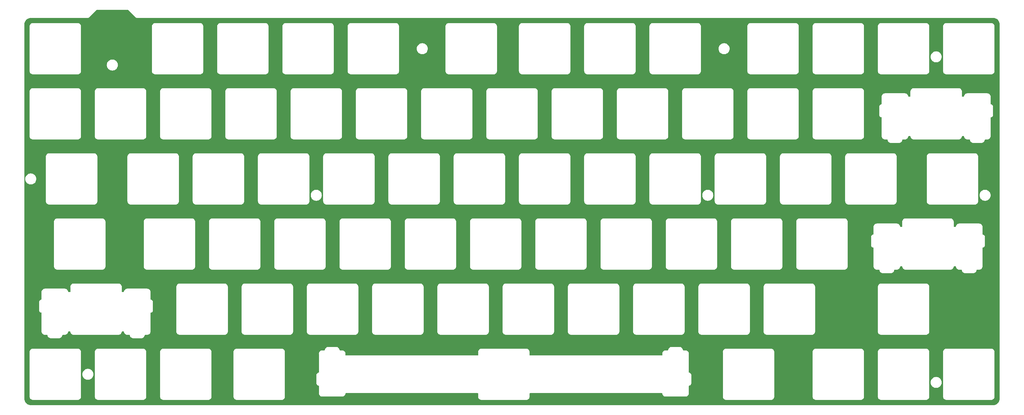
<source format=gtl>
G04 #@! TF.GenerationSoftware,KiCad,Pcbnew,(6.0.5-0)*
G04 #@! TF.CreationDate,2022-07-25T23:23:15+09:00*
G04 #@! TF.ProjectId,top-plate,746f702d-706c-4617-9465-2e6b69636164,rev?*
G04 #@! TF.SameCoordinates,Original*
G04 #@! TF.FileFunction,Copper,L1,Top*
G04 #@! TF.FilePolarity,Positive*
%FSLAX46Y46*%
G04 Gerber Fmt 4.6, Leading zero omitted, Abs format (unit mm)*
G04 Created by KiCad (PCBNEW (6.0.5-0)) date 2022-07-25 23:23:15*
%MOMM*%
%LPD*%
G01*
G04 APERTURE LIST*
G04 APERTURE END LIST*
G04 #@! TA.AperFunction,NonConductor*
G36*
X51684304Y-21451252D02*
G01*
X51705278Y-21468155D01*
X51977677Y-21740554D01*
X51985300Y-21750094D01*
X51985668Y-21749780D01*
X51991486Y-21756616D01*
X51996276Y-21764208D01*
X52003004Y-21770150D01*
X52036625Y-21799843D01*
X52042312Y-21805189D01*
X52053755Y-21816632D01*
X52060520Y-21821702D01*
X52062130Y-21822909D01*
X52069959Y-21829283D01*
X52105451Y-21860628D01*
X52113574Y-21864442D01*
X52116062Y-21866076D01*
X52131023Y-21875064D01*
X52133608Y-21876479D01*
X52140795Y-21881866D01*
X52185142Y-21898491D01*
X52194458Y-21902417D01*
X52237300Y-21922531D01*
X52246169Y-21923912D01*
X52249002Y-21924778D01*
X52265889Y-21929208D01*
X52268774Y-21929842D01*
X52277184Y-21932995D01*
X52306342Y-21935162D01*
X52324406Y-21936504D01*
X52334452Y-21937658D01*
X52343075Y-21939001D01*
X52343078Y-21939001D01*
X52347886Y-21939750D01*
X52363406Y-21939750D01*
X52372743Y-21940096D01*
X52422441Y-21943789D01*
X52431220Y-21941915D01*
X52439478Y-21941352D01*
X52454661Y-21939750D01*
X302369380Y-21939750D01*
X302388767Y-21941251D01*
X302390861Y-21941577D01*
X302403319Y-21943517D01*
X302412463Y-21944941D01*
X302428757Y-21942811D01*
X302453329Y-21942018D01*
X302515781Y-21946112D01*
X302654941Y-21955236D01*
X302671281Y-21957387D01*
X302812585Y-21985496D01*
X302895355Y-22001961D01*
X302911266Y-22006225D01*
X302916304Y-22007935D01*
X303127596Y-22079661D01*
X303142823Y-22085968D01*
X303347721Y-22187013D01*
X303361994Y-22195254D01*
X303551946Y-22322175D01*
X303565012Y-22332200D01*
X303736790Y-22482843D01*
X303748433Y-22494486D01*
X303899069Y-22666250D01*
X303909102Y-22679325D01*
X303972565Y-22774299D01*
X304036032Y-22869280D01*
X304044265Y-22883541D01*
X304095432Y-22987290D01*
X304145317Y-23088442D01*
X304151624Y-23103668D01*
X304225064Y-23319995D01*
X304229330Y-23335914D01*
X304273907Y-23559975D01*
X304276059Y-23576315D01*
X304288797Y-23770535D01*
X304287723Y-23794672D01*
X304287690Y-23797374D01*
X304286309Y-23806246D01*
X304287473Y-23815145D01*
X304287473Y-23815147D01*
X304290436Y-23837797D01*
X304291500Y-23854139D01*
X304291500Y-133300619D01*
X304289999Y-133320010D01*
X304286309Y-133343702D01*
X304288439Y-133359998D01*
X304289232Y-133384565D01*
X304283114Y-133477844D01*
X304276009Y-133586180D01*
X304273857Y-133602519D01*
X304229283Y-133826571D01*
X304225017Y-133842491D01*
X304151578Y-134058813D01*
X304145271Y-134074039D01*
X304095386Y-134175191D01*
X304044222Y-134278935D01*
X304035989Y-134293195D01*
X303909063Y-134483145D01*
X303899030Y-134496220D01*
X303748398Y-134667978D01*
X303736744Y-134679631D01*
X303564988Y-134830255D01*
X303551925Y-134840279D01*
X303361965Y-134967205D01*
X303347700Y-134975441D01*
X303142804Y-135076486D01*
X303127577Y-135082793D01*
X303019417Y-135119509D01*
X302911253Y-135156227D01*
X302895338Y-135160492D01*
X302895050Y-135160549D01*
X302671274Y-135205063D01*
X302654935Y-135207214D01*
X302460271Y-135219977D01*
X302438164Y-135218993D01*
X302433891Y-135218941D01*
X302425015Y-135217559D01*
X302399569Y-135220887D01*
X302393459Y-135221686D01*
X302377119Y-135222750D01*
X21480617Y-135222750D01*
X21461232Y-135221250D01*
X21446399Y-135218940D01*
X21446395Y-135218940D01*
X21437526Y-135217559D01*
X21421238Y-135219689D01*
X21396660Y-135220483D01*
X21352051Y-135217559D01*
X21195049Y-135207268D01*
X21178709Y-135205117D01*
X20954647Y-135160549D01*
X20938726Y-135156283D01*
X20722399Y-135082849D01*
X20707173Y-135076542D01*
X20502283Y-134975502D01*
X20488009Y-134967261D01*
X20298062Y-134840342D01*
X20284987Y-134830309D01*
X20113226Y-134679679D01*
X20101571Y-134668024D01*
X19950941Y-134496263D01*
X19940908Y-134483188D01*
X19813989Y-134293241D01*
X19805748Y-134278967D01*
X19704708Y-134074077D01*
X19698401Y-134058851D01*
X19624967Y-133842524D01*
X19620701Y-133826603D01*
X19576133Y-133602541D01*
X19573982Y-133586201D01*
X19561476Y-133395407D01*
X19562650Y-133372232D01*
X19562334Y-133372204D01*
X19562770Y-133367344D01*
X19563576Y-133362552D01*
X19563729Y-133350000D01*
X19559773Y-133322376D01*
X19558500Y-133304514D01*
X19558500Y-132697147D01*
X21061271Y-132697147D01*
X21061960Y-132701960D01*
X21064385Y-132718904D01*
X21065177Y-132725781D01*
X21078045Y-132872942D01*
X21079468Y-132878254D01*
X21079469Y-132878259D01*
X21122287Y-133038082D01*
X21123711Y-133043397D01*
X21126035Y-133048382D01*
X21126036Y-133048384D01*
X21130290Y-133057508D01*
X21198282Y-133203333D01*
X21299494Y-133347888D01*
X21303377Y-133351771D01*
X21303381Y-133351776D01*
X21332349Y-133380745D01*
X21424271Y-133472672D01*
X21428776Y-133475827D01*
X21428779Y-133475829D01*
X21564262Y-133570698D01*
X21568822Y-133573891D01*
X21728753Y-133648471D01*
X21899206Y-133694145D01*
X21904690Y-133694625D01*
X21904697Y-133694626D01*
X22028712Y-133705477D01*
X22038630Y-133706742D01*
X22062448Y-133710750D01*
X22068966Y-133710829D01*
X22070140Y-133710844D01*
X22070143Y-133710844D01*
X22075000Y-133710903D01*
X22102408Y-133706978D01*
X22120351Y-133705705D01*
X28353295Y-133710057D01*
X35021617Y-133714713D01*
X35042432Y-133716459D01*
X35057650Y-133719019D01*
X35057653Y-133719019D01*
X35062448Y-133719826D01*
X35068562Y-133719901D01*
X35070135Y-133719920D01*
X35070139Y-133719920D01*
X35075000Y-133719979D01*
X35079811Y-133719290D01*
X35079827Y-133719289D01*
X35097176Y-133716804D01*
X35104051Y-133716011D01*
X35173420Y-133709942D01*
X35245309Y-133703653D01*
X35245311Y-133703653D01*
X35250782Y-133703174D01*
X35359395Y-133674073D01*
X35415914Y-133658930D01*
X35415917Y-133658929D01*
X35421224Y-133657507D01*
X35445654Y-133646116D01*
X35576159Y-133585265D01*
X35576161Y-133585264D01*
X35581147Y-133582939D01*
X35725693Y-133481736D01*
X35729580Y-133477849D01*
X35729584Y-133477846D01*
X35846580Y-133360860D01*
X35850470Y-133356970D01*
X35951689Y-133212434D01*
X35958262Y-133198342D01*
X36023949Y-133057502D01*
X36023949Y-133057501D01*
X36026273Y-133052519D01*
X36071956Y-132882082D01*
X36083299Y-132752573D01*
X36084564Y-132742679D01*
X36087768Y-132723651D01*
X36087769Y-132723642D01*
X36088575Y-132718853D01*
X36088729Y-132706301D01*
X36087419Y-132697147D01*
X40111271Y-132697147D01*
X40111960Y-132701960D01*
X40114385Y-132718904D01*
X40115177Y-132725781D01*
X40128045Y-132872942D01*
X40129468Y-132878254D01*
X40129469Y-132878259D01*
X40172287Y-133038082D01*
X40173711Y-133043397D01*
X40176035Y-133048382D01*
X40176036Y-133048384D01*
X40180290Y-133057508D01*
X40248282Y-133203333D01*
X40349494Y-133347888D01*
X40353377Y-133351771D01*
X40353381Y-133351776D01*
X40382349Y-133380745D01*
X40474271Y-133472672D01*
X40478776Y-133475827D01*
X40478779Y-133475829D01*
X40614262Y-133570698D01*
X40618822Y-133573891D01*
X40778753Y-133648471D01*
X40949206Y-133694145D01*
X40954690Y-133694625D01*
X40954697Y-133694626D01*
X41078712Y-133705477D01*
X41088630Y-133706742D01*
X41112448Y-133710750D01*
X41118966Y-133710829D01*
X41120140Y-133710844D01*
X41120143Y-133710844D01*
X41125000Y-133710903D01*
X41152408Y-133706978D01*
X41170351Y-133705705D01*
X47403295Y-133710057D01*
X54071617Y-133714713D01*
X54092432Y-133716459D01*
X54107650Y-133719019D01*
X54107653Y-133719019D01*
X54112448Y-133719826D01*
X54118562Y-133719901D01*
X54120135Y-133719920D01*
X54120139Y-133719920D01*
X54125000Y-133719979D01*
X54129811Y-133719290D01*
X54129827Y-133719289D01*
X54147176Y-133716804D01*
X54154051Y-133716011D01*
X54223420Y-133709942D01*
X54295309Y-133703653D01*
X54295311Y-133703653D01*
X54300782Y-133703174D01*
X54409395Y-133674073D01*
X54465914Y-133658930D01*
X54465917Y-133658929D01*
X54471224Y-133657507D01*
X54495654Y-133646116D01*
X54626159Y-133585265D01*
X54626161Y-133585264D01*
X54631147Y-133582939D01*
X54775693Y-133481736D01*
X54779580Y-133477849D01*
X54779584Y-133477846D01*
X54896580Y-133360860D01*
X54900470Y-133356970D01*
X55001689Y-133212434D01*
X55008262Y-133198342D01*
X55073949Y-133057502D01*
X55073949Y-133057501D01*
X55076273Y-133052519D01*
X55121956Y-132882082D01*
X55133299Y-132752573D01*
X55134564Y-132742679D01*
X55137768Y-132723651D01*
X55137769Y-132723642D01*
X55138575Y-132718853D01*
X55138729Y-132706301D01*
X55137419Y-132697147D01*
X59161271Y-132697147D01*
X59161960Y-132701960D01*
X59164385Y-132718904D01*
X59165177Y-132725781D01*
X59178045Y-132872942D01*
X59179468Y-132878254D01*
X59179469Y-132878259D01*
X59222287Y-133038082D01*
X59223711Y-133043397D01*
X59226035Y-133048382D01*
X59226036Y-133048384D01*
X59230290Y-133057508D01*
X59298282Y-133203333D01*
X59399494Y-133347888D01*
X59403377Y-133351771D01*
X59403381Y-133351776D01*
X59432349Y-133380745D01*
X59524271Y-133472672D01*
X59528776Y-133475827D01*
X59528779Y-133475829D01*
X59664262Y-133570698D01*
X59668822Y-133573891D01*
X59828753Y-133648471D01*
X59999206Y-133694145D01*
X60004690Y-133694625D01*
X60004697Y-133694626D01*
X60128712Y-133705477D01*
X60138630Y-133706742D01*
X60162448Y-133710750D01*
X60168966Y-133710829D01*
X60170140Y-133710844D01*
X60170143Y-133710844D01*
X60175000Y-133710903D01*
X60202408Y-133706978D01*
X60220351Y-133705705D01*
X66453295Y-133710057D01*
X73121617Y-133714713D01*
X73142432Y-133716459D01*
X73157650Y-133719019D01*
X73157653Y-133719019D01*
X73162448Y-133719826D01*
X73168562Y-133719901D01*
X73170135Y-133719920D01*
X73170139Y-133719920D01*
X73175000Y-133719979D01*
X73179811Y-133719290D01*
X73179827Y-133719289D01*
X73197176Y-133716804D01*
X73204051Y-133716011D01*
X73273420Y-133709942D01*
X73345309Y-133703653D01*
X73345311Y-133703653D01*
X73350782Y-133703174D01*
X73459395Y-133674073D01*
X73515914Y-133658930D01*
X73515917Y-133658929D01*
X73521224Y-133657507D01*
X73545654Y-133646116D01*
X73676159Y-133585265D01*
X73676161Y-133585264D01*
X73681147Y-133582939D01*
X73825693Y-133481736D01*
X73829580Y-133477849D01*
X73829584Y-133477846D01*
X73946580Y-133360860D01*
X73950470Y-133356970D01*
X74051689Y-133212434D01*
X74058262Y-133198342D01*
X74123949Y-133057502D01*
X74123949Y-133057501D01*
X74126273Y-133052519D01*
X74171956Y-132882082D01*
X74183299Y-132752573D01*
X74184564Y-132742679D01*
X74187768Y-132723651D01*
X74187769Y-132723642D01*
X74188575Y-132718853D01*
X74188729Y-132706301D01*
X74187419Y-132697147D01*
X80592521Y-132697147D01*
X80593211Y-132701966D01*
X80593211Y-132701967D01*
X80595763Y-132719791D01*
X80596556Y-132726675D01*
X80609343Y-132872931D01*
X80655003Y-133043376D01*
X80729566Y-133203303D01*
X80732718Y-133207806D01*
X80732722Y-133207812D01*
X80739113Y-133216940D01*
X80830766Y-133347854D01*
X80955528Y-133472636D01*
X81100063Y-133573858D01*
X81259979Y-133648444D01*
X81430417Y-133694130D01*
X81559927Y-133705473D01*
X81569821Y-133706738D01*
X81588849Y-133709942D01*
X81588858Y-133709943D01*
X81593647Y-133710749D01*
X81598501Y-133710809D01*
X81598506Y-133710809D01*
X81599945Y-133710826D01*
X81606199Y-133710903D01*
X81633641Y-133706976D01*
X81651571Y-133705705D01*
X87903623Y-133710070D01*
X94552900Y-133714713D01*
X94573701Y-133716457D01*
X94588947Y-133719020D01*
X94588951Y-133719020D01*
X94593749Y-133719827D01*
X94598608Y-133719886D01*
X94598610Y-133719886D01*
X94600243Y-133719906D01*
X94606301Y-133719979D01*
X94611110Y-133719290D01*
X94611122Y-133719289D01*
X94627577Y-133716930D01*
X94634448Y-133716137D01*
X94782079Y-133703208D01*
X94787387Y-133701785D01*
X94787389Y-133701785D01*
X94890834Y-133674059D01*
X94952515Y-133657527D01*
X95087784Y-133594443D01*
X95107445Y-133585274D01*
X95107447Y-133585273D01*
X95112430Y-133582949D01*
X95116928Y-133579799D01*
X95116932Y-133579797D01*
X95252462Y-133484893D01*
X95256968Y-133481738D01*
X95381738Y-133356968D01*
X95482949Y-133212430D01*
X95487192Y-133203333D01*
X95555198Y-133057508D01*
X95557527Y-133052515D01*
X95603208Y-132882079D01*
X95603687Y-132876612D01*
X95603688Y-132876605D01*
X95614548Y-132752590D01*
X95615817Y-132742663D01*
X95619017Y-132723654D01*
X95619017Y-132723651D01*
X95619825Y-132718853D01*
X95619979Y-132706301D01*
X95616021Y-132678644D01*
X95614750Y-132660794D01*
X95614750Y-128806378D01*
X104830021Y-128806378D01*
X104832598Y-128824338D01*
X104835399Y-128843862D01*
X104836066Y-128849368D01*
X104837141Y-128860259D01*
X104844057Y-128930316D01*
X104845529Y-128945231D01*
X104886052Y-129078744D01*
X104888967Y-129084197D01*
X104888969Y-129084201D01*
X104948921Y-129196337D01*
X104951837Y-129201791D01*
X105040356Y-129309644D01*
X105148209Y-129398163D01*
X105153662Y-129401078D01*
X105153663Y-129401079D01*
X105265799Y-129461031D01*
X105265803Y-129461033D01*
X105271256Y-129463948D01*
X105277174Y-129465744D01*
X105277176Y-129465745D01*
X105398848Y-129502674D01*
X105404769Y-129504471D01*
X105410924Y-129505079D01*
X105410926Y-129505079D01*
X105421626Y-129506135D01*
X105487453Y-129532732D01*
X105528451Y-129590695D01*
X105535250Y-129631526D01*
X105535250Y-131653034D01*
X105533506Y-131673925D01*
X105530173Y-131693749D01*
X105530021Y-131706301D01*
X105530710Y-131711110D01*
X105530711Y-131711122D01*
X105533070Y-131727577D01*
X105533863Y-131734448D01*
X105546792Y-131882079D01*
X105592473Y-132052515D01*
X105667051Y-132212430D01*
X105768262Y-132356968D01*
X105893032Y-132481738D01*
X105897538Y-132484893D01*
X106033068Y-132579797D01*
X106033072Y-132579799D01*
X106037570Y-132582949D01*
X106197485Y-132657527D01*
X106367921Y-132703208D01*
X106373388Y-132703687D01*
X106373395Y-132703688D01*
X106452728Y-132710635D01*
X106497418Y-132714549D01*
X106507337Y-132715817D01*
X106526346Y-132719017D01*
X106526349Y-132719017D01*
X106531147Y-132719825D01*
X106536001Y-132719885D01*
X106536006Y-132719885D01*
X106537469Y-132719903D01*
X106543699Y-132719979D01*
X106548512Y-132719290D01*
X106548515Y-132719290D01*
X106571356Y-132716021D01*
X106589206Y-132714750D01*
X112240534Y-132714750D01*
X112261425Y-132716494D01*
X112281249Y-132719827D01*
X112286107Y-132719886D01*
X112286109Y-132719886D01*
X112287801Y-132719906D01*
X112293801Y-132719979D01*
X112298610Y-132719290D01*
X112298622Y-132719289D01*
X112315077Y-132716930D01*
X112321948Y-132716137D01*
X112469579Y-132703208D01*
X112474887Y-132701785D01*
X112474889Y-132701785D01*
X112578830Y-132673926D01*
X112640015Y-132657527D01*
X112799930Y-132582949D01*
X112804428Y-132579799D01*
X112804432Y-132579797D01*
X112939962Y-132484893D01*
X112944468Y-132481738D01*
X113069238Y-132356968D01*
X113170449Y-132212430D01*
X113245027Y-132052515D01*
X113290708Y-131882079D01*
X113295290Y-131829758D01*
X113321159Y-131763642D01*
X113378666Y-131722007D01*
X113420810Y-131714750D01*
X151909250Y-131714750D01*
X151977371Y-131734752D01*
X152023864Y-131788408D01*
X152035250Y-131840750D01*
X152035250Y-132653034D01*
X152033506Y-132673925D01*
X152030173Y-132693749D01*
X152030021Y-132706301D01*
X152030710Y-132711110D01*
X152030711Y-132711122D01*
X152033070Y-132727577D01*
X152033863Y-132734448D01*
X152046792Y-132882079D01*
X152092473Y-133052515D01*
X152094802Y-133057508D01*
X152162809Y-133203333D01*
X152167051Y-133212430D01*
X152268262Y-133356968D01*
X152393032Y-133481738D01*
X152397538Y-133484893D01*
X152533068Y-133579797D01*
X152533072Y-133579799D01*
X152537570Y-133582949D01*
X152542553Y-133585273D01*
X152542555Y-133585274D01*
X152562216Y-133594443D01*
X152697485Y-133657527D01*
X152867921Y-133703208D01*
X152873388Y-133703687D01*
X152873395Y-133703688D01*
X152952728Y-133710635D01*
X152997418Y-133714549D01*
X153007337Y-133715817D01*
X153026346Y-133719017D01*
X153026349Y-133719017D01*
X153031147Y-133719825D01*
X153036001Y-133719885D01*
X153036006Y-133719885D01*
X153037469Y-133719903D01*
X153043699Y-133719979D01*
X153048512Y-133719290D01*
X153048515Y-133719290D01*
X153071356Y-133716021D01*
X153089206Y-133714750D01*
X165990534Y-133714750D01*
X166011425Y-133716494D01*
X166031249Y-133719827D01*
X166036107Y-133719886D01*
X166036109Y-133719886D01*
X166037801Y-133719906D01*
X166043801Y-133719979D01*
X166048610Y-133719290D01*
X166048622Y-133719289D01*
X166065077Y-133716930D01*
X166071948Y-133716137D01*
X166219579Y-133703208D01*
X166224887Y-133701785D01*
X166224889Y-133701785D01*
X166328334Y-133674059D01*
X166390015Y-133657527D01*
X166525284Y-133594443D01*
X166544945Y-133585274D01*
X166544947Y-133585273D01*
X166549930Y-133582949D01*
X166554428Y-133579799D01*
X166554432Y-133579797D01*
X166689962Y-133484893D01*
X166694468Y-133481738D01*
X166819238Y-133356968D01*
X166920449Y-133212430D01*
X166924692Y-133203333D01*
X166992698Y-133057508D01*
X166995027Y-133052515D01*
X167040708Y-132882079D01*
X167041187Y-132876612D01*
X167041188Y-132876605D01*
X167052048Y-132752590D01*
X167053317Y-132742663D01*
X167056517Y-132723654D01*
X167056517Y-132723651D01*
X167057325Y-132718853D01*
X167057479Y-132706301D01*
X167053521Y-132678644D01*
X167052250Y-132660794D01*
X167052250Y-131840750D01*
X167072252Y-131772629D01*
X167125908Y-131726136D01*
X167178250Y-131714750D01*
X205666690Y-131714750D01*
X205734811Y-131734752D01*
X205781304Y-131788408D01*
X205792210Y-131829758D01*
X205796792Y-131882079D01*
X205842473Y-132052515D01*
X205917051Y-132212430D01*
X206018262Y-132356968D01*
X206143032Y-132481738D01*
X206147538Y-132484893D01*
X206283068Y-132579797D01*
X206283072Y-132579799D01*
X206287570Y-132582949D01*
X206447485Y-132657527D01*
X206617921Y-132703208D01*
X206623388Y-132703687D01*
X206623395Y-132703688D01*
X206702728Y-132710635D01*
X206747418Y-132714549D01*
X206757337Y-132715817D01*
X206776346Y-132719017D01*
X206776349Y-132719017D01*
X206781147Y-132719825D01*
X206786001Y-132719885D01*
X206786006Y-132719885D01*
X206787469Y-132719903D01*
X206793699Y-132719979D01*
X206798512Y-132719290D01*
X206798515Y-132719290D01*
X206821356Y-132716021D01*
X206839206Y-132714750D01*
X212490534Y-132714750D01*
X212511425Y-132716494D01*
X212531249Y-132719827D01*
X212536107Y-132719886D01*
X212536109Y-132719886D01*
X212537801Y-132719906D01*
X212543801Y-132719979D01*
X212548610Y-132719290D01*
X212548622Y-132719289D01*
X212565077Y-132716930D01*
X212571948Y-132716137D01*
X212719579Y-132703208D01*
X212724887Y-132701785D01*
X212724889Y-132701785D01*
X212742193Y-132697147D01*
X223467521Y-132697147D01*
X223468211Y-132701966D01*
X223468211Y-132701967D01*
X223470763Y-132719791D01*
X223471556Y-132726675D01*
X223484343Y-132872931D01*
X223530003Y-133043376D01*
X223604566Y-133203303D01*
X223607718Y-133207806D01*
X223607722Y-133207812D01*
X223614113Y-133216940D01*
X223705766Y-133347854D01*
X223830528Y-133472636D01*
X223975063Y-133573858D01*
X224134979Y-133648444D01*
X224305417Y-133694130D01*
X224434927Y-133705473D01*
X224444821Y-133706738D01*
X224463849Y-133709942D01*
X224463858Y-133709943D01*
X224468647Y-133710749D01*
X224473501Y-133710809D01*
X224473506Y-133710809D01*
X224474945Y-133710826D01*
X224481199Y-133710903D01*
X224508641Y-133706976D01*
X224526571Y-133705705D01*
X230778623Y-133710070D01*
X237427900Y-133714713D01*
X237448701Y-133716457D01*
X237463947Y-133719020D01*
X237463951Y-133719020D01*
X237468749Y-133719827D01*
X237473608Y-133719886D01*
X237473610Y-133719886D01*
X237475243Y-133719906D01*
X237481301Y-133719979D01*
X237486110Y-133719290D01*
X237486122Y-133719289D01*
X237502577Y-133716930D01*
X237509448Y-133716137D01*
X237657079Y-133703208D01*
X237662387Y-133701785D01*
X237662389Y-133701785D01*
X237765834Y-133674059D01*
X237827515Y-133657527D01*
X237962784Y-133594443D01*
X237982445Y-133585274D01*
X237982447Y-133585273D01*
X237987430Y-133582949D01*
X237991928Y-133579799D01*
X237991932Y-133579797D01*
X238127462Y-133484893D01*
X238131968Y-133481738D01*
X238256738Y-133356968D01*
X238357949Y-133212430D01*
X238362192Y-133203333D01*
X238430198Y-133057508D01*
X238432527Y-133052515D01*
X238478208Y-132882079D01*
X238478687Y-132876612D01*
X238478688Y-132876605D01*
X238489548Y-132752590D01*
X238490817Y-132742663D01*
X238494017Y-132723654D01*
X238494017Y-132723651D01*
X238494825Y-132718853D01*
X238494979Y-132706301D01*
X238493669Y-132697147D01*
X249661271Y-132697147D01*
X249661960Y-132701960D01*
X249664385Y-132718904D01*
X249665177Y-132725781D01*
X249678045Y-132872942D01*
X249679468Y-132878254D01*
X249679469Y-132878259D01*
X249722287Y-133038082D01*
X249723711Y-133043397D01*
X249726035Y-133048382D01*
X249726036Y-133048384D01*
X249730290Y-133057508D01*
X249798282Y-133203333D01*
X249899494Y-133347888D01*
X249903377Y-133351771D01*
X249903381Y-133351776D01*
X249932349Y-133380745D01*
X250024271Y-133472672D01*
X250028776Y-133475827D01*
X250028779Y-133475829D01*
X250164262Y-133570698D01*
X250168822Y-133573891D01*
X250328753Y-133648471D01*
X250499206Y-133694145D01*
X250504690Y-133694625D01*
X250504697Y-133694626D01*
X250628712Y-133705477D01*
X250638630Y-133706742D01*
X250662448Y-133710750D01*
X250668966Y-133710829D01*
X250670140Y-133710844D01*
X250670143Y-133710844D01*
X250675000Y-133710903D01*
X250702408Y-133706978D01*
X250720351Y-133705705D01*
X256953295Y-133710057D01*
X263621617Y-133714713D01*
X263642432Y-133716459D01*
X263657650Y-133719019D01*
X263657653Y-133719019D01*
X263662448Y-133719826D01*
X263668562Y-133719901D01*
X263670135Y-133719920D01*
X263670139Y-133719920D01*
X263675000Y-133719979D01*
X263679811Y-133719290D01*
X263679827Y-133719289D01*
X263697176Y-133716804D01*
X263704051Y-133716011D01*
X263773420Y-133709942D01*
X263845309Y-133703653D01*
X263845311Y-133703653D01*
X263850782Y-133703174D01*
X263959395Y-133674073D01*
X264015914Y-133658930D01*
X264015917Y-133658929D01*
X264021224Y-133657507D01*
X264045654Y-133646116D01*
X264176159Y-133585265D01*
X264176161Y-133585264D01*
X264181147Y-133582939D01*
X264325693Y-133481736D01*
X264329580Y-133477849D01*
X264329584Y-133477846D01*
X264446580Y-133360860D01*
X264450470Y-133356970D01*
X264551689Y-133212434D01*
X264558262Y-133198342D01*
X264623949Y-133057502D01*
X264623949Y-133057501D01*
X264626273Y-133052519D01*
X264671956Y-132882082D01*
X264683299Y-132752573D01*
X264684564Y-132742679D01*
X264687768Y-132723651D01*
X264687769Y-132723642D01*
X264688575Y-132718853D01*
X264688729Y-132706301D01*
X264687419Y-132697147D01*
X268711271Y-132697147D01*
X268711960Y-132701960D01*
X268714385Y-132718904D01*
X268715177Y-132725781D01*
X268728045Y-132872942D01*
X268729468Y-132878254D01*
X268729469Y-132878259D01*
X268772287Y-133038082D01*
X268773711Y-133043397D01*
X268776035Y-133048382D01*
X268776036Y-133048384D01*
X268780290Y-133057508D01*
X268848282Y-133203333D01*
X268949494Y-133347888D01*
X268953377Y-133351771D01*
X268953381Y-133351776D01*
X268982349Y-133380745D01*
X269074271Y-133472672D01*
X269078776Y-133475827D01*
X269078779Y-133475829D01*
X269214262Y-133570698D01*
X269218822Y-133573891D01*
X269378753Y-133648471D01*
X269549206Y-133694145D01*
X269554690Y-133694625D01*
X269554697Y-133694626D01*
X269678712Y-133705477D01*
X269688630Y-133706742D01*
X269712448Y-133710750D01*
X269718966Y-133710829D01*
X269720140Y-133710844D01*
X269720143Y-133710844D01*
X269725000Y-133710903D01*
X269752408Y-133706978D01*
X269770351Y-133705705D01*
X276003295Y-133710057D01*
X282671617Y-133714713D01*
X282692432Y-133716459D01*
X282707650Y-133719019D01*
X282707653Y-133719019D01*
X282712448Y-133719826D01*
X282718562Y-133719901D01*
X282720135Y-133719920D01*
X282720139Y-133719920D01*
X282725000Y-133719979D01*
X282729811Y-133719290D01*
X282729827Y-133719289D01*
X282747176Y-133716804D01*
X282754051Y-133716011D01*
X282823420Y-133709942D01*
X282895309Y-133703653D01*
X282895311Y-133703653D01*
X282900782Y-133703174D01*
X283009395Y-133674073D01*
X283065914Y-133658930D01*
X283065917Y-133658929D01*
X283071224Y-133657507D01*
X283095654Y-133646116D01*
X283226159Y-133585265D01*
X283226161Y-133585264D01*
X283231147Y-133582939D01*
X283375693Y-133481736D01*
X283379580Y-133477849D01*
X283379584Y-133477846D01*
X283496580Y-133360860D01*
X283500470Y-133356970D01*
X283601689Y-133212434D01*
X283608262Y-133198342D01*
X283673949Y-133057502D01*
X283673949Y-133057501D01*
X283676273Y-133052519D01*
X283721956Y-132882082D01*
X283733299Y-132752573D01*
X283734564Y-132742679D01*
X283737768Y-132723651D01*
X283737769Y-132723642D01*
X283738575Y-132718853D01*
X283738729Y-132706301D01*
X283737419Y-132697147D01*
X287761271Y-132697147D01*
X287761960Y-132701960D01*
X287764385Y-132718904D01*
X287765177Y-132725781D01*
X287778045Y-132872942D01*
X287779468Y-132878254D01*
X287779469Y-132878259D01*
X287822287Y-133038082D01*
X287823711Y-133043397D01*
X287826035Y-133048382D01*
X287826036Y-133048384D01*
X287830290Y-133057508D01*
X287898282Y-133203333D01*
X287999494Y-133347888D01*
X288003377Y-133351771D01*
X288003381Y-133351776D01*
X288032349Y-133380745D01*
X288124271Y-133472672D01*
X288128776Y-133475827D01*
X288128779Y-133475829D01*
X288264262Y-133570698D01*
X288268822Y-133573891D01*
X288428753Y-133648471D01*
X288599206Y-133694145D01*
X288604690Y-133694625D01*
X288604697Y-133694626D01*
X288728712Y-133705477D01*
X288738630Y-133706742D01*
X288762448Y-133710750D01*
X288768966Y-133710829D01*
X288770140Y-133710844D01*
X288770143Y-133710844D01*
X288775000Y-133710903D01*
X288802408Y-133706978D01*
X288820351Y-133705705D01*
X295053295Y-133710057D01*
X301721617Y-133714713D01*
X301742432Y-133716459D01*
X301757650Y-133719019D01*
X301757653Y-133719019D01*
X301762448Y-133719826D01*
X301768562Y-133719901D01*
X301770135Y-133719920D01*
X301770139Y-133719920D01*
X301775000Y-133719979D01*
X301779811Y-133719290D01*
X301779827Y-133719289D01*
X301797176Y-133716804D01*
X301804051Y-133716011D01*
X301873420Y-133709942D01*
X301945309Y-133703653D01*
X301945311Y-133703653D01*
X301950782Y-133703174D01*
X302059395Y-133674073D01*
X302115914Y-133658930D01*
X302115917Y-133658929D01*
X302121224Y-133657507D01*
X302145654Y-133646116D01*
X302276159Y-133585265D01*
X302276161Y-133585264D01*
X302281147Y-133582939D01*
X302425693Y-133481736D01*
X302429580Y-133477849D01*
X302429584Y-133477846D01*
X302546580Y-133360860D01*
X302550470Y-133356970D01*
X302651689Y-133212434D01*
X302658262Y-133198342D01*
X302723949Y-133057502D01*
X302723949Y-133057501D01*
X302726273Y-133052519D01*
X302771956Y-132882082D01*
X302783299Y-132752573D01*
X302784564Y-132742679D01*
X302787768Y-132723651D01*
X302787769Y-132723642D01*
X302788575Y-132718853D01*
X302788729Y-132706301D01*
X302784771Y-132678644D01*
X302783500Y-132660794D01*
X302783500Y-119759466D01*
X302785244Y-119738574D01*
X302787771Y-119723545D01*
X302788577Y-119718751D01*
X302788729Y-119706199D01*
X302785809Y-119685823D01*
X302785015Y-119678951D01*
X302784216Y-119669821D01*
X302772006Y-119530410D01*
X302726320Y-119359964D01*
X302651732Y-119200041D01*
X302598546Y-119124092D01*
X302553669Y-119060009D01*
X302553667Y-119060007D01*
X302550509Y-119055497D01*
X302425725Y-118930726D01*
X302281172Y-118829517D01*
X302121241Y-118754946D01*
X301950791Y-118709277D01*
X301945320Y-118708798D01*
X301945318Y-118708798D01*
X301821282Y-118697947D01*
X301811371Y-118696682D01*
X301787552Y-118692674D01*
X301781009Y-118692594D01*
X301779860Y-118692580D01*
X301779857Y-118692580D01*
X301775000Y-118692521D01*
X301753123Y-118695654D01*
X301747376Y-118696477D01*
X301729514Y-118697750D01*
X288828250Y-118697750D01*
X288807345Y-118696004D01*
X288792344Y-118693480D01*
X288792341Y-118693480D01*
X288787552Y-118692674D01*
X288781475Y-118692600D01*
X288779865Y-118692580D01*
X288779861Y-118692580D01*
X288775000Y-118692521D01*
X288770189Y-118693210D01*
X288770173Y-118693211D01*
X288752824Y-118695696D01*
X288745949Y-118696489D01*
X288678831Y-118702361D01*
X288604691Y-118708847D01*
X288604689Y-118708847D01*
X288599218Y-118709326D01*
X288513997Y-118732159D01*
X288434086Y-118753570D01*
X288434083Y-118753571D01*
X288428776Y-118754993D01*
X288423794Y-118757316D01*
X288273861Y-118827226D01*
X288268853Y-118829561D01*
X288225399Y-118859985D01*
X288128818Y-118927606D01*
X288124307Y-118930764D01*
X288120422Y-118934649D01*
X288120416Y-118934654D01*
X288003456Y-119051604D01*
X287999530Y-119055530D01*
X287898311Y-119200066D01*
X287823727Y-119359981D01*
X287778044Y-119530418D01*
X287766701Y-119659927D01*
X287765436Y-119669821D01*
X287762232Y-119688849D01*
X287762231Y-119688858D01*
X287761425Y-119693647D01*
X287761271Y-119706199D01*
X287761959Y-119711003D01*
X287761960Y-119711015D01*
X287765229Y-119733856D01*
X287766500Y-119751706D01*
X287766500Y-132643909D01*
X287764753Y-132664820D01*
X287761425Y-132684595D01*
X287761271Y-132697147D01*
X283737419Y-132697147D01*
X283734771Y-132678644D01*
X283733500Y-132660794D01*
X283733500Y-128587500D01*
X284136526Y-128587500D01*
X284156391Y-128839903D01*
X284157545Y-128844710D01*
X284157546Y-128844716D01*
X284180200Y-128939075D01*
X284215495Y-129086091D01*
X284217388Y-129090662D01*
X284217389Y-129090664D01*
X284309717Y-129313563D01*
X284312384Y-129320002D01*
X284444672Y-129535876D01*
X284609102Y-129728398D01*
X284801624Y-129892828D01*
X285017498Y-130025116D01*
X285022068Y-130027009D01*
X285022072Y-130027011D01*
X285246836Y-130120111D01*
X285251409Y-130122005D01*
X285336032Y-130142321D01*
X285492784Y-130179954D01*
X285492790Y-130179955D01*
X285497597Y-130181109D01*
X285597416Y-130188965D01*
X285684345Y-130195807D01*
X285684352Y-130195807D01*
X285686801Y-130196000D01*
X285813199Y-130196000D01*
X285815648Y-130195807D01*
X285815655Y-130195807D01*
X285902584Y-130188965D01*
X286002403Y-130181109D01*
X286007210Y-130179955D01*
X286007216Y-130179954D01*
X286163968Y-130142321D01*
X286248591Y-130122005D01*
X286253164Y-130120111D01*
X286477928Y-130027011D01*
X286477932Y-130027009D01*
X286482502Y-130025116D01*
X286698376Y-129892828D01*
X286890898Y-129728398D01*
X287055328Y-129535876D01*
X287187616Y-129320002D01*
X287190284Y-129313563D01*
X287282611Y-129090664D01*
X287282612Y-129090662D01*
X287284505Y-129086091D01*
X287319800Y-128939075D01*
X287342454Y-128844716D01*
X287342455Y-128844710D01*
X287343609Y-128839903D01*
X287363474Y-128587500D01*
X287343609Y-128335097D01*
X287284505Y-128088909D01*
X287187616Y-127854998D01*
X287055328Y-127639124D01*
X286890898Y-127446602D01*
X286698376Y-127282172D01*
X286482502Y-127149884D01*
X286477932Y-127147991D01*
X286477928Y-127147989D01*
X286253164Y-127054889D01*
X286253162Y-127054888D01*
X286248591Y-127052995D01*
X286163968Y-127032679D01*
X286007216Y-126995046D01*
X286007210Y-126995045D01*
X286002403Y-126993891D01*
X285902584Y-126986035D01*
X285815655Y-126979193D01*
X285815648Y-126979193D01*
X285813199Y-126979000D01*
X285686801Y-126979000D01*
X285684352Y-126979193D01*
X285684345Y-126979193D01*
X285597416Y-126986035D01*
X285497597Y-126993891D01*
X285492790Y-126995045D01*
X285492784Y-126995046D01*
X285336032Y-127032679D01*
X285251409Y-127052995D01*
X285246838Y-127054888D01*
X285246836Y-127054889D01*
X285022072Y-127147989D01*
X285022068Y-127147991D01*
X285017498Y-127149884D01*
X284801624Y-127282172D01*
X284609102Y-127446602D01*
X284444672Y-127639124D01*
X284312384Y-127854998D01*
X284215495Y-128088909D01*
X284156391Y-128335097D01*
X284136526Y-128587500D01*
X283733500Y-128587500D01*
X283733500Y-119759466D01*
X283735244Y-119738574D01*
X283737771Y-119723545D01*
X283738577Y-119718751D01*
X283738729Y-119706199D01*
X283735809Y-119685823D01*
X283735015Y-119678951D01*
X283734216Y-119669821D01*
X283722006Y-119530410D01*
X283676320Y-119359964D01*
X283601732Y-119200041D01*
X283548546Y-119124092D01*
X283503669Y-119060009D01*
X283503667Y-119060007D01*
X283500509Y-119055497D01*
X283375725Y-118930726D01*
X283231172Y-118829517D01*
X283071241Y-118754946D01*
X282900791Y-118709277D01*
X282895320Y-118708798D01*
X282895318Y-118708798D01*
X282771282Y-118697947D01*
X282761371Y-118696682D01*
X282737552Y-118692674D01*
X282731009Y-118692594D01*
X282729860Y-118692580D01*
X282729857Y-118692580D01*
X282725000Y-118692521D01*
X282703123Y-118695654D01*
X282697376Y-118696477D01*
X282679514Y-118697750D01*
X269778250Y-118697750D01*
X269757345Y-118696004D01*
X269742344Y-118693480D01*
X269742341Y-118693480D01*
X269737552Y-118692674D01*
X269731475Y-118692600D01*
X269729865Y-118692580D01*
X269729861Y-118692580D01*
X269725000Y-118692521D01*
X269720189Y-118693210D01*
X269720173Y-118693211D01*
X269702824Y-118695696D01*
X269695949Y-118696489D01*
X269628831Y-118702361D01*
X269554691Y-118708847D01*
X269554689Y-118708847D01*
X269549218Y-118709326D01*
X269463997Y-118732159D01*
X269384086Y-118753570D01*
X269384083Y-118753571D01*
X269378776Y-118754993D01*
X269373794Y-118757316D01*
X269223861Y-118827226D01*
X269218853Y-118829561D01*
X269175399Y-118859985D01*
X269078818Y-118927606D01*
X269074307Y-118930764D01*
X269070422Y-118934649D01*
X269070416Y-118934654D01*
X268953456Y-119051604D01*
X268949530Y-119055530D01*
X268848311Y-119200066D01*
X268773727Y-119359981D01*
X268728044Y-119530418D01*
X268716701Y-119659927D01*
X268715436Y-119669821D01*
X268712232Y-119688849D01*
X268712231Y-119688858D01*
X268711425Y-119693647D01*
X268711271Y-119706199D01*
X268711959Y-119711003D01*
X268711960Y-119711015D01*
X268715229Y-119733856D01*
X268716500Y-119751706D01*
X268716500Y-132643909D01*
X268714753Y-132664820D01*
X268711425Y-132684595D01*
X268711271Y-132697147D01*
X264687419Y-132697147D01*
X264684771Y-132678644D01*
X264683500Y-132660794D01*
X264683500Y-119759466D01*
X264685244Y-119738574D01*
X264687771Y-119723545D01*
X264688577Y-119718751D01*
X264688729Y-119706199D01*
X264685809Y-119685823D01*
X264685015Y-119678951D01*
X264684216Y-119669821D01*
X264672006Y-119530410D01*
X264626320Y-119359964D01*
X264551732Y-119200041D01*
X264498546Y-119124092D01*
X264453669Y-119060009D01*
X264453667Y-119060007D01*
X264450509Y-119055497D01*
X264325725Y-118930726D01*
X264181172Y-118829517D01*
X264021241Y-118754946D01*
X263850791Y-118709277D01*
X263845320Y-118708798D01*
X263845318Y-118708798D01*
X263721282Y-118697947D01*
X263711371Y-118696682D01*
X263687552Y-118692674D01*
X263681009Y-118692594D01*
X263679860Y-118692580D01*
X263679857Y-118692580D01*
X263675000Y-118692521D01*
X263653123Y-118695654D01*
X263647376Y-118696477D01*
X263629514Y-118697750D01*
X250728250Y-118697750D01*
X250707345Y-118696004D01*
X250692344Y-118693480D01*
X250692341Y-118693480D01*
X250687552Y-118692674D01*
X250681475Y-118692600D01*
X250679865Y-118692580D01*
X250679861Y-118692580D01*
X250675000Y-118692521D01*
X250670189Y-118693210D01*
X250670173Y-118693211D01*
X250652824Y-118695696D01*
X250645949Y-118696489D01*
X250578831Y-118702361D01*
X250504691Y-118708847D01*
X250504689Y-118708847D01*
X250499218Y-118709326D01*
X250413997Y-118732159D01*
X250334086Y-118753570D01*
X250334083Y-118753571D01*
X250328776Y-118754993D01*
X250323794Y-118757316D01*
X250173861Y-118827226D01*
X250168853Y-118829561D01*
X250125399Y-118859985D01*
X250028818Y-118927606D01*
X250024307Y-118930764D01*
X250020422Y-118934649D01*
X250020416Y-118934654D01*
X249903456Y-119051604D01*
X249899530Y-119055530D01*
X249798311Y-119200066D01*
X249723727Y-119359981D01*
X249678044Y-119530418D01*
X249666701Y-119659927D01*
X249665436Y-119669821D01*
X249662232Y-119688849D01*
X249662231Y-119688858D01*
X249661425Y-119693647D01*
X249661271Y-119706199D01*
X249661959Y-119711003D01*
X249661960Y-119711015D01*
X249665229Y-119733856D01*
X249666500Y-119751706D01*
X249666500Y-132643909D01*
X249664753Y-132664820D01*
X249661425Y-132684595D01*
X249661271Y-132697147D01*
X238493669Y-132697147D01*
X238491021Y-132678644D01*
X238489750Y-132660794D01*
X238489750Y-119759466D01*
X238491494Y-119738574D01*
X238494021Y-119723545D01*
X238494827Y-119718751D01*
X238494979Y-119706199D01*
X238494290Y-119701390D01*
X238494289Y-119701378D01*
X238491930Y-119684923D01*
X238491135Y-119678037D01*
X238490416Y-119669821D01*
X238478208Y-119530421D01*
X238476783Y-119525102D01*
X238433953Y-119365306D01*
X238432527Y-119359985D01*
X238362914Y-119210716D01*
X238360274Y-119205055D01*
X238360272Y-119205051D01*
X238357949Y-119200070D01*
X238353452Y-119193647D01*
X238259893Y-119060038D01*
X238256738Y-119055532D01*
X238131968Y-118930762D01*
X238077829Y-118892852D01*
X237991932Y-118832703D01*
X237991928Y-118832701D01*
X237987430Y-118829551D01*
X237982368Y-118827190D01*
X237938167Y-118806577D01*
X237827515Y-118754973D01*
X237657079Y-118709292D01*
X237651612Y-118708813D01*
X237651605Y-118708812D01*
X237572272Y-118701865D01*
X237527582Y-118697951D01*
X237517663Y-118696683D01*
X237498654Y-118693483D01*
X237498651Y-118693483D01*
X237493853Y-118692675D01*
X237488999Y-118692615D01*
X237488994Y-118692615D01*
X237487531Y-118692597D01*
X237481301Y-118692521D01*
X237476488Y-118693210D01*
X237476485Y-118693210D01*
X237453644Y-118696479D01*
X237435794Y-118697750D01*
X224534466Y-118697750D01*
X224513574Y-118696006D01*
X224513527Y-118695998D01*
X224493751Y-118692673D01*
X224488893Y-118692614D01*
X224488891Y-118692614D01*
X224487199Y-118692594D01*
X224481199Y-118692521D01*
X224476390Y-118693210D01*
X224476378Y-118693211D01*
X224459923Y-118695570D01*
X224453052Y-118696363D01*
X224305421Y-118709292D01*
X224300113Y-118710715D01*
X224300111Y-118710715D01*
X224208945Y-118735150D01*
X224134985Y-118754973D01*
X224024333Y-118806577D01*
X223980133Y-118827190D01*
X223975070Y-118829551D01*
X223970572Y-118832701D01*
X223970568Y-118832703D01*
X223884671Y-118892852D01*
X223830532Y-118930762D01*
X223705762Y-119055532D01*
X223702607Y-119060038D01*
X223609049Y-119193647D01*
X223604551Y-119200070D01*
X223602228Y-119205051D01*
X223602226Y-119205055D01*
X223599586Y-119210716D01*
X223529973Y-119359985D01*
X223484292Y-119530421D01*
X223483813Y-119535888D01*
X223483812Y-119535895D01*
X223481698Y-119560038D01*
X223472954Y-119659892D01*
X223472952Y-119659910D01*
X223471683Y-119669837D01*
X223468990Y-119685835D01*
X223467675Y-119693647D01*
X223467521Y-119706199D01*
X223468209Y-119711003D01*
X223468210Y-119711015D01*
X223471479Y-119733856D01*
X223472750Y-119751706D01*
X223472750Y-132643909D01*
X223471003Y-132664820D01*
X223467675Y-132684595D01*
X223467521Y-132697147D01*
X212742193Y-132697147D01*
X212828830Y-132673926D01*
X212890015Y-132657527D01*
X213049930Y-132582949D01*
X213054428Y-132579799D01*
X213054432Y-132579797D01*
X213189962Y-132484893D01*
X213194468Y-132481738D01*
X213319238Y-132356968D01*
X213420449Y-132212430D01*
X213495027Y-132052515D01*
X213540708Y-131882079D01*
X213541187Y-131876612D01*
X213541188Y-131876605D01*
X213552048Y-131752590D01*
X213553317Y-131742663D01*
X213556517Y-131723654D01*
X213556517Y-131723651D01*
X213557325Y-131718853D01*
X213557479Y-131706301D01*
X213553521Y-131678644D01*
X213552250Y-131660794D01*
X213552250Y-129631526D01*
X213572252Y-129563405D01*
X213625908Y-129516912D01*
X213665874Y-129506135D01*
X213668213Y-129505904D01*
X213676574Y-129505079D01*
X213676576Y-129505079D01*
X213682731Y-129504471D01*
X213688652Y-129502674D01*
X213810324Y-129465745D01*
X213810326Y-129465744D01*
X213816244Y-129463948D01*
X213821697Y-129461033D01*
X213821701Y-129461031D01*
X213933837Y-129401079D01*
X213933838Y-129401078D01*
X213939291Y-129398163D01*
X214047144Y-129309644D01*
X214135663Y-129201791D01*
X214138579Y-129196337D01*
X214198531Y-129084201D01*
X214198533Y-129084197D01*
X214201448Y-129078744D01*
X214241971Y-128945231D01*
X214243444Y-128930316D01*
X214249936Y-128864544D01*
X214251079Y-128855986D01*
X214256512Y-128823743D01*
X214257323Y-128818930D01*
X214257479Y-128806378D01*
X214253518Y-128778670D01*
X214252250Y-128760839D01*
X214252250Y-126459419D01*
X214253991Y-126438546D01*
X214256523Y-126423475D01*
X214256524Y-126423469D01*
X214257329Y-126418674D01*
X214257479Y-126406122D01*
X214252099Y-126368620D01*
X214251433Y-126363122D01*
X214250775Y-126356450D01*
X214246452Y-126312660D01*
X214242579Y-126273425D01*
X214242578Y-126273422D01*
X214241971Y-126267269D01*
X214201448Y-126133756D01*
X214135663Y-126010709D01*
X214047144Y-125902856D01*
X213939291Y-125814337D01*
X213933837Y-125811421D01*
X213821701Y-125751469D01*
X213821697Y-125751467D01*
X213816244Y-125748552D01*
X213810326Y-125746756D01*
X213810324Y-125746755D01*
X213688652Y-125709826D01*
X213688651Y-125709826D01*
X213682731Y-125708029D01*
X213676576Y-125707421D01*
X213676574Y-125707421D01*
X213665874Y-125706365D01*
X213600047Y-125679768D01*
X213559049Y-125621805D01*
X213552250Y-125580974D01*
X213552250Y-120259466D01*
X213553994Y-120238574D01*
X213556521Y-120223545D01*
X213557327Y-120218751D01*
X213557479Y-120206199D01*
X213556790Y-120201390D01*
X213556789Y-120201378D01*
X213554430Y-120184923D01*
X213553635Y-120178037D01*
X213552485Y-120164896D01*
X213540708Y-120030421D01*
X213495027Y-119859985D01*
X213438406Y-119738574D01*
X213422774Y-119705055D01*
X213422773Y-119705053D01*
X213420449Y-119700070D01*
X213415952Y-119693647D01*
X213322393Y-119560038D01*
X213319238Y-119555532D01*
X213194468Y-119430762D01*
X213140329Y-119392852D01*
X213054432Y-119332703D01*
X213054428Y-119332701D01*
X213049930Y-119329551D01*
X212890015Y-119254973D01*
X212719579Y-119209292D01*
X212714112Y-119208813D01*
X212714105Y-119208812D01*
X212634772Y-119201865D01*
X212590082Y-119197951D01*
X212580163Y-119196683D01*
X212561154Y-119193483D01*
X212561151Y-119193483D01*
X212556353Y-119192675D01*
X212551499Y-119192615D01*
X212551494Y-119192615D01*
X212550031Y-119192597D01*
X212543801Y-119192521D01*
X212538988Y-119193210D01*
X212538985Y-119193210D01*
X212516144Y-119196479D01*
X212498294Y-119197750D01*
X211945810Y-119197750D01*
X211877689Y-119177748D01*
X211831196Y-119124092D01*
X211820290Y-119082742D01*
X211818302Y-119060038D01*
X211815708Y-119030421D01*
X211770027Y-118859985D01*
X211700414Y-118710716D01*
X211697774Y-118705055D01*
X211697773Y-118705053D01*
X211695449Y-118700070D01*
X211690835Y-118693480D01*
X211597393Y-118560038D01*
X211594238Y-118555532D01*
X211469468Y-118430762D01*
X211415329Y-118392852D01*
X211329432Y-118332703D01*
X211329428Y-118332701D01*
X211324930Y-118329551D01*
X211165015Y-118254973D01*
X210994579Y-118209292D01*
X210989112Y-118208813D01*
X210989105Y-118208812D01*
X210909772Y-118201865D01*
X210865082Y-118197951D01*
X210855163Y-118196683D01*
X210836154Y-118193483D01*
X210836151Y-118193483D01*
X210831353Y-118192675D01*
X210826499Y-118192615D01*
X210826494Y-118192615D01*
X210825031Y-118192597D01*
X210818801Y-118192521D01*
X210813988Y-118193210D01*
X210813985Y-118193210D01*
X210791144Y-118196479D01*
X210773294Y-118197750D01*
X208571966Y-118197750D01*
X208551074Y-118196006D01*
X208536045Y-118193479D01*
X208531251Y-118192673D01*
X208526393Y-118192614D01*
X208526391Y-118192614D01*
X208524699Y-118192594D01*
X208518699Y-118192521D01*
X208513890Y-118193210D01*
X208513878Y-118193211D01*
X208497423Y-118195570D01*
X208490552Y-118196363D01*
X208342921Y-118209292D01*
X208337613Y-118210715D01*
X208337611Y-118210715D01*
X208246445Y-118235150D01*
X208172485Y-118254973D01*
X208012570Y-118329551D01*
X208008072Y-118332701D01*
X208008068Y-118332703D01*
X207922171Y-118392852D01*
X207868032Y-118430762D01*
X207743262Y-118555532D01*
X207740107Y-118560038D01*
X207646666Y-118693480D01*
X207642051Y-118700070D01*
X207639727Y-118705053D01*
X207639726Y-118705055D01*
X207637086Y-118710716D01*
X207567473Y-118859985D01*
X207521792Y-119030421D01*
X207519198Y-119060038D01*
X207517210Y-119082742D01*
X207491341Y-119148858D01*
X207433834Y-119190493D01*
X207391690Y-119197750D01*
X206846966Y-119197750D01*
X206826074Y-119196006D01*
X206823422Y-119195560D01*
X206806251Y-119192673D01*
X206801393Y-119192614D01*
X206801391Y-119192614D01*
X206799699Y-119192594D01*
X206793699Y-119192521D01*
X206788890Y-119193210D01*
X206788878Y-119193211D01*
X206772423Y-119195570D01*
X206765552Y-119196363D01*
X206617921Y-119209292D01*
X206612613Y-119210715D01*
X206612611Y-119210715D01*
X206521445Y-119235150D01*
X206447485Y-119254973D01*
X206287570Y-119329551D01*
X206283072Y-119332701D01*
X206283068Y-119332703D01*
X206197171Y-119392852D01*
X206143032Y-119430762D01*
X206018262Y-119555532D01*
X206015107Y-119560038D01*
X205921549Y-119693647D01*
X205917051Y-119700070D01*
X205914727Y-119705053D01*
X205914726Y-119705055D01*
X205899094Y-119738574D01*
X205842473Y-119859985D01*
X205796792Y-120030421D01*
X205796313Y-120035888D01*
X205796312Y-120035895D01*
X205789365Y-120115228D01*
X205785661Y-120157527D01*
X205785452Y-120159910D01*
X205784183Y-120169837D01*
X205780983Y-120188846D01*
X205780175Y-120193647D01*
X205780021Y-120206199D01*
X205780710Y-120211012D01*
X205780710Y-120211015D01*
X205783979Y-120233856D01*
X205785250Y-120251706D01*
X205785250Y-120571750D01*
X205765248Y-120639871D01*
X205711592Y-120686364D01*
X205659250Y-120697750D01*
X167178250Y-120697750D01*
X167110129Y-120677748D01*
X167063636Y-120624092D01*
X167052250Y-120571750D01*
X167052250Y-119759466D01*
X167053994Y-119738574D01*
X167056521Y-119723545D01*
X167057327Y-119718751D01*
X167057479Y-119706199D01*
X167056790Y-119701390D01*
X167056789Y-119701378D01*
X167054430Y-119684923D01*
X167053635Y-119678037D01*
X167052916Y-119669821D01*
X167040708Y-119530421D01*
X167039283Y-119525102D01*
X166996453Y-119365306D01*
X166995027Y-119359985D01*
X166925414Y-119210716D01*
X166922774Y-119205055D01*
X166922772Y-119205051D01*
X166920449Y-119200070D01*
X166915952Y-119193647D01*
X166822393Y-119060038D01*
X166819238Y-119055532D01*
X166694468Y-118930762D01*
X166640329Y-118892852D01*
X166554432Y-118832703D01*
X166554428Y-118832701D01*
X166549930Y-118829551D01*
X166544868Y-118827190D01*
X166500667Y-118806577D01*
X166390015Y-118754973D01*
X166219579Y-118709292D01*
X166214112Y-118708813D01*
X166214105Y-118708812D01*
X166134772Y-118701865D01*
X166090082Y-118697951D01*
X166080163Y-118696683D01*
X166061154Y-118693483D01*
X166061151Y-118693483D01*
X166056353Y-118692675D01*
X166051499Y-118692615D01*
X166051494Y-118692615D01*
X166050031Y-118692597D01*
X166043801Y-118692521D01*
X166038988Y-118693210D01*
X166038985Y-118693210D01*
X166016144Y-118696479D01*
X165998294Y-118697750D01*
X160062381Y-118697747D01*
X153097316Y-118697743D01*
X153076417Y-118695998D01*
X153056607Y-118692666D01*
X153051743Y-118692607D01*
X153051742Y-118692607D01*
X153050792Y-118692596D01*
X153044055Y-118692514D01*
X153039246Y-118693203D01*
X153039245Y-118693203D01*
X153022135Y-118695654D01*
X153015253Y-118696447D01*
X152873756Y-118708831D01*
X152873751Y-118708832D01*
X152868277Y-118709311D01*
X152803575Y-118726649D01*
X152703155Y-118753558D01*
X152703150Y-118753560D01*
X152697839Y-118754983D01*
X152537921Y-118829554D01*
X152533424Y-118832703D01*
X152533419Y-118832706D01*
X152397928Y-118927574D01*
X152393379Y-118930759D01*
X152389489Y-118934649D01*
X152293711Y-119030421D01*
X152268605Y-119055525D01*
X152167389Y-119200059D01*
X152092807Y-119359973D01*
X152091383Y-119365284D01*
X152091382Y-119365288D01*
X152048546Y-119525098D01*
X152047123Y-119530407D01*
X152035780Y-119659900D01*
X152034515Y-119669801D01*
X152030503Y-119693632D01*
X152030349Y-119706184D01*
X152032209Y-119719183D01*
X152034307Y-119733844D01*
X152035578Y-119751692D01*
X152035578Y-120571743D01*
X152015576Y-120639864D01*
X151961920Y-120686357D01*
X151909578Y-120697743D01*
X132057862Y-120697747D01*
X113428250Y-120697750D01*
X113360129Y-120677748D01*
X113313636Y-120624092D01*
X113302250Y-120571750D01*
X113302250Y-120259466D01*
X113303994Y-120238574D01*
X113306521Y-120223545D01*
X113307327Y-120218751D01*
X113307479Y-120206199D01*
X113306790Y-120201390D01*
X113306789Y-120201378D01*
X113304430Y-120184923D01*
X113303635Y-120178037D01*
X113302485Y-120164896D01*
X113290708Y-120030421D01*
X113245027Y-119859985D01*
X113188406Y-119738574D01*
X113172774Y-119705055D01*
X113172773Y-119705053D01*
X113170449Y-119700070D01*
X113165952Y-119693647D01*
X113072393Y-119560038D01*
X113069238Y-119555532D01*
X112944468Y-119430762D01*
X112890329Y-119392852D01*
X112804432Y-119332703D01*
X112804428Y-119332701D01*
X112799930Y-119329551D01*
X112640015Y-119254973D01*
X112469579Y-119209292D01*
X112464112Y-119208813D01*
X112464105Y-119208812D01*
X112384772Y-119201865D01*
X112340082Y-119197951D01*
X112330163Y-119196683D01*
X112311154Y-119193483D01*
X112311151Y-119193483D01*
X112306353Y-119192675D01*
X112301499Y-119192615D01*
X112301494Y-119192615D01*
X112300031Y-119192597D01*
X112293801Y-119192521D01*
X112288988Y-119193210D01*
X112288985Y-119193210D01*
X112266144Y-119196479D01*
X112248294Y-119197750D01*
X111695810Y-119197750D01*
X111627689Y-119177748D01*
X111581196Y-119124092D01*
X111570290Y-119082742D01*
X111568302Y-119060038D01*
X111565708Y-119030421D01*
X111520027Y-118859985D01*
X111450414Y-118710716D01*
X111447774Y-118705055D01*
X111447773Y-118705053D01*
X111445449Y-118700070D01*
X111440835Y-118693480D01*
X111347393Y-118560038D01*
X111344238Y-118555532D01*
X111219468Y-118430762D01*
X111165329Y-118392852D01*
X111079432Y-118332703D01*
X111079428Y-118332701D01*
X111074930Y-118329551D01*
X110915015Y-118254973D01*
X110744579Y-118209292D01*
X110739112Y-118208813D01*
X110739105Y-118208812D01*
X110659772Y-118201865D01*
X110615082Y-118197951D01*
X110605163Y-118196683D01*
X110586154Y-118193483D01*
X110586151Y-118193483D01*
X110581353Y-118192675D01*
X110576499Y-118192615D01*
X110576494Y-118192615D01*
X110575031Y-118192597D01*
X110568801Y-118192521D01*
X110563988Y-118193210D01*
X110563985Y-118193210D01*
X110541144Y-118196479D01*
X110523294Y-118197750D01*
X108321966Y-118197750D01*
X108301074Y-118196006D01*
X108286045Y-118193479D01*
X108281251Y-118192673D01*
X108276393Y-118192614D01*
X108276391Y-118192614D01*
X108274699Y-118192594D01*
X108268699Y-118192521D01*
X108263890Y-118193210D01*
X108263878Y-118193211D01*
X108247423Y-118195570D01*
X108240552Y-118196363D01*
X108092921Y-118209292D01*
X108087613Y-118210715D01*
X108087611Y-118210715D01*
X107996445Y-118235150D01*
X107922485Y-118254973D01*
X107762570Y-118329551D01*
X107758072Y-118332701D01*
X107758068Y-118332703D01*
X107672171Y-118392852D01*
X107618032Y-118430762D01*
X107493262Y-118555532D01*
X107490107Y-118560038D01*
X107396666Y-118693480D01*
X107392051Y-118700070D01*
X107389727Y-118705053D01*
X107389726Y-118705055D01*
X107387086Y-118710716D01*
X107317473Y-118859985D01*
X107271792Y-119030421D01*
X107269198Y-119060038D01*
X107267210Y-119082742D01*
X107241341Y-119148858D01*
X107183834Y-119190493D01*
X107141690Y-119197750D01*
X106596966Y-119197750D01*
X106576074Y-119196006D01*
X106573422Y-119195560D01*
X106556251Y-119192673D01*
X106551393Y-119192614D01*
X106551391Y-119192614D01*
X106549699Y-119192594D01*
X106543699Y-119192521D01*
X106538890Y-119193210D01*
X106538878Y-119193211D01*
X106522423Y-119195570D01*
X106515552Y-119196363D01*
X106367921Y-119209292D01*
X106362613Y-119210715D01*
X106362611Y-119210715D01*
X106271445Y-119235150D01*
X106197485Y-119254973D01*
X106037570Y-119329551D01*
X106033072Y-119332701D01*
X106033068Y-119332703D01*
X105947171Y-119392852D01*
X105893032Y-119430762D01*
X105768262Y-119555532D01*
X105765107Y-119560038D01*
X105671549Y-119693647D01*
X105667051Y-119700070D01*
X105664727Y-119705053D01*
X105664726Y-119705055D01*
X105649094Y-119738574D01*
X105592473Y-119859985D01*
X105546792Y-120030421D01*
X105546313Y-120035888D01*
X105546312Y-120035895D01*
X105539365Y-120115228D01*
X105535661Y-120157527D01*
X105535452Y-120159910D01*
X105534183Y-120169837D01*
X105530983Y-120188846D01*
X105530175Y-120193647D01*
X105530021Y-120206199D01*
X105530710Y-120211012D01*
X105530710Y-120211015D01*
X105533979Y-120233856D01*
X105535250Y-120251706D01*
X105535250Y-125580974D01*
X105515248Y-125649095D01*
X105461592Y-125695588D01*
X105421626Y-125706365D01*
X105419287Y-125706596D01*
X105410926Y-125707421D01*
X105410924Y-125707421D01*
X105404769Y-125708029D01*
X105398849Y-125709826D01*
X105398848Y-125709826D01*
X105277176Y-125746755D01*
X105277174Y-125746756D01*
X105271256Y-125748552D01*
X105265803Y-125751467D01*
X105265799Y-125751469D01*
X105153663Y-125811421D01*
X105148209Y-125814337D01*
X105040356Y-125902856D01*
X104951837Y-126010709D01*
X104886052Y-126133756D01*
X104845529Y-126267269D01*
X104844922Y-126273422D01*
X104844921Y-126273425D01*
X104837564Y-126347956D01*
X104836421Y-126356514D01*
X104830177Y-126393570D01*
X104830021Y-126406122D01*
X104830710Y-126410941D01*
X104830710Y-126410942D01*
X104833982Y-126433830D01*
X104835250Y-126451661D01*
X104835250Y-128753081D01*
X104833509Y-128773954D01*
X104830171Y-128793826D01*
X104830021Y-128806378D01*
X95614750Y-128806378D01*
X95614750Y-119759466D01*
X95616494Y-119738574D01*
X95619021Y-119723545D01*
X95619827Y-119718751D01*
X95619979Y-119706199D01*
X95619290Y-119701390D01*
X95619289Y-119701378D01*
X95616930Y-119684923D01*
X95616135Y-119678037D01*
X95615416Y-119669821D01*
X95603208Y-119530421D01*
X95601783Y-119525102D01*
X95558953Y-119365306D01*
X95557527Y-119359985D01*
X95487914Y-119210716D01*
X95485274Y-119205055D01*
X95485272Y-119205051D01*
X95482949Y-119200070D01*
X95478452Y-119193647D01*
X95384893Y-119060038D01*
X95381738Y-119055532D01*
X95256968Y-118930762D01*
X95202829Y-118892852D01*
X95116932Y-118832703D01*
X95116928Y-118832701D01*
X95112430Y-118829551D01*
X95107368Y-118827190D01*
X95063167Y-118806577D01*
X94952515Y-118754973D01*
X94782079Y-118709292D01*
X94776612Y-118708813D01*
X94776605Y-118708812D01*
X94697272Y-118701865D01*
X94652582Y-118697951D01*
X94642663Y-118696683D01*
X94623654Y-118693483D01*
X94623651Y-118693483D01*
X94618853Y-118692675D01*
X94613999Y-118692615D01*
X94613994Y-118692615D01*
X94612531Y-118692597D01*
X94606301Y-118692521D01*
X94601488Y-118693210D01*
X94601485Y-118693210D01*
X94578644Y-118696479D01*
X94560794Y-118697750D01*
X81659466Y-118697750D01*
X81638574Y-118696006D01*
X81638527Y-118695998D01*
X81618751Y-118692673D01*
X81613893Y-118692614D01*
X81613891Y-118692614D01*
X81612199Y-118692594D01*
X81606199Y-118692521D01*
X81601390Y-118693210D01*
X81601378Y-118693211D01*
X81584923Y-118695570D01*
X81578052Y-118696363D01*
X81430421Y-118709292D01*
X81425113Y-118710715D01*
X81425111Y-118710715D01*
X81333945Y-118735150D01*
X81259985Y-118754973D01*
X81149333Y-118806577D01*
X81105133Y-118827190D01*
X81100070Y-118829551D01*
X81095572Y-118832701D01*
X81095568Y-118832703D01*
X81009671Y-118892852D01*
X80955532Y-118930762D01*
X80830762Y-119055532D01*
X80827607Y-119060038D01*
X80734049Y-119193647D01*
X80729551Y-119200070D01*
X80727228Y-119205051D01*
X80727226Y-119205055D01*
X80724586Y-119210716D01*
X80654973Y-119359985D01*
X80609292Y-119530421D01*
X80608813Y-119535888D01*
X80608812Y-119535895D01*
X80606698Y-119560038D01*
X80597954Y-119659892D01*
X80597952Y-119659910D01*
X80596683Y-119669837D01*
X80593990Y-119685835D01*
X80592675Y-119693647D01*
X80592521Y-119706199D01*
X80593209Y-119711003D01*
X80593210Y-119711015D01*
X80596479Y-119733856D01*
X80597750Y-119751706D01*
X80597750Y-132643909D01*
X80596003Y-132664820D01*
X80592675Y-132684595D01*
X80592521Y-132697147D01*
X74187419Y-132697147D01*
X74184771Y-132678644D01*
X74183500Y-132660794D01*
X74183500Y-119759466D01*
X74185244Y-119738574D01*
X74187771Y-119723545D01*
X74188577Y-119718751D01*
X74188729Y-119706199D01*
X74185809Y-119685823D01*
X74185015Y-119678951D01*
X74184216Y-119669821D01*
X74172006Y-119530410D01*
X74126320Y-119359964D01*
X74051732Y-119200041D01*
X73998546Y-119124092D01*
X73953669Y-119060009D01*
X73953667Y-119060007D01*
X73950509Y-119055497D01*
X73825725Y-118930726D01*
X73681172Y-118829517D01*
X73521241Y-118754946D01*
X73350791Y-118709277D01*
X73345320Y-118708798D01*
X73345318Y-118708798D01*
X73221282Y-118697947D01*
X73211371Y-118696682D01*
X73187552Y-118692674D01*
X73181009Y-118692594D01*
X73179860Y-118692580D01*
X73179857Y-118692580D01*
X73175000Y-118692521D01*
X73153123Y-118695654D01*
X73147376Y-118696477D01*
X73129514Y-118697750D01*
X60228250Y-118697750D01*
X60207345Y-118696004D01*
X60192344Y-118693480D01*
X60192341Y-118693480D01*
X60187552Y-118692674D01*
X60181475Y-118692600D01*
X60179865Y-118692580D01*
X60179861Y-118692580D01*
X60175000Y-118692521D01*
X60170189Y-118693210D01*
X60170173Y-118693211D01*
X60152824Y-118695696D01*
X60145949Y-118696489D01*
X60078831Y-118702361D01*
X60004691Y-118708847D01*
X60004689Y-118708847D01*
X59999218Y-118709326D01*
X59913997Y-118732160D01*
X59834086Y-118753570D01*
X59834083Y-118753571D01*
X59828776Y-118754993D01*
X59823794Y-118757316D01*
X59673861Y-118827226D01*
X59668853Y-118829561D01*
X59625399Y-118859985D01*
X59528818Y-118927606D01*
X59524307Y-118930764D01*
X59520422Y-118934649D01*
X59520416Y-118934654D01*
X59403456Y-119051604D01*
X59399530Y-119055530D01*
X59298311Y-119200066D01*
X59223727Y-119359981D01*
X59178044Y-119530418D01*
X59166701Y-119659927D01*
X59165436Y-119669821D01*
X59162232Y-119688849D01*
X59162231Y-119688858D01*
X59161425Y-119693647D01*
X59161271Y-119706199D01*
X59161959Y-119711003D01*
X59161960Y-119711015D01*
X59165229Y-119733856D01*
X59166500Y-119751706D01*
X59166500Y-132643909D01*
X59164753Y-132664820D01*
X59161425Y-132684595D01*
X59161271Y-132697147D01*
X55137419Y-132697147D01*
X55134771Y-132678644D01*
X55133500Y-132660794D01*
X55133500Y-119759466D01*
X55135244Y-119738574D01*
X55137771Y-119723545D01*
X55138577Y-119718751D01*
X55138729Y-119706199D01*
X55135809Y-119685823D01*
X55135015Y-119678951D01*
X55134216Y-119669821D01*
X55122006Y-119530410D01*
X55076320Y-119359964D01*
X55001732Y-119200041D01*
X54948546Y-119124092D01*
X54903669Y-119060009D01*
X54903667Y-119060007D01*
X54900509Y-119055497D01*
X54775725Y-118930726D01*
X54631172Y-118829517D01*
X54471241Y-118754946D01*
X54300791Y-118709277D01*
X54295320Y-118708798D01*
X54295318Y-118708798D01*
X54171282Y-118697947D01*
X54161371Y-118696682D01*
X54137552Y-118692674D01*
X54131009Y-118692594D01*
X54129860Y-118692580D01*
X54129857Y-118692580D01*
X54125000Y-118692521D01*
X54103123Y-118695654D01*
X54097376Y-118696477D01*
X54079514Y-118697750D01*
X41178250Y-118697750D01*
X41157345Y-118696004D01*
X41142344Y-118693480D01*
X41142341Y-118693480D01*
X41137552Y-118692674D01*
X41131475Y-118692600D01*
X41129865Y-118692580D01*
X41129861Y-118692580D01*
X41125000Y-118692521D01*
X41120189Y-118693210D01*
X41120173Y-118693211D01*
X41102824Y-118695696D01*
X41095949Y-118696489D01*
X41028831Y-118702361D01*
X40954691Y-118708847D01*
X40954689Y-118708847D01*
X40949218Y-118709326D01*
X40863997Y-118732160D01*
X40784086Y-118753570D01*
X40784083Y-118753571D01*
X40778776Y-118754993D01*
X40773794Y-118757316D01*
X40623861Y-118827226D01*
X40618853Y-118829561D01*
X40575399Y-118859985D01*
X40478818Y-118927606D01*
X40474307Y-118930764D01*
X40470422Y-118934649D01*
X40470416Y-118934654D01*
X40353456Y-119051604D01*
X40349530Y-119055530D01*
X40248311Y-119200066D01*
X40173727Y-119359981D01*
X40128044Y-119530418D01*
X40116701Y-119659927D01*
X40115436Y-119669821D01*
X40112232Y-119688849D01*
X40112231Y-119688858D01*
X40111425Y-119693647D01*
X40111271Y-119706199D01*
X40111959Y-119711003D01*
X40111960Y-119711015D01*
X40115229Y-119733856D01*
X40116500Y-119751706D01*
X40116500Y-132643909D01*
X40114753Y-132664820D01*
X40111425Y-132684595D01*
X40111271Y-132697147D01*
X36087419Y-132697147D01*
X36084771Y-132678644D01*
X36083500Y-132660794D01*
X36083500Y-126206250D01*
X36486526Y-126206250D01*
X36506391Y-126458653D01*
X36507545Y-126463460D01*
X36507546Y-126463466D01*
X36525730Y-126539208D01*
X36565495Y-126704841D01*
X36567388Y-126709412D01*
X36567389Y-126709414D01*
X36569797Y-126715226D01*
X36662384Y-126938752D01*
X36794672Y-127154626D01*
X36959102Y-127347148D01*
X37151624Y-127511578D01*
X37367498Y-127643866D01*
X37372068Y-127645759D01*
X37372072Y-127645761D01*
X37596836Y-127738861D01*
X37601409Y-127740755D01*
X37686032Y-127761071D01*
X37842784Y-127798704D01*
X37842790Y-127798705D01*
X37847597Y-127799859D01*
X37947416Y-127807715D01*
X38034345Y-127814557D01*
X38034352Y-127814557D01*
X38036801Y-127814750D01*
X38163199Y-127814750D01*
X38165648Y-127814557D01*
X38165655Y-127814557D01*
X38252584Y-127807715D01*
X38352403Y-127799859D01*
X38357210Y-127798705D01*
X38357216Y-127798704D01*
X38513968Y-127761071D01*
X38598591Y-127740755D01*
X38603164Y-127738861D01*
X38827928Y-127645761D01*
X38827932Y-127645759D01*
X38832502Y-127643866D01*
X39048376Y-127511578D01*
X39240898Y-127347148D01*
X39405328Y-127154626D01*
X39537616Y-126938752D01*
X39630204Y-126715226D01*
X39632611Y-126709414D01*
X39632612Y-126709412D01*
X39634505Y-126704841D01*
X39674270Y-126539208D01*
X39692454Y-126463466D01*
X39692455Y-126463460D01*
X39693609Y-126458653D01*
X39713474Y-126206250D01*
X39693609Y-125953847D01*
X39681368Y-125902856D01*
X39635660Y-125712471D01*
X39634505Y-125707659D01*
X39631184Y-125699641D01*
X39539511Y-125478322D01*
X39539509Y-125478318D01*
X39537616Y-125473748D01*
X39405328Y-125257874D01*
X39240898Y-125065352D01*
X39048376Y-124900922D01*
X38832502Y-124768634D01*
X38827932Y-124766741D01*
X38827928Y-124766739D01*
X38603164Y-124673639D01*
X38603162Y-124673638D01*
X38598591Y-124671745D01*
X38513968Y-124651429D01*
X38357216Y-124613796D01*
X38357210Y-124613795D01*
X38352403Y-124612641D01*
X38252584Y-124604785D01*
X38165655Y-124597943D01*
X38165648Y-124597943D01*
X38163199Y-124597750D01*
X38036801Y-124597750D01*
X38034352Y-124597943D01*
X38034345Y-124597943D01*
X37947416Y-124604785D01*
X37847597Y-124612641D01*
X37842790Y-124613795D01*
X37842784Y-124613796D01*
X37686032Y-124651429D01*
X37601409Y-124671745D01*
X37596838Y-124673638D01*
X37596836Y-124673639D01*
X37372072Y-124766739D01*
X37372068Y-124766741D01*
X37367498Y-124768634D01*
X37151624Y-124900922D01*
X36959102Y-125065352D01*
X36794672Y-125257874D01*
X36662384Y-125473748D01*
X36660491Y-125478318D01*
X36660489Y-125478322D01*
X36568816Y-125699641D01*
X36565495Y-125707659D01*
X36564340Y-125712471D01*
X36518633Y-125902856D01*
X36506391Y-125953847D01*
X36486526Y-126206250D01*
X36083500Y-126206250D01*
X36083500Y-119759466D01*
X36085244Y-119738574D01*
X36087771Y-119723545D01*
X36088577Y-119718751D01*
X36088729Y-119706199D01*
X36085809Y-119685823D01*
X36085015Y-119678951D01*
X36084216Y-119669821D01*
X36072006Y-119530410D01*
X36026320Y-119359964D01*
X35951732Y-119200041D01*
X35898546Y-119124092D01*
X35853669Y-119060009D01*
X35853667Y-119060007D01*
X35850509Y-119055497D01*
X35725725Y-118930726D01*
X35581172Y-118829517D01*
X35421241Y-118754946D01*
X35250791Y-118709277D01*
X35245320Y-118708798D01*
X35245318Y-118708798D01*
X35121282Y-118697947D01*
X35111371Y-118696682D01*
X35087552Y-118692674D01*
X35081009Y-118692594D01*
X35079860Y-118692580D01*
X35079857Y-118692580D01*
X35075000Y-118692521D01*
X35053123Y-118695654D01*
X35047376Y-118696477D01*
X35029514Y-118697750D01*
X22128250Y-118697750D01*
X22107345Y-118696004D01*
X22092344Y-118693480D01*
X22092341Y-118693480D01*
X22087552Y-118692674D01*
X22081475Y-118692600D01*
X22079865Y-118692580D01*
X22079861Y-118692580D01*
X22075000Y-118692521D01*
X22070189Y-118693210D01*
X22070173Y-118693211D01*
X22052824Y-118695696D01*
X22045949Y-118696489D01*
X21978831Y-118702361D01*
X21904691Y-118708847D01*
X21904689Y-118708847D01*
X21899218Y-118709326D01*
X21813997Y-118732160D01*
X21734086Y-118753570D01*
X21734083Y-118753571D01*
X21728776Y-118754993D01*
X21723794Y-118757316D01*
X21573861Y-118827226D01*
X21568853Y-118829561D01*
X21525399Y-118859985D01*
X21428818Y-118927606D01*
X21424307Y-118930764D01*
X21420422Y-118934649D01*
X21420416Y-118934654D01*
X21303456Y-119051604D01*
X21299530Y-119055530D01*
X21198311Y-119200066D01*
X21123727Y-119359981D01*
X21078044Y-119530418D01*
X21066701Y-119659927D01*
X21065436Y-119669821D01*
X21062232Y-119688849D01*
X21062231Y-119688858D01*
X21061425Y-119693647D01*
X21061271Y-119706199D01*
X21061959Y-119711003D01*
X21061960Y-119711015D01*
X21065229Y-119733856D01*
X21066500Y-119751706D01*
X21066500Y-132643909D01*
X21064753Y-132664820D01*
X21061425Y-132684595D01*
X21061271Y-132697147D01*
X19558500Y-132697147D01*
X19558500Y-107456332D01*
X23867520Y-107456332D01*
X23868211Y-107461150D01*
X23868211Y-107461151D01*
X23872942Y-107494145D01*
X23873609Y-107499660D01*
X23875053Y-107514297D01*
X23883033Y-107595188D01*
X23923551Y-107728707D01*
X23926466Y-107734160D01*
X23986400Y-107846275D01*
X23989331Y-107851758D01*
X24077847Y-107959618D01*
X24082683Y-107963587D01*
X24180916Y-108044216D01*
X24180920Y-108044219D01*
X24185700Y-108048142D01*
X24191154Y-108051058D01*
X24191157Y-108051060D01*
X24191305Y-108051139D01*
X24308747Y-108113930D01*
X24361622Y-108129980D01*
X24436342Y-108152660D01*
X24436344Y-108152660D01*
X24442263Y-108154457D01*
X24449070Y-108155129D01*
X24459128Y-108156122D01*
X24524954Y-108182720D01*
X24565951Y-108240683D01*
X24572749Y-108281512D01*
X24572749Y-113603014D01*
X24571004Y-113623909D01*
X24567672Y-113643723D01*
X24567520Y-113656275D01*
X24569774Y-113672002D01*
X24570604Y-113677796D01*
X24571397Y-113684672D01*
X24584301Y-113832054D01*
X24629978Y-114002491D01*
X24632299Y-114007468D01*
X24632300Y-114007471D01*
X24698792Y-114150054D01*
X24704553Y-114162408D01*
X24707705Y-114166909D01*
X24707707Y-114166913D01*
X24707726Y-114166940D01*
X24805762Y-114306948D01*
X24930530Y-114431719D01*
X25075068Y-114532933D01*
X25234983Y-114607513D01*
X25240292Y-114608936D01*
X25240295Y-114608937D01*
X25318949Y-114630018D01*
X25405418Y-114653194D01*
X25534913Y-114664535D01*
X25544838Y-114665804D01*
X25547856Y-114666312D01*
X25563839Y-114669003D01*
X25563841Y-114669003D01*
X25568645Y-114669812D01*
X25573508Y-114669872D01*
X25573512Y-114669872D01*
X25574763Y-114669887D01*
X25581197Y-114669966D01*
X25586010Y-114669277D01*
X25586014Y-114669277D01*
X25608855Y-114666008D01*
X25626704Y-114664737D01*
X26179201Y-114664737D01*
X26247322Y-114684739D01*
X26293815Y-114738395D01*
X26304721Y-114779746D01*
X26309301Y-114832054D01*
X26354978Y-115002491D01*
X26357299Y-115007468D01*
X26357300Y-115007471D01*
X26427228Y-115157423D01*
X26429553Y-115162408D01*
X26432705Y-115166909D01*
X26432707Y-115166913D01*
X26527606Y-115302441D01*
X26530762Y-115306948D01*
X26655530Y-115431719D01*
X26800068Y-115532933D01*
X26959983Y-115607513D01*
X26965292Y-115608936D01*
X26965295Y-115608937D01*
X27045201Y-115630354D01*
X27130418Y-115653194D01*
X27259913Y-115664535D01*
X27269838Y-115665804D01*
X27273711Y-115666456D01*
X27288839Y-115669003D01*
X27288841Y-115669003D01*
X27293645Y-115669812D01*
X27298508Y-115669872D01*
X27298512Y-115669872D01*
X27299763Y-115669887D01*
X27306197Y-115669966D01*
X27311010Y-115669277D01*
X27311014Y-115669277D01*
X27333855Y-115666008D01*
X27351704Y-115664737D01*
X29553032Y-115664737D01*
X29573924Y-115666481D01*
X29588936Y-115669005D01*
X29593747Y-115669814D01*
X29598605Y-115669873D01*
X29598607Y-115669873D01*
X29600386Y-115669894D01*
X29606299Y-115669966D01*
X29627379Y-115666945D01*
X29634224Y-115666156D01*
X29702311Y-115660192D01*
X29776604Y-115653686D01*
X29776609Y-115653685D01*
X29782080Y-115653206D01*
X29952518Y-115607525D01*
X29957501Y-115605201D01*
X29957504Y-115605200D01*
X30107451Y-115535269D01*
X30107452Y-115535268D01*
X30112436Y-115532944D01*
X30116942Y-115529789D01*
X30252474Y-115434883D01*
X30252477Y-115434880D01*
X30256976Y-115431730D01*
X30381746Y-115306957D01*
X30482957Y-115162415D01*
X30557533Y-115002496D01*
X30603211Y-114832056D01*
X30607791Y-114779746D01*
X30633659Y-114713630D01*
X30691165Y-114671995D01*
X30733311Y-114664737D01*
X31278032Y-114664737D01*
X31298924Y-114666481D01*
X31313936Y-114669005D01*
X31318747Y-114669814D01*
X31323605Y-114669873D01*
X31323607Y-114669873D01*
X31325386Y-114669894D01*
X31331299Y-114669966D01*
X31352379Y-114666945D01*
X31359224Y-114666156D01*
X31430169Y-114659942D01*
X31501604Y-114653686D01*
X31501609Y-114653685D01*
X31507080Y-114653206D01*
X31677518Y-114607525D01*
X31682501Y-114605201D01*
X31682504Y-114605200D01*
X31832451Y-114535269D01*
X31832452Y-114535268D01*
X31837436Y-114532944D01*
X31841952Y-114529782D01*
X31977474Y-114434883D01*
X31977477Y-114434880D01*
X31981976Y-114431730D01*
X32106746Y-114306957D01*
X32207957Y-114162415D01*
X32212192Y-114153333D01*
X32280211Y-114007476D01*
X32280213Y-114007471D01*
X32282533Y-114002496D01*
X32328211Y-113832056D01*
X32332791Y-113779746D01*
X32358659Y-113713630D01*
X32416165Y-113671995D01*
X32458311Y-113664737D01*
X32854201Y-113664737D01*
X32922322Y-113684739D01*
X32968815Y-113738395D01*
X32979721Y-113779746D01*
X32984301Y-113832054D01*
X33029978Y-114002491D01*
X33032299Y-114007468D01*
X33032300Y-114007471D01*
X33098792Y-114150054D01*
X33104553Y-114162408D01*
X33107705Y-114166909D01*
X33107707Y-114166913D01*
X33107726Y-114166940D01*
X33205762Y-114306948D01*
X33330530Y-114431719D01*
X33475068Y-114532933D01*
X33634983Y-114607513D01*
X33640292Y-114608936D01*
X33640295Y-114608937D01*
X33718949Y-114630018D01*
X33805418Y-114653194D01*
X33934913Y-114664535D01*
X33944838Y-114665804D01*
X33947856Y-114666312D01*
X33963839Y-114669003D01*
X33963841Y-114669003D01*
X33968645Y-114669812D01*
X33973508Y-114669872D01*
X33973512Y-114669872D01*
X33974763Y-114669887D01*
X33981197Y-114669966D01*
X33986010Y-114669277D01*
X33986014Y-114669277D01*
X34008855Y-114666008D01*
X34026704Y-114664737D01*
X46927965Y-114664737D01*
X46948882Y-114666485D01*
X46951650Y-114666951D01*
X46968645Y-114669812D01*
X46973499Y-114669872D01*
X46973504Y-114669872D01*
X46974967Y-114669890D01*
X46981197Y-114669966D01*
X47002290Y-114666947D01*
X47009125Y-114666160D01*
X47157008Y-114653235D01*
X47162315Y-114651813D01*
X47162317Y-114651813D01*
X47322167Y-114608993D01*
X47322170Y-114608992D01*
X47327478Y-114607570D01*
X47394978Y-114576098D01*
X47482442Y-114535317D01*
X47482444Y-114535316D01*
X47487428Y-114532992D01*
X47491930Y-114529840D01*
X47491933Y-114529838D01*
X47562410Y-114480490D01*
X47631994Y-114431768D01*
X47756784Y-114306975D01*
X47858004Y-114162407D01*
X47863736Y-114150114D01*
X47930253Y-114007443D01*
X47930253Y-114007442D01*
X47932578Y-114002456D01*
X47978240Y-113831984D01*
X47982802Y-113779770D01*
X48008658Y-113713649D01*
X48066156Y-113672002D01*
X48108324Y-113664737D01*
X48504201Y-113664737D01*
X48572322Y-113684739D01*
X48618815Y-113738395D01*
X48629721Y-113779746D01*
X48634301Y-113832054D01*
X48679978Y-114002491D01*
X48682299Y-114007468D01*
X48682300Y-114007471D01*
X48748792Y-114150054D01*
X48754553Y-114162408D01*
X48757705Y-114166909D01*
X48757707Y-114166913D01*
X48757726Y-114166940D01*
X48855762Y-114306948D01*
X48980530Y-114431719D01*
X49125068Y-114532933D01*
X49284983Y-114607513D01*
X49290292Y-114608936D01*
X49290295Y-114608937D01*
X49368949Y-114630018D01*
X49455418Y-114653194D01*
X49584913Y-114664535D01*
X49594838Y-114665804D01*
X49597856Y-114666312D01*
X49613839Y-114669003D01*
X49613841Y-114669003D01*
X49618645Y-114669812D01*
X49623508Y-114669872D01*
X49623512Y-114669872D01*
X49624763Y-114669887D01*
X49631197Y-114669966D01*
X49636010Y-114669277D01*
X49636014Y-114669277D01*
X49658855Y-114666008D01*
X49676704Y-114664737D01*
X50229201Y-114664737D01*
X50297322Y-114684739D01*
X50343815Y-114738395D01*
X50354721Y-114779746D01*
X50359301Y-114832054D01*
X50404978Y-115002491D01*
X50407299Y-115007468D01*
X50407300Y-115007471D01*
X50477228Y-115157423D01*
X50479553Y-115162408D01*
X50482705Y-115166909D01*
X50482707Y-115166913D01*
X50577606Y-115302441D01*
X50580762Y-115306948D01*
X50705530Y-115431719D01*
X50850068Y-115532933D01*
X51009983Y-115607513D01*
X51015292Y-115608936D01*
X51015295Y-115608937D01*
X51095201Y-115630354D01*
X51180418Y-115653194D01*
X51309913Y-115664535D01*
X51319838Y-115665804D01*
X51323711Y-115666456D01*
X51338839Y-115669003D01*
X51338841Y-115669003D01*
X51343645Y-115669812D01*
X51348508Y-115669872D01*
X51348512Y-115669872D01*
X51349763Y-115669887D01*
X51356197Y-115669966D01*
X51361010Y-115669277D01*
X51361014Y-115669277D01*
X51383855Y-115666008D01*
X51401704Y-115664737D01*
X53602965Y-115664737D01*
X53623882Y-115666485D01*
X53626650Y-115666951D01*
X53643645Y-115669812D01*
X53648499Y-115669872D01*
X53648504Y-115669872D01*
X53649967Y-115669890D01*
X53656197Y-115669966D01*
X53677290Y-115666947D01*
X53684125Y-115666160D01*
X53832008Y-115653235D01*
X53837315Y-115651813D01*
X53837317Y-115651813D01*
X53997167Y-115608993D01*
X53997170Y-115608992D01*
X54002478Y-115607570D01*
X54069978Y-115576098D01*
X54157442Y-115535317D01*
X54157444Y-115535316D01*
X54162428Y-115532992D01*
X54166930Y-115529840D01*
X54166933Y-115529838D01*
X54215029Y-115496161D01*
X54306994Y-115431768D01*
X54431784Y-115306975D01*
X54533004Y-115162407D01*
X54607578Y-115002456D01*
X54653240Y-114831984D01*
X54657802Y-114779770D01*
X54683658Y-114713649D01*
X54741156Y-114672002D01*
X54783324Y-114664737D01*
X55327965Y-114664737D01*
X55348882Y-114666485D01*
X55351650Y-114666951D01*
X55368645Y-114669812D01*
X55373499Y-114669872D01*
X55373504Y-114669872D01*
X55374967Y-114669890D01*
X55381197Y-114669966D01*
X55402290Y-114666947D01*
X55409125Y-114666160D01*
X55557008Y-114653235D01*
X55562315Y-114651813D01*
X55562317Y-114651813D01*
X55722167Y-114608993D01*
X55722170Y-114608992D01*
X55727478Y-114607570D01*
X55794978Y-114576098D01*
X55882442Y-114535317D01*
X55882444Y-114535316D01*
X55887428Y-114532992D01*
X55891930Y-114529840D01*
X55891933Y-114529838D01*
X55962410Y-114480490D01*
X56031994Y-114431768D01*
X56156784Y-114306975D01*
X56258004Y-114162407D01*
X56263736Y-114150114D01*
X56330253Y-114007443D01*
X56330253Y-114007442D01*
X56332578Y-114002456D01*
X56378240Y-113831984D01*
X56389556Y-113702470D01*
X56390822Y-113692549D01*
X56393302Y-113677796D01*
X56394827Y-113668724D01*
X56394978Y-113656172D01*
X56393685Y-113647147D01*
X63923771Y-113647147D01*
X63924460Y-113651960D01*
X63926885Y-113668904D01*
X63927677Y-113675781D01*
X63930229Y-113704967D01*
X63940545Y-113822942D01*
X63941968Y-113828254D01*
X63941969Y-113828259D01*
X63956020Y-113880706D01*
X63986211Y-113993397D01*
X63988535Y-113998382D01*
X63988536Y-113998384D01*
X64039497Y-114107681D01*
X64060782Y-114153333D01*
X64161994Y-114297888D01*
X64165877Y-114301771D01*
X64165881Y-114301776D01*
X64171053Y-114306948D01*
X64286771Y-114422672D01*
X64291276Y-114425827D01*
X64291279Y-114425829D01*
X64369341Y-114480490D01*
X64431322Y-114523891D01*
X64591253Y-114598471D01*
X64761706Y-114644145D01*
X64767190Y-114644625D01*
X64767197Y-114644626D01*
X64891212Y-114655477D01*
X64901130Y-114656742D01*
X64924948Y-114660750D01*
X64931466Y-114660829D01*
X64932640Y-114660844D01*
X64932643Y-114660844D01*
X64937500Y-114660903D01*
X64964908Y-114656978D01*
X64982851Y-114655705D01*
X71215794Y-114660057D01*
X77884117Y-114664713D01*
X77904932Y-114666459D01*
X77920150Y-114669019D01*
X77920153Y-114669019D01*
X77924948Y-114669826D01*
X77931062Y-114669901D01*
X77932635Y-114669920D01*
X77932639Y-114669920D01*
X77937500Y-114669979D01*
X77942311Y-114669290D01*
X77942327Y-114669289D01*
X77959676Y-114666804D01*
X77966551Y-114666011D01*
X78035920Y-114659942D01*
X78107809Y-114653653D01*
X78107811Y-114653653D01*
X78113282Y-114653174D01*
X78199707Y-114630018D01*
X78278414Y-114608930D01*
X78278417Y-114608929D01*
X78283724Y-114607507D01*
X78443647Y-114532939D01*
X78588193Y-114431736D01*
X78592080Y-114427849D01*
X78592084Y-114427846D01*
X78709080Y-114310860D01*
X78712970Y-114306970D01*
X78814189Y-114162434D01*
X78820762Y-114148342D01*
X78886449Y-114007502D01*
X78886449Y-114007501D01*
X78888773Y-114002519D01*
X78934456Y-113832082D01*
X78945799Y-113702573D01*
X78947064Y-113692679D01*
X78950268Y-113673651D01*
X78950269Y-113673642D01*
X78951075Y-113668853D01*
X78951137Y-113663851D01*
X78951169Y-113661162D01*
X78951229Y-113656301D01*
X78950004Y-113647737D01*
X78949920Y-113647147D01*
X82973771Y-113647147D01*
X82974460Y-113651960D01*
X82976885Y-113668904D01*
X82977677Y-113675781D01*
X82980229Y-113704967D01*
X82990545Y-113822942D01*
X82991968Y-113828254D01*
X82991969Y-113828259D01*
X83006020Y-113880706D01*
X83036211Y-113993397D01*
X83038535Y-113998382D01*
X83038536Y-113998384D01*
X83089497Y-114107681D01*
X83110782Y-114153333D01*
X83211994Y-114297888D01*
X83215877Y-114301771D01*
X83215881Y-114301776D01*
X83221053Y-114306948D01*
X83336771Y-114422672D01*
X83341276Y-114425827D01*
X83341279Y-114425829D01*
X83419341Y-114480490D01*
X83481322Y-114523891D01*
X83641253Y-114598471D01*
X83811706Y-114644145D01*
X83817190Y-114644625D01*
X83817197Y-114644626D01*
X83941212Y-114655477D01*
X83951130Y-114656742D01*
X83974948Y-114660750D01*
X83981466Y-114660829D01*
X83982640Y-114660844D01*
X83982643Y-114660844D01*
X83987500Y-114660903D01*
X84014908Y-114656978D01*
X84032851Y-114655705D01*
X90265794Y-114660057D01*
X96934117Y-114664713D01*
X96954932Y-114666459D01*
X96970150Y-114669019D01*
X96970153Y-114669019D01*
X96974948Y-114669826D01*
X96981062Y-114669901D01*
X96982635Y-114669920D01*
X96982639Y-114669920D01*
X96987500Y-114669979D01*
X96992311Y-114669290D01*
X96992327Y-114669289D01*
X97009676Y-114666804D01*
X97016551Y-114666011D01*
X97085920Y-114659942D01*
X97157809Y-114653653D01*
X97157811Y-114653653D01*
X97163282Y-114653174D01*
X97249707Y-114630018D01*
X97328414Y-114608930D01*
X97328417Y-114608929D01*
X97333724Y-114607507D01*
X97493647Y-114532939D01*
X97638193Y-114431736D01*
X97642080Y-114427849D01*
X97642084Y-114427846D01*
X97759080Y-114310860D01*
X97762970Y-114306970D01*
X97864189Y-114162434D01*
X97870762Y-114148342D01*
X97936449Y-114007502D01*
X97936449Y-114007501D01*
X97938773Y-114002519D01*
X97984456Y-113832082D01*
X97995799Y-113702573D01*
X97997064Y-113692679D01*
X98000268Y-113673651D01*
X98000269Y-113673642D01*
X98001075Y-113668853D01*
X98001137Y-113663851D01*
X98001169Y-113661162D01*
X98001229Y-113656301D01*
X98000004Y-113647737D01*
X97999920Y-113647147D01*
X102023771Y-113647147D01*
X102024460Y-113651960D01*
X102026885Y-113668904D01*
X102027677Y-113675781D01*
X102030229Y-113704967D01*
X102040545Y-113822942D01*
X102041968Y-113828254D01*
X102041969Y-113828259D01*
X102056020Y-113880706D01*
X102086211Y-113993397D01*
X102088535Y-113998382D01*
X102088536Y-113998384D01*
X102139497Y-114107681D01*
X102160782Y-114153333D01*
X102261994Y-114297888D01*
X102265877Y-114301771D01*
X102265881Y-114301776D01*
X102271053Y-114306948D01*
X102386771Y-114422672D01*
X102391276Y-114425827D01*
X102391279Y-114425829D01*
X102469341Y-114480490D01*
X102531322Y-114523891D01*
X102691253Y-114598471D01*
X102861706Y-114644145D01*
X102867190Y-114644625D01*
X102867197Y-114644626D01*
X102991212Y-114655477D01*
X103001130Y-114656742D01*
X103024948Y-114660750D01*
X103031466Y-114660829D01*
X103032640Y-114660844D01*
X103032643Y-114660844D01*
X103037500Y-114660903D01*
X103064908Y-114656978D01*
X103082851Y-114655705D01*
X109315794Y-114660057D01*
X115984117Y-114664713D01*
X116004932Y-114666459D01*
X116020150Y-114669019D01*
X116020153Y-114669019D01*
X116024948Y-114669826D01*
X116031062Y-114669901D01*
X116032635Y-114669920D01*
X116032639Y-114669920D01*
X116037500Y-114669979D01*
X116042311Y-114669290D01*
X116042327Y-114669289D01*
X116059676Y-114666804D01*
X116066551Y-114666011D01*
X116135920Y-114659942D01*
X116207809Y-114653653D01*
X116207811Y-114653653D01*
X116213282Y-114653174D01*
X116299707Y-114630018D01*
X116378414Y-114608930D01*
X116378417Y-114608929D01*
X116383724Y-114607507D01*
X116543647Y-114532939D01*
X116688193Y-114431736D01*
X116692080Y-114427849D01*
X116692084Y-114427846D01*
X116809080Y-114310860D01*
X116812970Y-114306970D01*
X116914189Y-114162434D01*
X116920762Y-114148342D01*
X116986449Y-114007502D01*
X116986449Y-114007501D01*
X116988773Y-114002519D01*
X117034456Y-113832082D01*
X117045799Y-113702573D01*
X117047064Y-113692679D01*
X117050268Y-113673651D01*
X117050269Y-113673642D01*
X117051075Y-113668853D01*
X117051137Y-113663851D01*
X117051169Y-113661162D01*
X117051229Y-113656301D01*
X117050004Y-113647737D01*
X117049920Y-113647147D01*
X121073771Y-113647147D01*
X121074460Y-113651960D01*
X121076885Y-113668904D01*
X121077677Y-113675781D01*
X121080229Y-113704967D01*
X121090545Y-113822942D01*
X121091968Y-113828254D01*
X121091969Y-113828259D01*
X121106020Y-113880706D01*
X121136211Y-113993397D01*
X121138535Y-113998382D01*
X121138536Y-113998384D01*
X121189497Y-114107681D01*
X121210782Y-114153333D01*
X121311994Y-114297888D01*
X121315877Y-114301771D01*
X121315881Y-114301776D01*
X121321053Y-114306948D01*
X121436771Y-114422672D01*
X121441276Y-114425827D01*
X121441279Y-114425829D01*
X121519341Y-114480490D01*
X121581322Y-114523891D01*
X121741253Y-114598471D01*
X121911706Y-114644145D01*
X121917190Y-114644625D01*
X121917197Y-114644626D01*
X122041212Y-114655477D01*
X122051130Y-114656742D01*
X122074948Y-114660750D01*
X122081466Y-114660829D01*
X122082640Y-114660844D01*
X122082643Y-114660844D01*
X122087500Y-114660903D01*
X122114908Y-114656978D01*
X122132851Y-114655705D01*
X128365794Y-114660057D01*
X135034117Y-114664713D01*
X135054932Y-114666459D01*
X135070150Y-114669019D01*
X135070153Y-114669019D01*
X135074948Y-114669826D01*
X135081062Y-114669901D01*
X135082635Y-114669920D01*
X135082639Y-114669920D01*
X135087500Y-114669979D01*
X135092311Y-114669290D01*
X135092327Y-114669289D01*
X135109676Y-114666804D01*
X135116551Y-114666011D01*
X135185920Y-114659942D01*
X135257809Y-114653653D01*
X135257811Y-114653653D01*
X135263282Y-114653174D01*
X135349707Y-114630018D01*
X135428414Y-114608930D01*
X135428417Y-114608929D01*
X135433724Y-114607507D01*
X135593647Y-114532939D01*
X135738193Y-114431736D01*
X135742080Y-114427849D01*
X135742084Y-114427846D01*
X135859080Y-114310860D01*
X135862970Y-114306970D01*
X135964189Y-114162434D01*
X135970762Y-114148342D01*
X136036449Y-114007502D01*
X136036449Y-114007501D01*
X136038773Y-114002519D01*
X136084456Y-113832082D01*
X136095799Y-113702573D01*
X136097064Y-113692679D01*
X136100268Y-113673651D01*
X136100269Y-113673642D01*
X136101075Y-113668853D01*
X136101137Y-113663851D01*
X136101169Y-113661162D01*
X136101229Y-113656301D01*
X136100004Y-113647737D01*
X136099920Y-113647147D01*
X140123771Y-113647147D01*
X140124460Y-113651960D01*
X140126885Y-113668904D01*
X140127677Y-113675781D01*
X140130229Y-113704967D01*
X140140545Y-113822942D01*
X140141968Y-113828254D01*
X140141969Y-113828259D01*
X140156020Y-113880706D01*
X140186211Y-113993397D01*
X140188535Y-113998382D01*
X140188536Y-113998384D01*
X140239497Y-114107681D01*
X140260782Y-114153333D01*
X140361994Y-114297888D01*
X140365877Y-114301771D01*
X140365881Y-114301776D01*
X140371053Y-114306948D01*
X140486771Y-114422672D01*
X140491276Y-114425827D01*
X140491279Y-114425829D01*
X140569341Y-114480490D01*
X140631322Y-114523891D01*
X140791253Y-114598471D01*
X140961706Y-114644145D01*
X140967190Y-114644625D01*
X140967197Y-114644626D01*
X141091212Y-114655477D01*
X141101130Y-114656742D01*
X141124948Y-114660750D01*
X141131466Y-114660829D01*
X141132640Y-114660844D01*
X141132643Y-114660844D01*
X141137500Y-114660903D01*
X141164908Y-114656978D01*
X141182851Y-114655705D01*
X147415794Y-114660057D01*
X154084117Y-114664713D01*
X154104932Y-114666459D01*
X154120150Y-114669019D01*
X154120153Y-114669019D01*
X154124948Y-114669826D01*
X154131062Y-114669901D01*
X154132635Y-114669920D01*
X154132639Y-114669920D01*
X154137500Y-114669979D01*
X154142311Y-114669290D01*
X154142327Y-114669289D01*
X154159676Y-114666804D01*
X154166551Y-114666011D01*
X154235920Y-114659942D01*
X154307809Y-114653653D01*
X154307811Y-114653653D01*
X154313282Y-114653174D01*
X154399707Y-114630018D01*
X154478414Y-114608930D01*
X154478417Y-114608929D01*
X154483724Y-114607507D01*
X154643647Y-114532939D01*
X154788193Y-114431736D01*
X154792080Y-114427849D01*
X154792084Y-114427846D01*
X154909080Y-114310860D01*
X154912970Y-114306970D01*
X155014189Y-114162434D01*
X155020762Y-114148342D01*
X155086449Y-114007502D01*
X155086449Y-114007501D01*
X155088773Y-114002519D01*
X155134456Y-113832082D01*
X155145799Y-113702573D01*
X155147064Y-113692679D01*
X155150268Y-113673651D01*
X155150269Y-113673642D01*
X155151075Y-113668853D01*
X155151137Y-113663851D01*
X155151169Y-113661162D01*
X155151229Y-113656301D01*
X155150004Y-113647737D01*
X155149920Y-113647147D01*
X159173771Y-113647147D01*
X159174460Y-113651960D01*
X159176885Y-113668904D01*
X159177677Y-113675781D01*
X159180229Y-113704967D01*
X159190545Y-113822942D01*
X159191968Y-113828254D01*
X159191969Y-113828259D01*
X159206020Y-113880706D01*
X159236211Y-113993397D01*
X159238535Y-113998382D01*
X159238536Y-113998384D01*
X159289497Y-114107681D01*
X159310782Y-114153333D01*
X159411994Y-114297888D01*
X159415877Y-114301771D01*
X159415881Y-114301776D01*
X159421053Y-114306948D01*
X159536771Y-114422672D01*
X159541276Y-114425827D01*
X159541279Y-114425829D01*
X159619341Y-114480490D01*
X159681322Y-114523891D01*
X159841253Y-114598471D01*
X160011706Y-114644145D01*
X160017190Y-114644625D01*
X160017197Y-114644626D01*
X160141212Y-114655477D01*
X160151130Y-114656742D01*
X160174948Y-114660750D01*
X160181466Y-114660829D01*
X160182640Y-114660844D01*
X160182643Y-114660844D01*
X160187500Y-114660903D01*
X160214908Y-114656978D01*
X160232851Y-114655705D01*
X166465794Y-114660057D01*
X173134117Y-114664713D01*
X173154932Y-114666459D01*
X173170150Y-114669019D01*
X173170153Y-114669019D01*
X173174948Y-114669826D01*
X173181062Y-114669901D01*
X173182635Y-114669920D01*
X173182639Y-114669920D01*
X173187500Y-114669979D01*
X173192311Y-114669290D01*
X173192327Y-114669289D01*
X173209676Y-114666804D01*
X173216551Y-114666011D01*
X173285920Y-114659942D01*
X173357809Y-114653653D01*
X173357811Y-114653653D01*
X173363282Y-114653174D01*
X173449707Y-114630018D01*
X173528414Y-114608930D01*
X173528417Y-114608929D01*
X173533724Y-114607507D01*
X173693647Y-114532939D01*
X173838193Y-114431736D01*
X173842080Y-114427849D01*
X173842084Y-114427846D01*
X173959080Y-114310860D01*
X173962970Y-114306970D01*
X174064189Y-114162434D01*
X174070762Y-114148342D01*
X174136449Y-114007502D01*
X174136449Y-114007501D01*
X174138773Y-114002519D01*
X174184456Y-113832082D01*
X174195799Y-113702573D01*
X174197064Y-113692679D01*
X174200268Y-113673651D01*
X174200269Y-113673642D01*
X174201075Y-113668853D01*
X174201137Y-113663851D01*
X174201169Y-113661162D01*
X174201229Y-113656301D01*
X174200004Y-113647737D01*
X174199920Y-113647147D01*
X178223771Y-113647147D01*
X178224460Y-113651960D01*
X178226885Y-113668904D01*
X178227677Y-113675781D01*
X178230229Y-113704967D01*
X178240545Y-113822942D01*
X178241968Y-113828254D01*
X178241969Y-113828259D01*
X178256020Y-113880706D01*
X178286211Y-113993397D01*
X178288535Y-113998382D01*
X178288536Y-113998384D01*
X178339497Y-114107681D01*
X178360782Y-114153333D01*
X178461994Y-114297888D01*
X178465877Y-114301771D01*
X178465881Y-114301776D01*
X178471053Y-114306948D01*
X178586771Y-114422672D01*
X178591276Y-114425827D01*
X178591279Y-114425829D01*
X178669341Y-114480490D01*
X178731322Y-114523891D01*
X178891253Y-114598471D01*
X179061706Y-114644145D01*
X179067190Y-114644625D01*
X179067197Y-114644626D01*
X179191212Y-114655477D01*
X179201130Y-114656742D01*
X179224948Y-114660750D01*
X179231466Y-114660829D01*
X179232640Y-114660844D01*
X179232643Y-114660844D01*
X179237500Y-114660903D01*
X179264908Y-114656978D01*
X179282851Y-114655705D01*
X185515794Y-114660057D01*
X192184117Y-114664713D01*
X192204932Y-114666459D01*
X192220150Y-114669019D01*
X192220153Y-114669019D01*
X192224948Y-114669826D01*
X192231062Y-114669901D01*
X192232635Y-114669920D01*
X192232639Y-114669920D01*
X192237500Y-114669979D01*
X192242311Y-114669290D01*
X192242327Y-114669289D01*
X192259676Y-114666804D01*
X192266551Y-114666011D01*
X192335920Y-114659942D01*
X192407809Y-114653653D01*
X192407811Y-114653653D01*
X192413282Y-114653174D01*
X192499707Y-114630018D01*
X192578414Y-114608930D01*
X192578417Y-114608929D01*
X192583724Y-114607507D01*
X192743647Y-114532939D01*
X192888193Y-114431736D01*
X192892080Y-114427849D01*
X192892084Y-114427846D01*
X193009080Y-114310860D01*
X193012970Y-114306970D01*
X193114189Y-114162434D01*
X193120762Y-114148342D01*
X193186449Y-114007502D01*
X193186449Y-114007501D01*
X193188773Y-114002519D01*
X193234456Y-113832082D01*
X193245799Y-113702573D01*
X193247064Y-113692679D01*
X193250268Y-113673651D01*
X193250269Y-113673642D01*
X193251075Y-113668853D01*
X193251137Y-113663851D01*
X193251169Y-113661162D01*
X193251229Y-113656301D01*
X193250004Y-113647737D01*
X193249920Y-113647147D01*
X197273771Y-113647147D01*
X197274460Y-113651960D01*
X197276885Y-113668904D01*
X197277677Y-113675781D01*
X197280229Y-113704967D01*
X197290545Y-113822942D01*
X197291968Y-113828254D01*
X197291969Y-113828259D01*
X197306020Y-113880706D01*
X197336211Y-113993397D01*
X197338535Y-113998382D01*
X197338536Y-113998384D01*
X197389497Y-114107681D01*
X197410782Y-114153333D01*
X197511994Y-114297888D01*
X197515877Y-114301771D01*
X197515881Y-114301776D01*
X197521053Y-114306948D01*
X197636771Y-114422672D01*
X197641276Y-114425827D01*
X197641279Y-114425829D01*
X197719341Y-114480490D01*
X197781322Y-114523891D01*
X197941253Y-114598471D01*
X198111706Y-114644145D01*
X198117190Y-114644625D01*
X198117197Y-114644626D01*
X198241212Y-114655477D01*
X198251130Y-114656742D01*
X198274948Y-114660750D01*
X198281466Y-114660829D01*
X198282640Y-114660844D01*
X198282643Y-114660844D01*
X198287500Y-114660903D01*
X198314908Y-114656978D01*
X198332851Y-114655705D01*
X204565794Y-114660057D01*
X211234117Y-114664713D01*
X211254932Y-114666459D01*
X211270150Y-114669019D01*
X211270153Y-114669019D01*
X211274948Y-114669826D01*
X211281062Y-114669901D01*
X211282635Y-114669920D01*
X211282639Y-114669920D01*
X211287500Y-114669979D01*
X211292311Y-114669290D01*
X211292327Y-114669289D01*
X211309676Y-114666804D01*
X211316551Y-114666011D01*
X211385920Y-114659942D01*
X211457809Y-114653653D01*
X211457811Y-114653653D01*
X211463282Y-114653174D01*
X211549707Y-114630018D01*
X211628414Y-114608930D01*
X211628417Y-114608929D01*
X211633724Y-114607507D01*
X211793647Y-114532939D01*
X211938193Y-114431736D01*
X211942080Y-114427849D01*
X211942084Y-114427846D01*
X212059080Y-114310860D01*
X212062970Y-114306970D01*
X212164189Y-114162434D01*
X212170762Y-114148342D01*
X212236449Y-114007502D01*
X212236449Y-114007501D01*
X212238773Y-114002519D01*
X212284456Y-113832082D01*
X212295799Y-113702573D01*
X212297064Y-113692679D01*
X212300268Y-113673651D01*
X212300269Y-113673642D01*
X212301075Y-113668853D01*
X212301137Y-113663851D01*
X212301169Y-113661162D01*
X212301229Y-113656301D01*
X212300004Y-113647737D01*
X212299920Y-113647147D01*
X216323771Y-113647147D01*
X216324460Y-113651960D01*
X216326885Y-113668904D01*
X216327677Y-113675781D01*
X216330229Y-113704967D01*
X216340545Y-113822942D01*
X216341968Y-113828254D01*
X216341969Y-113828259D01*
X216356020Y-113880706D01*
X216386211Y-113993397D01*
X216388535Y-113998382D01*
X216388536Y-113998384D01*
X216439497Y-114107681D01*
X216460782Y-114153333D01*
X216561994Y-114297888D01*
X216565877Y-114301771D01*
X216565881Y-114301776D01*
X216571053Y-114306948D01*
X216686771Y-114422672D01*
X216691276Y-114425827D01*
X216691279Y-114425829D01*
X216769341Y-114480490D01*
X216831322Y-114523891D01*
X216991253Y-114598471D01*
X217161706Y-114644145D01*
X217167190Y-114644625D01*
X217167197Y-114644626D01*
X217291212Y-114655477D01*
X217301130Y-114656742D01*
X217324948Y-114660750D01*
X217331466Y-114660829D01*
X217332640Y-114660844D01*
X217332643Y-114660844D01*
X217337500Y-114660903D01*
X217364908Y-114656978D01*
X217382851Y-114655705D01*
X223615794Y-114660057D01*
X230284117Y-114664713D01*
X230304932Y-114666459D01*
X230320150Y-114669019D01*
X230320153Y-114669019D01*
X230324948Y-114669826D01*
X230331062Y-114669901D01*
X230332635Y-114669920D01*
X230332639Y-114669920D01*
X230337500Y-114669979D01*
X230342311Y-114669290D01*
X230342327Y-114669289D01*
X230359676Y-114666804D01*
X230366551Y-114666011D01*
X230435920Y-114659942D01*
X230507809Y-114653653D01*
X230507811Y-114653653D01*
X230513282Y-114653174D01*
X230599707Y-114630018D01*
X230678414Y-114608930D01*
X230678417Y-114608929D01*
X230683724Y-114607507D01*
X230843647Y-114532939D01*
X230988193Y-114431736D01*
X230992080Y-114427849D01*
X230992084Y-114427846D01*
X231109080Y-114310860D01*
X231112970Y-114306970D01*
X231214189Y-114162434D01*
X231220762Y-114148342D01*
X231286449Y-114007502D01*
X231286449Y-114007501D01*
X231288773Y-114002519D01*
X231334456Y-113832082D01*
X231345799Y-113702573D01*
X231347064Y-113692679D01*
X231350268Y-113673651D01*
X231350269Y-113673642D01*
X231351075Y-113668853D01*
X231351137Y-113663851D01*
X231351169Y-113661162D01*
X231351229Y-113656301D01*
X231350004Y-113647737D01*
X231349920Y-113647147D01*
X235373771Y-113647147D01*
X235374460Y-113651960D01*
X235376885Y-113668904D01*
X235377677Y-113675781D01*
X235380229Y-113704967D01*
X235390545Y-113822942D01*
X235391968Y-113828254D01*
X235391969Y-113828259D01*
X235406020Y-113880706D01*
X235436211Y-113993397D01*
X235438535Y-113998382D01*
X235438536Y-113998384D01*
X235489497Y-114107681D01*
X235510782Y-114153333D01*
X235611994Y-114297888D01*
X235615877Y-114301771D01*
X235615881Y-114301776D01*
X235621053Y-114306948D01*
X235736771Y-114422672D01*
X235741276Y-114425827D01*
X235741279Y-114425829D01*
X235819341Y-114480490D01*
X235881322Y-114523891D01*
X236041253Y-114598471D01*
X236211706Y-114644145D01*
X236217190Y-114644625D01*
X236217197Y-114644626D01*
X236341212Y-114655477D01*
X236351130Y-114656742D01*
X236374948Y-114660750D01*
X236381466Y-114660829D01*
X236382640Y-114660844D01*
X236382643Y-114660844D01*
X236387500Y-114660903D01*
X236414908Y-114656978D01*
X236432851Y-114655705D01*
X242665794Y-114660057D01*
X249334117Y-114664713D01*
X249354932Y-114666459D01*
X249370150Y-114669019D01*
X249370153Y-114669019D01*
X249374948Y-114669826D01*
X249381062Y-114669901D01*
X249382635Y-114669920D01*
X249382639Y-114669920D01*
X249387500Y-114669979D01*
X249392311Y-114669290D01*
X249392327Y-114669289D01*
X249409676Y-114666804D01*
X249416551Y-114666011D01*
X249485920Y-114659942D01*
X249557809Y-114653653D01*
X249557811Y-114653653D01*
X249563282Y-114653174D01*
X249649707Y-114630018D01*
X249728414Y-114608930D01*
X249728417Y-114608929D01*
X249733724Y-114607507D01*
X249893647Y-114532939D01*
X250038193Y-114431736D01*
X250042080Y-114427849D01*
X250042084Y-114427846D01*
X250159080Y-114310860D01*
X250162970Y-114306970D01*
X250264189Y-114162434D01*
X250270762Y-114148342D01*
X250336449Y-114007502D01*
X250336449Y-114007501D01*
X250338773Y-114002519D01*
X250384456Y-113832082D01*
X250395799Y-113702573D01*
X250397064Y-113692679D01*
X250400268Y-113673651D01*
X250400269Y-113673642D01*
X250401075Y-113668853D01*
X250401137Y-113663851D01*
X250401169Y-113661162D01*
X250401229Y-113656301D01*
X250400004Y-113647737D01*
X250399920Y-113647147D01*
X268711271Y-113647147D01*
X268711960Y-113651960D01*
X268714385Y-113668904D01*
X268715177Y-113675781D01*
X268717729Y-113704967D01*
X268728045Y-113822942D01*
X268729468Y-113828254D01*
X268729469Y-113828259D01*
X268743520Y-113880706D01*
X268773711Y-113993397D01*
X268776035Y-113998382D01*
X268776036Y-113998384D01*
X268826997Y-114107681D01*
X268848282Y-114153333D01*
X268949494Y-114297888D01*
X268953377Y-114301771D01*
X268953381Y-114301776D01*
X268958553Y-114306948D01*
X269074271Y-114422672D01*
X269078776Y-114425827D01*
X269078779Y-114425829D01*
X269156841Y-114480490D01*
X269218822Y-114523891D01*
X269378753Y-114598471D01*
X269549206Y-114644145D01*
X269554690Y-114644625D01*
X269554697Y-114644626D01*
X269678712Y-114655477D01*
X269688630Y-114656742D01*
X269712448Y-114660750D01*
X269718966Y-114660829D01*
X269720140Y-114660844D01*
X269720143Y-114660844D01*
X269725000Y-114660903D01*
X269752408Y-114656978D01*
X269770351Y-114655705D01*
X276003294Y-114660057D01*
X282671617Y-114664713D01*
X282692432Y-114666459D01*
X282707650Y-114669019D01*
X282707653Y-114669019D01*
X282712448Y-114669826D01*
X282718562Y-114669901D01*
X282720135Y-114669920D01*
X282720139Y-114669920D01*
X282725000Y-114669979D01*
X282729811Y-114669290D01*
X282729827Y-114669289D01*
X282747176Y-114666804D01*
X282754051Y-114666011D01*
X282823420Y-114659942D01*
X282895309Y-114653653D01*
X282895311Y-114653653D01*
X282900782Y-114653174D01*
X282987207Y-114630018D01*
X283065914Y-114608930D01*
X283065917Y-114608929D01*
X283071224Y-114607507D01*
X283231147Y-114532939D01*
X283375693Y-114431736D01*
X283379580Y-114427849D01*
X283379584Y-114427846D01*
X283496580Y-114310860D01*
X283500470Y-114306970D01*
X283601689Y-114162434D01*
X283608262Y-114148342D01*
X283673949Y-114007502D01*
X283673949Y-114007501D01*
X283676273Y-114002519D01*
X283721956Y-113832082D01*
X283733299Y-113702573D01*
X283734564Y-113692679D01*
X283737768Y-113673651D01*
X283737769Y-113673642D01*
X283738575Y-113668853D01*
X283738637Y-113663851D01*
X283738669Y-113661162D01*
X283738729Y-113656301D01*
X283737504Y-113647737D01*
X283734771Y-113628644D01*
X283733500Y-113610794D01*
X283733500Y-100709466D01*
X283735244Y-100688574D01*
X283737771Y-100673545D01*
X283738577Y-100668751D01*
X283738729Y-100656199D01*
X283735809Y-100635823D01*
X283735015Y-100628951D01*
X283734224Y-100619912D01*
X283722006Y-100480410D01*
X283676320Y-100309964D01*
X283601732Y-100150041D01*
X283500509Y-100005497D01*
X283375725Y-99880726D01*
X283231172Y-99779517D01*
X283071241Y-99704946D01*
X282900791Y-99659277D01*
X282895320Y-99658798D01*
X282895318Y-99658798D01*
X282771282Y-99647947D01*
X282761371Y-99646682D01*
X282737552Y-99642674D01*
X282731009Y-99642594D01*
X282729860Y-99642580D01*
X282729857Y-99642580D01*
X282725000Y-99642521D01*
X282702830Y-99645696D01*
X282697376Y-99646477D01*
X282679514Y-99647750D01*
X269778250Y-99647750D01*
X269757345Y-99646004D01*
X269742344Y-99643480D01*
X269742341Y-99643480D01*
X269737552Y-99642674D01*
X269731475Y-99642600D01*
X269729865Y-99642580D01*
X269729861Y-99642580D01*
X269725000Y-99642521D01*
X269720189Y-99643210D01*
X269720173Y-99643211D01*
X269702824Y-99645696D01*
X269695949Y-99646489D01*
X269628831Y-99652361D01*
X269554691Y-99658847D01*
X269554689Y-99658847D01*
X269549218Y-99659326D01*
X269463997Y-99682159D01*
X269384086Y-99703570D01*
X269384083Y-99703571D01*
X269378776Y-99704993D01*
X269373794Y-99707316D01*
X269223996Y-99777163D01*
X269218853Y-99779561D01*
X269074307Y-99880764D01*
X269070420Y-99884651D01*
X269070416Y-99884654D01*
X268953456Y-100001604D01*
X268949530Y-100005530D01*
X268848311Y-100150066D01*
X268773727Y-100309981D01*
X268772304Y-100315291D01*
X268772303Y-100315293D01*
X268772294Y-100315326D01*
X268728044Y-100480418D01*
X268716701Y-100609927D01*
X268715436Y-100619821D01*
X268712232Y-100638849D01*
X268712231Y-100638858D01*
X268711425Y-100643647D01*
X268711271Y-100656199D01*
X268711960Y-100661012D01*
X268711960Y-100661015D01*
X268715229Y-100683856D01*
X268716500Y-100701706D01*
X268716500Y-113593909D01*
X268714753Y-113614820D01*
X268711425Y-113634595D01*
X268711271Y-113647147D01*
X250399920Y-113647147D01*
X250397271Y-113628644D01*
X250396000Y-113610794D01*
X250396000Y-100709466D01*
X250397744Y-100688574D01*
X250400271Y-100673545D01*
X250401077Y-100668751D01*
X250401229Y-100656199D01*
X250398309Y-100635823D01*
X250397515Y-100628951D01*
X250396724Y-100619912D01*
X250384506Y-100480410D01*
X250338820Y-100309964D01*
X250264232Y-100150041D01*
X250163009Y-100005497D01*
X250038225Y-99880726D01*
X249893672Y-99779517D01*
X249733741Y-99704946D01*
X249563291Y-99659277D01*
X249557820Y-99658798D01*
X249557818Y-99658798D01*
X249433782Y-99647947D01*
X249423871Y-99646682D01*
X249400052Y-99642674D01*
X249393509Y-99642594D01*
X249392360Y-99642580D01*
X249392357Y-99642580D01*
X249387500Y-99642521D01*
X249365330Y-99645696D01*
X249359876Y-99646477D01*
X249342014Y-99647750D01*
X236440750Y-99647750D01*
X236419845Y-99646004D01*
X236404844Y-99643480D01*
X236404841Y-99643480D01*
X236400052Y-99642674D01*
X236393975Y-99642600D01*
X236392365Y-99642580D01*
X236392361Y-99642580D01*
X236387500Y-99642521D01*
X236382689Y-99643210D01*
X236382673Y-99643211D01*
X236365324Y-99645696D01*
X236358449Y-99646489D01*
X236291331Y-99652361D01*
X236217191Y-99658847D01*
X236217189Y-99658847D01*
X236211718Y-99659326D01*
X236126497Y-99682159D01*
X236046586Y-99703570D01*
X236046583Y-99703571D01*
X236041276Y-99704993D01*
X236036294Y-99707316D01*
X235886496Y-99777163D01*
X235881353Y-99779561D01*
X235736807Y-99880764D01*
X235732920Y-99884651D01*
X235732916Y-99884654D01*
X235615956Y-100001604D01*
X235612030Y-100005530D01*
X235510811Y-100150066D01*
X235436227Y-100309981D01*
X235434804Y-100315291D01*
X235434803Y-100315293D01*
X235434794Y-100315326D01*
X235390544Y-100480418D01*
X235379201Y-100609927D01*
X235377936Y-100619821D01*
X235374732Y-100638849D01*
X235374731Y-100638858D01*
X235373925Y-100643647D01*
X235373771Y-100656199D01*
X235374460Y-100661012D01*
X235374460Y-100661015D01*
X235377729Y-100683856D01*
X235379000Y-100701706D01*
X235379000Y-113593909D01*
X235377253Y-113614820D01*
X235373925Y-113634595D01*
X235373771Y-113647147D01*
X231349920Y-113647147D01*
X231347271Y-113628644D01*
X231346000Y-113610794D01*
X231346000Y-100709466D01*
X231347744Y-100688574D01*
X231350271Y-100673545D01*
X231351077Y-100668751D01*
X231351229Y-100656199D01*
X231348309Y-100635823D01*
X231347515Y-100628951D01*
X231346724Y-100619912D01*
X231334506Y-100480410D01*
X231288820Y-100309964D01*
X231214232Y-100150041D01*
X231113009Y-100005497D01*
X230988225Y-99880726D01*
X230843672Y-99779517D01*
X230683741Y-99704946D01*
X230513291Y-99659277D01*
X230507820Y-99658798D01*
X230507818Y-99658798D01*
X230383782Y-99647947D01*
X230373871Y-99646682D01*
X230350052Y-99642674D01*
X230343509Y-99642594D01*
X230342360Y-99642580D01*
X230342357Y-99642580D01*
X230337500Y-99642521D01*
X230315330Y-99645696D01*
X230309876Y-99646477D01*
X230292014Y-99647750D01*
X217390750Y-99647750D01*
X217369845Y-99646004D01*
X217354844Y-99643480D01*
X217354841Y-99643480D01*
X217350052Y-99642674D01*
X217343975Y-99642600D01*
X217342365Y-99642580D01*
X217342361Y-99642580D01*
X217337500Y-99642521D01*
X217332689Y-99643210D01*
X217332673Y-99643211D01*
X217315324Y-99645696D01*
X217308449Y-99646489D01*
X217241331Y-99652361D01*
X217167191Y-99658847D01*
X217167189Y-99658847D01*
X217161718Y-99659326D01*
X217076497Y-99682159D01*
X216996586Y-99703570D01*
X216996583Y-99703571D01*
X216991276Y-99704993D01*
X216986294Y-99707316D01*
X216836496Y-99777163D01*
X216831353Y-99779561D01*
X216686807Y-99880764D01*
X216682920Y-99884651D01*
X216682916Y-99884654D01*
X216565956Y-100001604D01*
X216562030Y-100005530D01*
X216460811Y-100150066D01*
X216386227Y-100309981D01*
X216384804Y-100315291D01*
X216384803Y-100315293D01*
X216384794Y-100315326D01*
X216340544Y-100480418D01*
X216329201Y-100609927D01*
X216327936Y-100619821D01*
X216324732Y-100638849D01*
X216324731Y-100638858D01*
X216323925Y-100643647D01*
X216323771Y-100656199D01*
X216324460Y-100661012D01*
X216324460Y-100661015D01*
X216327729Y-100683856D01*
X216329000Y-100701706D01*
X216329000Y-113593909D01*
X216327253Y-113614820D01*
X216323925Y-113634595D01*
X216323771Y-113647147D01*
X212299920Y-113647147D01*
X212297271Y-113628644D01*
X212296000Y-113610794D01*
X212296000Y-100709466D01*
X212297744Y-100688574D01*
X212300271Y-100673545D01*
X212301077Y-100668751D01*
X212301229Y-100656199D01*
X212298309Y-100635823D01*
X212297515Y-100628951D01*
X212296724Y-100619912D01*
X212284506Y-100480410D01*
X212238820Y-100309964D01*
X212164232Y-100150041D01*
X212063009Y-100005497D01*
X211938225Y-99880726D01*
X211793672Y-99779517D01*
X211633741Y-99704946D01*
X211463291Y-99659277D01*
X211457820Y-99658798D01*
X211457818Y-99658798D01*
X211333782Y-99647947D01*
X211323871Y-99646682D01*
X211300052Y-99642674D01*
X211293509Y-99642594D01*
X211292360Y-99642580D01*
X211292357Y-99642580D01*
X211287500Y-99642521D01*
X211265330Y-99645696D01*
X211259876Y-99646477D01*
X211242014Y-99647750D01*
X198340750Y-99647750D01*
X198319845Y-99646004D01*
X198304844Y-99643480D01*
X198304841Y-99643480D01*
X198300052Y-99642674D01*
X198293975Y-99642600D01*
X198292365Y-99642580D01*
X198292361Y-99642580D01*
X198287500Y-99642521D01*
X198282689Y-99643210D01*
X198282673Y-99643211D01*
X198265324Y-99645696D01*
X198258449Y-99646489D01*
X198191331Y-99652361D01*
X198117191Y-99658847D01*
X198117189Y-99658847D01*
X198111718Y-99659326D01*
X198026497Y-99682159D01*
X197946586Y-99703570D01*
X197946583Y-99703571D01*
X197941276Y-99704993D01*
X197936294Y-99707316D01*
X197786496Y-99777163D01*
X197781353Y-99779561D01*
X197636807Y-99880764D01*
X197632920Y-99884651D01*
X197632916Y-99884654D01*
X197515956Y-100001604D01*
X197512030Y-100005530D01*
X197410811Y-100150066D01*
X197336227Y-100309981D01*
X197334804Y-100315291D01*
X197334803Y-100315293D01*
X197334794Y-100315326D01*
X197290544Y-100480418D01*
X197279201Y-100609927D01*
X197277936Y-100619821D01*
X197274732Y-100638849D01*
X197274731Y-100638858D01*
X197273925Y-100643647D01*
X197273771Y-100656199D01*
X197274460Y-100661012D01*
X197274460Y-100661015D01*
X197277729Y-100683856D01*
X197279000Y-100701706D01*
X197279000Y-113593909D01*
X197277253Y-113614820D01*
X197273925Y-113634595D01*
X197273771Y-113647147D01*
X193249920Y-113647147D01*
X193247271Y-113628644D01*
X193246000Y-113610794D01*
X193246000Y-100709466D01*
X193247744Y-100688574D01*
X193250271Y-100673545D01*
X193251077Y-100668751D01*
X193251229Y-100656199D01*
X193248309Y-100635823D01*
X193247515Y-100628951D01*
X193246724Y-100619912D01*
X193234506Y-100480410D01*
X193188820Y-100309964D01*
X193114232Y-100150041D01*
X193013009Y-100005497D01*
X192888225Y-99880726D01*
X192743672Y-99779517D01*
X192583741Y-99704946D01*
X192413291Y-99659277D01*
X192407820Y-99658798D01*
X192407818Y-99658798D01*
X192283782Y-99647947D01*
X192273871Y-99646682D01*
X192250052Y-99642674D01*
X192243509Y-99642594D01*
X192242360Y-99642580D01*
X192242357Y-99642580D01*
X192237500Y-99642521D01*
X192215330Y-99645696D01*
X192209876Y-99646477D01*
X192192014Y-99647750D01*
X179290750Y-99647750D01*
X179269845Y-99646004D01*
X179254844Y-99643480D01*
X179254841Y-99643480D01*
X179250052Y-99642674D01*
X179243975Y-99642600D01*
X179242365Y-99642580D01*
X179242361Y-99642580D01*
X179237500Y-99642521D01*
X179232689Y-99643210D01*
X179232673Y-99643211D01*
X179215324Y-99645696D01*
X179208449Y-99646489D01*
X179141331Y-99652361D01*
X179067191Y-99658847D01*
X179067189Y-99658847D01*
X179061718Y-99659326D01*
X178976497Y-99682159D01*
X178896586Y-99703570D01*
X178896583Y-99703571D01*
X178891276Y-99704993D01*
X178886294Y-99707316D01*
X178736496Y-99777163D01*
X178731353Y-99779561D01*
X178586807Y-99880764D01*
X178582920Y-99884651D01*
X178582916Y-99884654D01*
X178465956Y-100001604D01*
X178462030Y-100005530D01*
X178360811Y-100150066D01*
X178286227Y-100309981D01*
X178284804Y-100315291D01*
X178284803Y-100315293D01*
X178284794Y-100315326D01*
X178240544Y-100480418D01*
X178229201Y-100609927D01*
X178227936Y-100619821D01*
X178224732Y-100638849D01*
X178224731Y-100638858D01*
X178223925Y-100643647D01*
X178223771Y-100656199D01*
X178224460Y-100661012D01*
X178224460Y-100661015D01*
X178227729Y-100683856D01*
X178229000Y-100701706D01*
X178229000Y-113593909D01*
X178227253Y-113614820D01*
X178223925Y-113634595D01*
X178223771Y-113647147D01*
X174199920Y-113647147D01*
X174197271Y-113628644D01*
X174196000Y-113610794D01*
X174196000Y-100709466D01*
X174197744Y-100688574D01*
X174200271Y-100673545D01*
X174201077Y-100668751D01*
X174201229Y-100656199D01*
X174198309Y-100635823D01*
X174197515Y-100628951D01*
X174196724Y-100619912D01*
X174184506Y-100480410D01*
X174138820Y-100309964D01*
X174064232Y-100150041D01*
X173963009Y-100005497D01*
X173838225Y-99880726D01*
X173693672Y-99779517D01*
X173533741Y-99704946D01*
X173363291Y-99659277D01*
X173357820Y-99658798D01*
X173357818Y-99658798D01*
X173233782Y-99647947D01*
X173223871Y-99646682D01*
X173200052Y-99642674D01*
X173193509Y-99642594D01*
X173192360Y-99642580D01*
X173192357Y-99642580D01*
X173187500Y-99642521D01*
X173165330Y-99645696D01*
X173159876Y-99646477D01*
X173142014Y-99647750D01*
X160240750Y-99647750D01*
X160219845Y-99646004D01*
X160204844Y-99643480D01*
X160204841Y-99643480D01*
X160200052Y-99642674D01*
X160193975Y-99642600D01*
X160192365Y-99642580D01*
X160192361Y-99642580D01*
X160187500Y-99642521D01*
X160182689Y-99643210D01*
X160182673Y-99643211D01*
X160165324Y-99645696D01*
X160158449Y-99646489D01*
X160091331Y-99652361D01*
X160017191Y-99658847D01*
X160017189Y-99658847D01*
X160011718Y-99659326D01*
X159926497Y-99682159D01*
X159846586Y-99703570D01*
X159846583Y-99703571D01*
X159841276Y-99704993D01*
X159836294Y-99707316D01*
X159686496Y-99777163D01*
X159681353Y-99779561D01*
X159536807Y-99880764D01*
X159532920Y-99884651D01*
X159532916Y-99884654D01*
X159415956Y-100001604D01*
X159412030Y-100005530D01*
X159310811Y-100150066D01*
X159236227Y-100309981D01*
X159234804Y-100315291D01*
X159234803Y-100315293D01*
X159234794Y-100315326D01*
X159190544Y-100480418D01*
X159179201Y-100609927D01*
X159177936Y-100619821D01*
X159174732Y-100638849D01*
X159174731Y-100638858D01*
X159173925Y-100643647D01*
X159173771Y-100656199D01*
X159174460Y-100661012D01*
X159174460Y-100661015D01*
X159177729Y-100683856D01*
X159179000Y-100701706D01*
X159179000Y-113593909D01*
X159177253Y-113614820D01*
X159173925Y-113634595D01*
X159173771Y-113647147D01*
X155149920Y-113647147D01*
X155147271Y-113628644D01*
X155146000Y-113610794D01*
X155146000Y-100709466D01*
X155147744Y-100688574D01*
X155150271Y-100673545D01*
X155151077Y-100668751D01*
X155151229Y-100656199D01*
X155148309Y-100635823D01*
X155147515Y-100628951D01*
X155146724Y-100619912D01*
X155134506Y-100480410D01*
X155088820Y-100309964D01*
X155014232Y-100150041D01*
X154913009Y-100005497D01*
X154788225Y-99880726D01*
X154643672Y-99779517D01*
X154483741Y-99704946D01*
X154313291Y-99659277D01*
X154307820Y-99658798D01*
X154307818Y-99658798D01*
X154183782Y-99647947D01*
X154173871Y-99646682D01*
X154150052Y-99642674D01*
X154143509Y-99642594D01*
X154142360Y-99642580D01*
X154142357Y-99642580D01*
X154137500Y-99642521D01*
X154115330Y-99645696D01*
X154109876Y-99646477D01*
X154092014Y-99647750D01*
X141190750Y-99647750D01*
X141169845Y-99646004D01*
X141154844Y-99643480D01*
X141154841Y-99643480D01*
X141150052Y-99642674D01*
X141143975Y-99642600D01*
X141142365Y-99642580D01*
X141142361Y-99642580D01*
X141137500Y-99642521D01*
X141132689Y-99643210D01*
X141132673Y-99643211D01*
X141115324Y-99645696D01*
X141108449Y-99646489D01*
X141041331Y-99652361D01*
X140967191Y-99658847D01*
X140967189Y-99658847D01*
X140961718Y-99659326D01*
X140876497Y-99682159D01*
X140796586Y-99703570D01*
X140796583Y-99703571D01*
X140791276Y-99704993D01*
X140786294Y-99707316D01*
X140636496Y-99777163D01*
X140631353Y-99779561D01*
X140486807Y-99880764D01*
X140482920Y-99884651D01*
X140482916Y-99884654D01*
X140365956Y-100001604D01*
X140362030Y-100005530D01*
X140260811Y-100150066D01*
X140186227Y-100309981D01*
X140184804Y-100315291D01*
X140184803Y-100315293D01*
X140184794Y-100315326D01*
X140140544Y-100480418D01*
X140129201Y-100609927D01*
X140127936Y-100619821D01*
X140124732Y-100638849D01*
X140124731Y-100638858D01*
X140123925Y-100643647D01*
X140123771Y-100656199D01*
X140124460Y-100661012D01*
X140124460Y-100661015D01*
X140127729Y-100683856D01*
X140129000Y-100701706D01*
X140129000Y-113593909D01*
X140127253Y-113614820D01*
X140123925Y-113634595D01*
X140123771Y-113647147D01*
X136099920Y-113647147D01*
X136097271Y-113628644D01*
X136096000Y-113610794D01*
X136096000Y-100709466D01*
X136097744Y-100688574D01*
X136100271Y-100673545D01*
X136101077Y-100668751D01*
X136101229Y-100656199D01*
X136098309Y-100635823D01*
X136097515Y-100628951D01*
X136096724Y-100619912D01*
X136084506Y-100480410D01*
X136038820Y-100309964D01*
X135964232Y-100150041D01*
X135863009Y-100005497D01*
X135738225Y-99880726D01*
X135593672Y-99779517D01*
X135433741Y-99704946D01*
X135263291Y-99659277D01*
X135257820Y-99658798D01*
X135257818Y-99658798D01*
X135133782Y-99647947D01*
X135123871Y-99646682D01*
X135100052Y-99642674D01*
X135093509Y-99642594D01*
X135092360Y-99642580D01*
X135092357Y-99642580D01*
X135087500Y-99642521D01*
X135065330Y-99645696D01*
X135059876Y-99646477D01*
X135042014Y-99647750D01*
X122140750Y-99647750D01*
X122119845Y-99646004D01*
X122104844Y-99643480D01*
X122104841Y-99643480D01*
X122100052Y-99642674D01*
X122093975Y-99642600D01*
X122092365Y-99642580D01*
X122092361Y-99642580D01*
X122087500Y-99642521D01*
X122082689Y-99643210D01*
X122082673Y-99643211D01*
X122065324Y-99645696D01*
X122058449Y-99646489D01*
X121991331Y-99652361D01*
X121917191Y-99658847D01*
X121917189Y-99658847D01*
X121911718Y-99659326D01*
X121826497Y-99682159D01*
X121746586Y-99703570D01*
X121746583Y-99703571D01*
X121741276Y-99704993D01*
X121736294Y-99707316D01*
X121586496Y-99777163D01*
X121581353Y-99779561D01*
X121436807Y-99880764D01*
X121432920Y-99884651D01*
X121432916Y-99884654D01*
X121315956Y-100001604D01*
X121312030Y-100005530D01*
X121210811Y-100150066D01*
X121136227Y-100309981D01*
X121134804Y-100315291D01*
X121134803Y-100315293D01*
X121134794Y-100315326D01*
X121090544Y-100480418D01*
X121079201Y-100609927D01*
X121077936Y-100619821D01*
X121074732Y-100638849D01*
X121074731Y-100638858D01*
X121073925Y-100643647D01*
X121073771Y-100656199D01*
X121074460Y-100661012D01*
X121074460Y-100661015D01*
X121077729Y-100683856D01*
X121079000Y-100701706D01*
X121079000Y-113593909D01*
X121077253Y-113614820D01*
X121073925Y-113634595D01*
X121073771Y-113647147D01*
X117049920Y-113647147D01*
X117047271Y-113628644D01*
X117046000Y-113610794D01*
X117046000Y-100709466D01*
X117047744Y-100688574D01*
X117050271Y-100673545D01*
X117051077Y-100668751D01*
X117051229Y-100656199D01*
X117048309Y-100635823D01*
X117047515Y-100628951D01*
X117046724Y-100619912D01*
X117034506Y-100480410D01*
X116988820Y-100309964D01*
X116914232Y-100150041D01*
X116813009Y-100005497D01*
X116688225Y-99880726D01*
X116543672Y-99779517D01*
X116383741Y-99704946D01*
X116213291Y-99659277D01*
X116207820Y-99658798D01*
X116207818Y-99658798D01*
X116083782Y-99647947D01*
X116073871Y-99646682D01*
X116050052Y-99642674D01*
X116043509Y-99642594D01*
X116042360Y-99642580D01*
X116042357Y-99642580D01*
X116037500Y-99642521D01*
X116015330Y-99645696D01*
X116009876Y-99646477D01*
X115992014Y-99647750D01*
X103090750Y-99647750D01*
X103069845Y-99646004D01*
X103054844Y-99643480D01*
X103054841Y-99643480D01*
X103050052Y-99642674D01*
X103043975Y-99642600D01*
X103042365Y-99642580D01*
X103042361Y-99642580D01*
X103037500Y-99642521D01*
X103032689Y-99643210D01*
X103032673Y-99643211D01*
X103015324Y-99645696D01*
X103008449Y-99646489D01*
X102941331Y-99652361D01*
X102867191Y-99658847D01*
X102867189Y-99658847D01*
X102861718Y-99659326D01*
X102776497Y-99682159D01*
X102696586Y-99703570D01*
X102696583Y-99703571D01*
X102691276Y-99704993D01*
X102686294Y-99707316D01*
X102536496Y-99777163D01*
X102531353Y-99779561D01*
X102386807Y-99880764D01*
X102382920Y-99884651D01*
X102382916Y-99884654D01*
X102265956Y-100001604D01*
X102262030Y-100005530D01*
X102160811Y-100150066D01*
X102086227Y-100309981D01*
X102084804Y-100315291D01*
X102084803Y-100315293D01*
X102084794Y-100315326D01*
X102040544Y-100480418D01*
X102029201Y-100609927D01*
X102027936Y-100619821D01*
X102024732Y-100638849D01*
X102024731Y-100638858D01*
X102023925Y-100643647D01*
X102023771Y-100656199D01*
X102024460Y-100661012D01*
X102024460Y-100661015D01*
X102027729Y-100683856D01*
X102029000Y-100701706D01*
X102029000Y-113593909D01*
X102027253Y-113614820D01*
X102023925Y-113634595D01*
X102023771Y-113647147D01*
X97999920Y-113647147D01*
X97997271Y-113628644D01*
X97996000Y-113610794D01*
X97996000Y-100709466D01*
X97997744Y-100688574D01*
X98000271Y-100673545D01*
X98001077Y-100668751D01*
X98001229Y-100656199D01*
X97998309Y-100635823D01*
X97997515Y-100628951D01*
X97996724Y-100619912D01*
X97984506Y-100480410D01*
X97938820Y-100309964D01*
X97864232Y-100150041D01*
X97763009Y-100005497D01*
X97638225Y-99880726D01*
X97493672Y-99779517D01*
X97333741Y-99704946D01*
X97163291Y-99659277D01*
X97157820Y-99658798D01*
X97157818Y-99658798D01*
X97033782Y-99647947D01*
X97023871Y-99646682D01*
X97000052Y-99642674D01*
X96993509Y-99642594D01*
X96992360Y-99642580D01*
X96992357Y-99642580D01*
X96987500Y-99642521D01*
X96965330Y-99645696D01*
X96959876Y-99646477D01*
X96942014Y-99647750D01*
X84040750Y-99647750D01*
X84019845Y-99646004D01*
X84004844Y-99643480D01*
X84004841Y-99643480D01*
X84000052Y-99642674D01*
X83993975Y-99642600D01*
X83992365Y-99642580D01*
X83992361Y-99642580D01*
X83987500Y-99642521D01*
X83982689Y-99643210D01*
X83982673Y-99643211D01*
X83965324Y-99645696D01*
X83958449Y-99646489D01*
X83891331Y-99652361D01*
X83817191Y-99658847D01*
X83817189Y-99658847D01*
X83811718Y-99659326D01*
X83726497Y-99682159D01*
X83646586Y-99703570D01*
X83646583Y-99703571D01*
X83641276Y-99704993D01*
X83636294Y-99707316D01*
X83486496Y-99777163D01*
X83481353Y-99779561D01*
X83336807Y-99880764D01*
X83332920Y-99884651D01*
X83332916Y-99884654D01*
X83215956Y-100001604D01*
X83212030Y-100005530D01*
X83110811Y-100150066D01*
X83036227Y-100309981D01*
X83034804Y-100315291D01*
X83034803Y-100315293D01*
X83034794Y-100315326D01*
X82990544Y-100480418D01*
X82979201Y-100609927D01*
X82977936Y-100619821D01*
X82974732Y-100638849D01*
X82974731Y-100638858D01*
X82973925Y-100643647D01*
X82973771Y-100656199D01*
X82974460Y-100661012D01*
X82974460Y-100661015D01*
X82977729Y-100683856D01*
X82979000Y-100701706D01*
X82979000Y-113593909D01*
X82977253Y-113614820D01*
X82973925Y-113634595D01*
X82973771Y-113647147D01*
X78949920Y-113647147D01*
X78947271Y-113628644D01*
X78946000Y-113610794D01*
X78946000Y-100709466D01*
X78947744Y-100688574D01*
X78950271Y-100673545D01*
X78951077Y-100668751D01*
X78951229Y-100656199D01*
X78948309Y-100635823D01*
X78947515Y-100628951D01*
X78946724Y-100619912D01*
X78934506Y-100480410D01*
X78888820Y-100309964D01*
X78814232Y-100150041D01*
X78713009Y-100005497D01*
X78588225Y-99880726D01*
X78443672Y-99779517D01*
X78283741Y-99704946D01*
X78113291Y-99659277D01*
X78107820Y-99658798D01*
X78107818Y-99658798D01*
X77983782Y-99647947D01*
X77973871Y-99646682D01*
X77950052Y-99642674D01*
X77943509Y-99642594D01*
X77942360Y-99642580D01*
X77942357Y-99642580D01*
X77937500Y-99642521D01*
X77915330Y-99645696D01*
X77909876Y-99646477D01*
X77892014Y-99647750D01*
X64990750Y-99647750D01*
X64969845Y-99646004D01*
X64954844Y-99643480D01*
X64954841Y-99643480D01*
X64950052Y-99642674D01*
X64943975Y-99642600D01*
X64942365Y-99642580D01*
X64942361Y-99642580D01*
X64937500Y-99642521D01*
X64932689Y-99643210D01*
X64932673Y-99643211D01*
X64915324Y-99645696D01*
X64908449Y-99646489D01*
X64841331Y-99652361D01*
X64767191Y-99658847D01*
X64767189Y-99658847D01*
X64761718Y-99659326D01*
X64676497Y-99682159D01*
X64596586Y-99703570D01*
X64596583Y-99703571D01*
X64591276Y-99704993D01*
X64586294Y-99707316D01*
X64436496Y-99777163D01*
X64431353Y-99779561D01*
X64286807Y-99880764D01*
X64282920Y-99884651D01*
X64282916Y-99884654D01*
X64165956Y-100001604D01*
X64162030Y-100005530D01*
X64060811Y-100150066D01*
X63986227Y-100309981D01*
X63984804Y-100315291D01*
X63984803Y-100315293D01*
X63984794Y-100315326D01*
X63940544Y-100480418D01*
X63929201Y-100609927D01*
X63927936Y-100619821D01*
X63924732Y-100638849D01*
X63924731Y-100638858D01*
X63923925Y-100643647D01*
X63923771Y-100656199D01*
X63924460Y-100661012D01*
X63924460Y-100661015D01*
X63927729Y-100683856D01*
X63929000Y-100701706D01*
X63929000Y-113593909D01*
X63927253Y-113614820D01*
X63923925Y-113634595D01*
X63923771Y-113647147D01*
X56393685Y-113647147D01*
X56393042Y-113642662D01*
X56391024Y-113628587D01*
X56389749Y-113610709D01*
X56389749Y-108281554D01*
X56409751Y-108213433D01*
X56463407Y-108166940D01*
X56503425Y-108156158D01*
X56507518Y-108155756D01*
X56520052Y-108154524D01*
X56525971Y-108152729D01*
X56525973Y-108152729D01*
X56647728Y-108115815D01*
X56647733Y-108115813D01*
X56653650Y-108114019D01*
X56776773Y-108048220D01*
X56781554Y-108044296D01*
X56781559Y-108044293D01*
X56879901Y-107963587D01*
X56879904Y-107963584D01*
X56884688Y-107959658D01*
X56969303Y-107856541D01*
X56969314Y-107856528D01*
X56969316Y-107856524D01*
X56973244Y-107851738D01*
X56993153Y-107814478D01*
X57036115Y-107734077D01*
X57036116Y-107734075D01*
X57039036Y-107728610D01*
X57079532Y-107595010D01*
X57080367Y-107586516D01*
X57087459Y-107514297D01*
X57088596Y-107505748D01*
X57094022Y-107473435D01*
X57094022Y-107473430D01*
X57094829Y-107468627D01*
X57094978Y-107456075D01*
X57093913Y-107448651D01*
X57091027Y-107428547D01*
X57089749Y-107410646D01*
X57089749Y-105109547D01*
X57091499Y-105088619D01*
X57094014Y-105073689D01*
X57094014Y-105073685D01*
X57094823Y-105068884D01*
X57094978Y-105056332D01*
X57094282Y-105051467D01*
X57089752Y-105019792D01*
X57089749Y-105019763D01*
X57089749Y-105019724D01*
X57089640Y-105018960D01*
X57088971Y-105013423D01*
X57087468Y-104998132D01*
X57079530Y-104917408D01*
X57063462Y-104864417D01*
X57040821Y-104789753D01*
X57039022Y-104783820D01*
X57015065Y-104738995D01*
X56976142Y-104666165D01*
X56976140Y-104666162D01*
X56973224Y-104660706D01*
X56884665Y-104552799D01*
X56776752Y-104464249D01*
X56653634Y-104398459D01*
X56647717Y-104396665D01*
X56647714Y-104396664D01*
X56594539Y-104380544D01*
X56520043Y-104357960D01*
X56506471Y-104356626D01*
X56503425Y-104356327D01*
X56437587Y-104329758D01*
X56396565Y-104271812D01*
X56389749Y-104230931D01*
X56389749Y-102209507D01*
X56391497Y-102188593D01*
X56394016Y-102173626D01*
X56394824Y-102168827D01*
X56394978Y-102156275D01*
X56393372Y-102145052D01*
X56391966Y-102135229D01*
X56391174Y-102128352D01*
X56381853Y-102021737D01*
X56378245Y-101980468D01*
X56332577Y-101810001D01*
X56257998Y-101650056D01*
X56156776Y-101505493D01*
X56152887Y-101501604D01*
X56035872Y-101384592D01*
X56035867Y-101384587D01*
X56031985Y-101380706D01*
X55887420Y-101279488D01*
X55727472Y-101204913D01*
X55642238Y-101182082D01*
X55562317Y-101160673D01*
X55562315Y-101160673D01*
X55557004Y-101159250D01*
X55551533Y-101158772D01*
X55551528Y-101158771D01*
X55462212Y-101150966D01*
X55427492Y-101147931D01*
X55417572Y-101146665D01*
X55398552Y-101143467D01*
X55398544Y-101143466D01*
X55393749Y-101142660D01*
X55388893Y-101142601D01*
X55388891Y-101142601D01*
X55387096Y-101142579D01*
X55381197Y-101142508D01*
X55374485Y-101143470D01*
X55353600Y-101146463D01*
X55335725Y-101147737D01*
X49684464Y-101147737D01*
X49663572Y-101145993D01*
X49661146Y-101145585D01*
X49643749Y-101142660D01*
X49638891Y-101142601D01*
X49638889Y-101142601D01*
X49637197Y-101142581D01*
X49631197Y-101142508D01*
X49626386Y-101143198D01*
X49626379Y-101143198D01*
X49609723Y-101145585D01*
X49602842Y-101146379D01*
X49522259Y-101153437D01*
X49455421Y-101159290D01*
X49450118Y-101160711D01*
X49450114Y-101160712D01*
X49290294Y-101203547D01*
X49290292Y-101203548D01*
X49284989Y-101204969D01*
X49125075Y-101279546D01*
X48980539Y-101380754D01*
X48855770Y-101505520D01*
X48754558Y-101650054D01*
X48752238Y-101655027D01*
X48752237Y-101655030D01*
X48698800Y-101769608D01*
X48679978Y-101809966D01*
X48678555Y-101815274D01*
X48678553Y-101815280D01*
X48678541Y-101815326D01*
X48634294Y-101980398D01*
X48633814Y-101985877D01*
X48629709Y-102032734D01*
X48603838Y-102098849D01*
X48546330Y-102140481D01*
X48504190Y-102147737D01*
X48115749Y-102147737D01*
X48047628Y-102127735D01*
X48001135Y-102074079D01*
X47989749Y-102021737D01*
X47989749Y-100709507D01*
X47991497Y-100688593D01*
X47994016Y-100673626D01*
X47994824Y-100668827D01*
X47994978Y-100656275D01*
X47994277Y-100651374D01*
X47991966Y-100635229D01*
X47991174Y-100628352D01*
X47978724Y-100485949D01*
X47978245Y-100480468D01*
X47932577Y-100310001D01*
X47857998Y-100150056D01*
X47756776Y-100005493D01*
X47752887Y-100001604D01*
X47635872Y-99884592D01*
X47635867Y-99884587D01*
X47631985Y-99880706D01*
X47593557Y-99853800D01*
X47491928Y-99782644D01*
X47491926Y-99782643D01*
X47487420Y-99779488D01*
X47327472Y-99704913D01*
X47242238Y-99682081D01*
X47162317Y-99660673D01*
X47162315Y-99660673D01*
X47157004Y-99659250D01*
X47151533Y-99658772D01*
X47151528Y-99658771D01*
X47062212Y-99650966D01*
X47027492Y-99647931D01*
X47017572Y-99646665D01*
X46998552Y-99643467D01*
X46998544Y-99643466D01*
X46993749Y-99642660D01*
X46988893Y-99642601D01*
X46988891Y-99642601D01*
X46987096Y-99642579D01*
X46981197Y-99642508D01*
X46974415Y-99643480D01*
X46953600Y-99646463D01*
X46935725Y-99647737D01*
X34034464Y-99647737D01*
X34013572Y-99645993D01*
X33998543Y-99643466D01*
X33993749Y-99642660D01*
X33988891Y-99642601D01*
X33988889Y-99642601D01*
X33987110Y-99642580D01*
X33981197Y-99642508D01*
X33961493Y-99645331D01*
X33954630Y-99646123D01*
X33805399Y-99659194D01*
X33800090Y-99660617D01*
X33800085Y-99660618D01*
X33640262Y-99703460D01*
X33634946Y-99704885D01*
X33475017Y-99779479D01*
X33330470Y-99880712D01*
X33205697Y-100005506D01*
X33202545Y-100010009D01*
X33202543Y-100010011D01*
X33174713Y-100049764D01*
X33104490Y-100150071D01*
X33029924Y-100310014D01*
X32984263Y-100480475D01*
X32983785Y-100485949D01*
X32983783Y-100485963D01*
X32972942Y-100609989D01*
X32971676Y-100619912D01*
X32968492Y-100638849D01*
X32967672Y-100643723D01*
X32967520Y-100656275D01*
X32968210Y-100661088D01*
X32968210Y-100661093D01*
X32971475Y-100683877D01*
X32972749Y-100701749D01*
X32972749Y-102021737D01*
X32952747Y-102089858D01*
X32899091Y-102136351D01*
X32846749Y-102147737D01*
X32458235Y-102147737D01*
X32390114Y-102127735D01*
X32343621Y-102074079D01*
X32332714Y-102032710D01*
X32328629Y-101985977D01*
X32328627Y-101985963D01*
X32328149Y-101980490D01*
X32282492Y-101810043D01*
X32207932Y-101650114D01*
X32106733Y-101505562D01*
X31981971Y-101380779D01*
X31837436Y-101279555D01*
X31832288Y-101277154D01*
X31682501Y-101207290D01*
X31682499Y-101207289D01*
X31677520Y-101204967D01*
X31507082Y-101159281D01*
X31501600Y-101158801D01*
X31501595Y-101158800D01*
X31377603Y-101147940D01*
X31367683Y-101146673D01*
X31348652Y-101143470D01*
X31348650Y-101143470D01*
X31343851Y-101142662D01*
X31338996Y-101142602D01*
X31338991Y-101142602D01*
X31337552Y-101142585D01*
X31331299Y-101142508D01*
X31326486Y-101143197D01*
X31326483Y-101143197D01*
X31303642Y-101146466D01*
X31285792Y-101147737D01*
X25634464Y-101147737D01*
X25613572Y-101145993D01*
X25611146Y-101145585D01*
X25593749Y-101142660D01*
X25588891Y-101142601D01*
X25588889Y-101142601D01*
X25587110Y-101142580D01*
X25581197Y-101142508D01*
X25561493Y-101145331D01*
X25554630Y-101146123D01*
X25405399Y-101159194D01*
X25400090Y-101160617D01*
X25400085Y-101160618D01*
X25240262Y-101203460D01*
X25234946Y-101204885D01*
X25229962Y-101207210D01*
X25229961Y-101207210D01*
X25154982Y-101242182D01*
X25075017Y-101279479D01*
X25070510Y-101282635D01*
X25070509Y-101282636D01*
X25028449Y-101312093D01*
X24930470Y-101380712D01*
X24805697Y-101505506D01*
X24704490Y-101650071D01*
X24629924Y-101810014D01*
X24584263Y-101980475D01*
X24583785Y-101985949D01*
X24583783Y-101985963D01*
X24572942Y-102109989D01*
X24571676Y-102119912D01*
X24567672Y-102143723D01*
X24567520Y-102156275D01*
X24568210Y-102161088D01*
X24568210Y-102161093D01*
X24571475Y-102183877D01*
X24572749Y-102201749D01*
X24572749Y-104230877D01*
X24552747Y-104298998D01*
X24499091Y-104345491D01*
X24459130Y-104356267D01*
X24442228Y-104357936D01*
X24308681Y-104398482D01*
X24303229Y-104401398D01*
X24303226Y-104401399D01*
X24261465Y-104423734D01*
X24185610Y-104464302D01*
X24077744Y-104552866D01*
X23989228Y-104660771D01*
X23923462Y-104783871D01*
X23921669Y-104789784D01*
X23921668Y-104789788D01*
X23884780Y-104911481D01*
X23882975Y-104917435D01*
X23877933Y-104968733D01*
X23875043Y-104998132D01*
X23873904Y-105006690D01*
X23868617Y-105038149D01*
X23867671Y-105043780D01*
X23867520Y-105056332D01*
X23868211Y-105061149D01*
X23871473Y-105083898D01*
X23872749Y-105101784D01*
X23872749Y-107403047D01*
X23871007Y-107423929D01*
X23867671Y-107443780D01*
X23867520Y-107456332D01*
X19558500Y-107456332D01*
X19558500Y-94597147D01*
X28205021Y-94597147D01*
X28205711Y-94601966D01*
X28205711Y-94601967D01*
X28208263Y-94619791D01*
X28209056Y-94626675D01*
X28218070Y-94729770D01*
X28221843Y-94772931D01*
X28267503Y-94943376D01*
X28342066Y-95103303D01*
X28345218Y-95107806D01*
X28345222Y-95107812D01*
X28351613Y-95116940D01*
X28443266Y-95247854D01*
X28568028Y-95372636D01*
X28712563Y-95473858D01*
X28872479Y-95548444D01*
X29042917Y-95594130D01*
X29172427Y-95605473D01*
X29182321Y-95606738D01*
X29201349Y-95609942D01*
X29201358Y-95609943D01*
X29206147Y-95610749D01*
X29211001Y-95610809D01*
X29211006Y-95610809D01*
X29212445Y-95610826D01*
X29218699Y-95610903D01*
X29246141Y-95606976D01*
X29264071Y-95605705D01*
X35516123Y-95610070D01*
X42165400Y-95614713D01*
X42186201Y-95616457D01*
X42201447Y-95619020D01*
X42201451Y-95619020D01*
X42206249Y-95619827D01*
X42211108Y-95619886D01*
X42211110Y-95619886D01*
X42212743Y-95619906D01*
X42218801Y-95619979D01*
X42223610Y-95619290D01*
X42223622Y-95619289D01*
X42240077Y-95616930D01*
X42246948Y-95616137D01*
X42394579Y-95603208D01*
X42399887Y-95601785D01*
X42399889Y-95601785D01*
X42559545Y-95558993D01*
X42565015Y-95557527D01*
X42675667Y-95505923D01*
X42719945Y-95485274D01*
X42719947Y-95485273D01*
X42724930Y-95482949D01*
X42729428Y-95479799D01*
X42729432Y-95479797D01*
X42864962Y-95384893D01*
X42869468Y-95381738D01*
X42994238Y-95256968D01*
X43095449Y-95112430D01*
X43099692Y-95103333D01*
X43167698Y-94957508D01*
X43170027Y-94952515D01*
X43215708Y-94782079D01*
X43216187Y-94776612D01*
X43216188Y-94776605D01*
X43227048Y-94652590D01*
X43228317Y-94642663D01*
X43231517Y-94623654D01*
X43231517Y-94623651D01*
X43232325Y-94618853D01*
X43232387Y-94613851D01*
X43232419Y-94611162D01*
X43232479Y-94606301D01*
X43231254Y-94597737D01*
X43231170Y-94597147D01*
X54398771Y-94597147D01*
X54399460Y-94601960D01*
X54401885Y-94618904D01*
X54402677Y-94625781D01*
X54405229Y-94654967D01*
X54415545Y-94772942D01*
X54416968Y-94778254D01*
X54416969Y-94778259D01*
X54459787Y-94938082D01*
X54461211Y-94943397D01*
X54463535Y-94948382D01*
X54463536Y-94948384D01*
X54467790Y-94957508D01*
X54535782Y-95103333D01*
X54636994Y-95247888D01*
X54640877Y-95251771D01*
X54640881Y-95251776D01*
X54646053Y-95256948D01*
X54761771Y-95372672D01*
X54766276Y-95375827D01*
X54766279Y-95375829D01*
X54844341Y-95430490D01*
X54906322Y-95473891D01*
X55066253Y-95548471D01*
X55236706Y-95594145D01*
X55242190Y-95594625D01*
X55242197Y-95594626D01*
X55366212Y-95605477D01*
X55376130Y-95606742D01*
X55399948Y-95610750D01*
X55406466Y-95610829D01*
X55407640Y-95610844D01*
X55407643Y-95610844D01*
X55412500Y-95610903D01*
X55439908Y-95606978D01*
X55457851Y-95605705D01*
X61690794Y-95610057D01*
X68359117Y-95614713D01*
X68379932Y-95616459D01*
X68395150Y-95619019D01*
X68395153Y-95619019D01*
X68399948Y-95619826D01*
X68406062Y-95619901D01*
X68407635Y-95619920D01*
X68407639Y-95619920D01*
X68412500Y-95619979D01*
X68417311Y-95619290D01*
X68417327Y-95619289D01*
X68434676Y-95616804D01*
X68441551Y-95616011D01*
X68510920Y-95609942D01*
X68582809Y-95603653D01*
X68582811Y-95603653D01*
X68588282Y-95603174D01*
X68674707Y-95580018D01*
X68753414Y-95558930D01*
X68753417Y-95558929D01*
X68758724Y-95557507D01*
X68913547Y-95485317D01*
X68913659Y-95485265D01*
X68913661Y-95485264D01*
X68918647Y-95482939D01*
X69063193Y-95381736D01*
X69067080Y-95377849D01*
X69067084Y-95377846D01*
X69184080Y-95260860D01*
X69187970Y-95256970D01*
X69289189Y-95112434D01*
X69295762Y-95098342D01*
X69361449Y-94957502D01*
X69361449Y-94957501D01*
X69363773Y-94952519D01*
X69409456Y-94782082D01*
X69420799Y-94652573D01*
X69422064Y-94642679D01*
X69425268Y-94623651D01*
X69425269Y-94623642D01*
X69426075Y-94618853D01*
X69426137Y-94613851D01*
X69426169Y-94611162D01*
X69426229Y-94606301D01*
X69425004Y-94597737D01*
X69424920Y-94597147D01*
X73448771Y-94597147D01*
X73449460Y-94601960D01*
X73451885Y-94618904D01*
X73452677Y-94625781D01*
X73455229Y-94654967D01*
X73465545Y-94772942D01*
X73466968Y-94778254D01*
X73466969Y-94778259D01*
X73509787Y-94938082D01*
X73511211Y-94943397D01*
X73513535Y-94948382D01*
X73513536Y-94948384D01*
X73517790Y-94957508D01*
X73585782Y-95103333D01*
X73686994Y-95247888D01*
X73690877Y-95251771D01*
X73690881Y-95251776D01*
X73696053Y-95256948D01*
X73811771Y-95372672D01*
X73816276Y-95375827D01*
X73816279Y-95375829D01*
X73894341Y-95430490D01*
X73956322Y-95473891D01*
X74116253Y-95548471D01*
X74286706Y-95594145D01*
X74292190Y-95594625D01*
X74292197Y-95594626D01*
X74416212Y-95605477D01*
X74426130Y-95606742D01*
X74449948Y-95610750D01*
X74456466Y-95610829D01*
X74457640Y-95610844D01*
X74457643Y-95610844D01*
X74462500Y-95610903D01*
X74489908Y-95606978D01*
X74507851Y-95605705D01*
X80740794Y-95610057D01*
X87409117Y-95614713D01*
X87429932Y-95616459D01*
X87445150Y-95619019D01*
X87445153Y-95619019D01*
X87449948Y-95619826D01*
X87456062Y-95619901D01*
X87457635Y-95619920D01*
X87457639Y-95619920D01*
X87462500Y-95619979D01*
X87467311Y-95619290D01*
X87467327Y-95619289D01*
X87484676Y-95616804D01*
X87491551Y-95616011D01*
X87560920Y-95609942D01*
X87632809Y-95603653D01*
X87632811Y-95603653D01*
X87638282Y-95603174D01*
X87724707Y-95580018D01*
X87803414Y-95558930D01*
X87803417Y-95558929D01*
X87808724Y-95557507D01*
X87963547Y-95485317D01*
X87963659Y-95485265D01*
X87963661Y-95485264D01*
X87968647Y-95482939D01*
X88113193Y-95381736D01*
X88117080Y-95377849D01*
X88117084Y-95377846D01*
X88234080Y-95260860D01*
X88237970Y-95256970D01*
X88339189Y-95112434D01*
X88345762Y-95098342D01*
X88411449Y-94957502D01*
X88411449Y-94957501D01*
X88413773Y-94952519D01*
X88459456Y-94782082D01*
X88470799Y-94652573D01*
X88472064Y-94642679D01*
X88475268Y-94623651D01*
X88475269Y-94623642D01*
X88476075Y-94618853D01*
X88476137Y-94613851D01*
X88476169Y-94611162D01*
X88476229Y-94606301D01*
X88475004Y-94597737D01*
X88474920Y-94597147D01*
X92498771Y-94597147D01*
X92499460Y-94601960D01*
X92501885Y-94618904D01*
X92502677Y-94625781D01*
X92505229Y-94654967D01*
X92515545Y-94772942D01*
X92516968Y-94778254D01*
X92516969Y-94778259D01*
X92559787Y-94938082D01*
X92561211Y-94943397D01*
X92563535Y-94948382D01*
X92563536Y-94948384D01*
X92567790Y-94957508D01*
X92635782Y-95103333D01*
X92736994Y-95247888D01*
X92740877Y-95251771D01*
X92740881Y-95251776D01*
X92746053Y-95256948D01*
X92861771Y-95372672D01*
X92866276Y-95375827D01*
X92866279Y-95375829D01*
X92944341Y-95430490D01*
X93006322Y-95473891D01*
X93166253Y-95548471D01*
X93336706Y-95594145D01*
X93342190Y-95594625D01*
X93342197Y-95594626D01*
X93466212Y-95605477D01*
X93476130Y-95606742D01*
X93499948Y-95610750D01*
X93506466Y-95610829D01*
X93507640Y-95610844D01*
X93507643Y-95610844D01*
X93512500Y-95610903D01*
X93539908Y-95606978D01*
X93557851Y-95605705D01*
X99790794Y-95610057D01*
X106459117Y-95614713D01*
X106479932Y-95616459D01*
X106495150Y-95619019D01*
X106495153Y-95619019D01*
X106499948Y-95619826D01*
X106506062Y-95619901D01*
X106507635Y-95619920D01*
X106507639Y-95619920D01*
X106512500Y-95619979D01*
X106517311Y-95619290D01*
X106517327Y-95619289D01*
X106534676Y-95616804D01*
X106541551Y-95616011D01*
X106610920Y-95609942D01*
X106682809Y-95603653D01*
X106682811Y-95603653D01*
X106688282Y-95603174D01*
X106774707Y-95580018D01*
X106853414Y-95558930D01*
X106853417Y-95558929D01*
X106858724Y-95557507D01*
X107013547Y-95485317D01*
X107013659Y-95485265D01*
X107013661Y-95485264D01*
X107018647Y-95482939D01*
X107163193Y-95381736D01*
X107167080Y-95377849D01*
X107167084Y-95377846D01*
X107284080Y-95260860D01*
X107287970Y-95256970D01*
X107389189Y-95112434D01*
X107395762Y-95098342D01*
X107461449Y-94957502D01*
X107461449Y-94957501D01*
X107463773Y-94952519D01*
X107509456Y-94782082D01*
X107520799Y-94652573D01*
X107522064Y-94642679D01*
X107525268Y-94623651D01*
X107525269Y-94623642D01*
X107526075Y-94618853D01*
X107526137Y-94613851D01*
X107526169Y-94611162D01*
X107526229Y-94606301D01*
X107525004Y-94597737D01*
X107524920Y-94597147D01*
X111548771Y-94597147D01*
X111549460Y-94601960D01*
X111551885Y-94618904D01*
X111552677Y-94625781D01*
X111555229Y-94654967D01*
X111565545Y-94772942D01*
X111566968Y-94778254D01*
X111566969Y-94778259D01*
X111609787Y-94938082D01*
X111611211Y-94943397D01*
X111613535Y-94948382D01*
X111613536Y-94948384D01*
X111617790Y-94957508D01*
X111685782Y-95103333D01*
X111786994Y-95247888D01*
X111790877Y-95251771D01*
X111790881Y-95251776D01*
X111796053Y-95256948D01*
X111911771Y-95372672D01*
X111916276Y-95375827D01*
X111916279Y-95375829D01*
X111994341Y-95430490D01*
X112056322Y-95473891D01*
X112216253Y-95548471D01*
X112386706Y-95594145D01*
X112392190Y-95594625D01*
X112392197Y-95594626D01*
X112516212Y-95605477D01*
X112526130Y-95606742D01*
X112549948Y-95610750D01*
X112556466Y-95610829D01*
X112557640Y-95610844D01*
X112557643Y-95610844D01*
X112562500Y-95610903D01*
X112589908Y-95606978D01*
X112607851Y-95605705D01*
X118840794Y-95610057D01*
X125509117Y-95614713D01*
X125529932Y-95616459D01*
X125545150Y-95619019D01*
X125545153Y-95619019D01*
X125549948Y-95619826D01*
X125556062Y-95619901D01*
X125557635Y-95619920D01*
X125557639Y-95619920D01*
X125562500Y-95619979D01*
X125567311Y-95619290D01*
X125567327Y-95619289D01*
X125584676Y-95616804D01*
X125591551Y-95616011D01*
X125660920Y-95609942D01*
X125732809Y-95603653D01*
X125732811Y-95603653D01*
X125738282Y-95603174D01*
X125824707Y-95580018D01*
X125903414Y-95558930D01*
X125903417Y-95558929D01*
X125908724Y-95557507D01*
X126063547Y-95485317D01*
X126063659Y-95485265D01*
X126063661Y-95485264D01*
X126068647Y-95482939D01*
X126213193Y-95381736D01*
X126217080Y-95377849D01*
X126217084Y-95377846D01*
X126334080Y-95260860D01*
X126337970Y-95256970D01*
X126439189Y-95112434D01*
X126445762Y-95098342D01*
X126511449Y-94957502D01*
X126511449Y-94957501D01*
X126513773Y-94952519D01*
X126559456Y-94782082D01*
X126570799Y-94652573D01*
X126572064Y-94642679D01*
X126575268Y-94623651D01*
X126575269Y-94623642D01*
X126576075Y-94618853D01*
X126576137Y-94613851D01*
X126576169Y-94611162D01*
X126576229Y-94606301D01*
X126575004Y-94597737D01*
X126574920Y-94597147D01*
X130598771Y-94597147D01*
X130599460Y-94601960D01*
X130601885Y-94618904D01*
X130602677Y-94625781D01*
X130605229Y-94654967D01*
X130615545Y-94772942D01*
X130616968Y-94778254D01*
X130616969Y-94778259D01*
X130659787Y-94938082D01*
X130661211Y-94943397D01*
X130663535Y-94948382D01*
X130663536Y-94948384D01*
X130667790Y-94957508D01*
X130735782Y-95103333D01*
X130836994Y-95247888D01*
X130840877Y-95251771D01*
X130840881Y-95251776D01*
X130846053Y-95256948D01*
X130961771Y-95372672D01*
X130966276Y-95375827D01*
X130966279Y-95375829D01*
X131044341Y-95430490D01*
X131106322Y-95473891D01*
X131266253Y-95548471D01*
X131436706Y-95594145D01*
X131442190Y-95594625D01*
X131442197Y-95594626D01*
X131566212Y-95605477D01*
X131576130Y-95606742D01*
X131599948Y-95610750D01*
X131606466Y-95610829D01*
X131607640Y-95610844D01*
X131607643Y-95610844D01*
X131612500Y-95610903D01*
X131639908Y-95606978D01*
X131657851Y-95605705D01*
X137890794Y-95610057D01*
X144559117Y-95614713D01*
X144579932Y-95616459D01*
X144595150Y-95619019D01*
X144595153Y-95619019D01*
X144599948Y-95619826D01*
X144606062Y-95619901D01*
X144607635Y-95619920D01*
X144607639Y-95619920D01*
X144612500Y-95619979D01*
X144617311Y-95619290D01*
X144617327Y-95619289D01*
X144634676Y-95616804D01*
X144641551Y-95616011D01*
X144710920Y-95609942D01*
X144782809Y-95603653D01*
X144782811Y-95603653D01*
X144788282Y-95603174D01*
X144874707Y-95580018D01*
X144953414Y-95558930D01*
X144953417Y-95558929D01*
X144958724Y-95557507D01*
X145113547Y-95485317D01*
X145113659Y-95485265D01*
X145113661Y-95485264D01*
X145118647Y-95482939D01*
X145263193Y-95381736D01*
X145267080Y-95377849D01*
X145267084Y-95377846D01*
X145384080Y-95260860D01*
X145387970Y-95256970D01*
X145489189Y-95112434D01*
X145495762Y-95098342D01*
X145561449Y-94957502D01*
X145561449Y-94957501D01*
X145563773Y-94952519D01*
X145609456Y-94782082D01*
X145620799Y-94652573D01*
X145622064Y-94642679D01*
X145625268Y-94623651D01*
X145625269Y-94623642D01*
X145626075Y-94618853D01*
X145626137Y-94613851D01*
X145626169Y-94611162D01*
X145626229Y-94606301D01*
X145625004Y-94597737D01*
X145624920Y-94597147D01*
X149648771Y-94597147D01*
X149649460Y-94601960D01*
X149651885Y-94618904D01*
X149652677Y-94625781D01*
X149655229Y-94654967D01*
X149665545Y-94772942D01*
X149666968Y-94778254D01*
X149666969Y-94778259D01*
X149709787Y-94938082D01*
X149711211Y-94943397D01*
X149713535Y-94948382D01*
X149713536Y-94948384D01*
X149717790Y-94957508D01*
X149785782Y-95103333D01*
X149886994Y-95247888D01*
X149890877Y-95251771D01*
X149890881Y-95251776D01*
X149896053Y-95256948D01*
X150011771Y-95372672D01*
X150016276Y-95375827D01*
X150016279Y-95375829D01*
X150094341Y-95430490D01*
X150156322Y-95473891D01*
X150316253Y-95548471D01*
X150486706Y-95594145D01*
X150492190Y-95594625D01*
X150492197Y-95594626D01*
X150616212Y-95605477D01*
X150626130Y-95606742D01*
X150649948Y-95610750D01*
X150656466Y-95610829D01*
X150657640Y-95610844D01*
X150657643Y-95610844D01*
X150662500Y-95610903D01*
X150689908Y-95606978D01*
X150707851Y-95605705D01*
X156940794Y-95610057D01*
X163609117Y-95614713D01*
X163629932Y-95616459D01*
X163645150Y-95619019D01*
X163645153Y-95619019D01*
X163649948Y-95619826D01*
X163656062Y-95619901D01*
X163657635Y-95619920D01*
X163657639Y-95619920D01*
X163662500Y-95619979D01*
X163667311Y-95619290D01*
X163667327Y-95619289D01*
X163684676Y-95616804D01*
X163691551Y-95616011D01*
X163760920Y-95609942D01*
X163832809Y-95603653D01*
X163832811Y-95603653D01*
X163838282Y-95603174D01*
X163924707Y-95580018D01*
X164003414Y-95558930D01*
X164003417Y-95558929D01*
X164008724Y-95557507D01*
X164163547Y-95485317D01*
X164163659Y-95485265D01*
X164163661Y-95485264D01*
X164168647Y-95482939D01*
X164313193Y-95381736D01*
X164317080Y-95377849D01*
X164317084Y-95377846D01*
X164434080Y-95260860D01*
X164437970Y-95256970D01*
X164539189Y-95112434D01*
X164545762Y-95098342D01*
X164611449Y-94957502D01*
X164611449Y-94957501D01*
X164613773Y-94952519D01*
X164659456Y-94782082D01*
X164670799Y-94652573D01*
X164672064Y-94642679D01*
X164675268Y-94623651D01*
X164675269Y-94623642D01*
X164676075Y-94618853D01*
X164676137Y-94613851D01*
X164676169Y-94611162D01*
X164676229Y-94606301D01*
X164675004Y-94597737D01*
X164674920Y-94597147D01*
X168698771Y-94597147D01*
X168699460Y-94601960D01*
X168701885Y-94618904D01*
X168702677Y-94625781D01*
X168705229Y-94654967D01*
X168715545Y-94772942D01*
X168716968Y-94778254D01*
X168716969Y-94778259D01*
X168759787Y-94938082D01*
X168761211Y-94943397D01*
X168763535Y-94948382D01*
X168763536Y-94948384D01*
X168767790Y-94957508D01*
X168835782Y-95103333D01*
X168936994Y-95247888D01*
X168940877Y-95251771D01*
X168940881Y-95251776D01*
X168946053Y-95256948D01*
X169061771Y-95372672D01*
X169066276Y-95375827D01*
X169066279Y-95375829D01*
X169144341Y-95430490D01*
X169206322Y-95473891D01*
X169366253Y-95548471D01*
X169536706Y-95594145D01*
X169542190Y-95594625D01*
X169542197Y-95594626D01*
X169666212Y-95605477D01*
X169676130Y-95606742D01*
X169699948Y-95610750D01*
X169706466Y-95610829D01*
X169707640Y-95610844D01*
X169707643Y-95610844D01*
X169712500Y-95610903D01*
X169739908Y-95606978D01*
X169757851Y-95605705D01*
X175990794Y-95610057D01*
X182659117Y-95614713D01*
X182679932Y-95616459D01*
X182695150Y-95619019D01*
X182695153Y-95619019D01*
X182699948Y-95619826D01*
X182706062Y-95619901D01*
X182707635Y-95619920D01*
X182707639Y-95619920D01*
X182712500Y-95619979D01*
X182717311Y-95619290D01*
X182717327Y-95619289D01*
X182734676Y-95616804D01*
X182741551Y-95616011D01*
X182810920Y-95609942D01*
X182882809Y-95603653D01*
X182882811Y-95603653D01*
X182888282Y-95603174D01*
X182974707Y-95580018D01*
X183053414Y-95558930D01*
X183053417Y-95558929D01*
X183058724Y-95557507D01*
X183213547Y-95485317D01*
X183213659Y-95485265D01*
X183213661Y-95485264D01*
X183218647Y-95482939D01*
X183363193Y-95381736D01*
X183367080Y-95377849D01*
X183367084Y-95377846D01*
X183484080Y-95260860D01*
X183487970Y-95256970D01*
X183589189Y-95112434D01*
X183595762Y-95098342D01*
X183661449Y-94957502D01*
X183661449Y-94957501D01*
X183663773Y-94952519D01*
X183709456Y-94782082D01*
X183720799Y-94652573D01*
X183722064Y-94642679D01*
X183725268Y-94623651D01*
X183725269Y-94623642D01*
X183726075Y-94618853D01*
X183726137Y-94613851D01*
X183726169Y-94611162D01*
X183726229Y-94606301D01*
X183725004Y-94597737D01*
X183724920Y-94597147D01*
X187748771Y-94597147D01*
X187749460Y-94601960D01*
X187751885Y-94618904D01*
X187752677Y-94625781D01*
X187755229Y-94654967D01*
X187765545Y-94772942D01*
X187766968Y-94778254D01*
X187766969Y-94778259D01*
X187809787Y-94938082D01*
X187811211Y-94943397D01*
X187813535Y-94948382D01*
X187813536Y-94948384D01*
X187817790Y-94957508D01*
X187885782Y-95103333D01*
X187986994Y-95247888D01*
X187990877Y-95251771D01*
X187990881Y-95251776D01*
X187996053Y-95256948D01*
X188111771Y-95372672D01*
X188116276Y-95375827D01*
X188116279Y-95375829D01*
X188194341Y-95430490D01*
X188256322Y-95473891D01*
X188416253Y-95548471D01*
X188586706Y-95594145D01*
X188592190Y-95594625D01*
X188592197Y-95594626D01*
X188716212Y-95605477D01*
X188726130Y-95606742D01*
X188749948Y-95610750D01*
X188756466Y-95610829D01*
X188757640Y-95610844D01*
X188757643Y-95610844D01*
X188762500Y-95610903D01*
X188789908Y-95606978D01*
X188807851Y-95605705D01*
X195040794Y-95610057D01*
X201709117Y-95614713D01*
X201729932Y-95616459D01*
X201745150Y-95619019D01*
X201745153Y-95619019D01*
X201749948Y-95619826D01*
X201756062Y-95619901D01*
X201757635Y-95619920D01*
X201757639Y-95619920D01*
X201762500Y-95619979D01*
X201767311Y-95619290D01*
X201767327Y-95619289D01*
X201784676Y-95616804D01*
X201791551Y-95616011D01*
X201860920Y-95609942D01*
X201932809Y-95603653D01*
X201932811Y-95603653D01*
X201938282Y-95603174D01*
X202024707Y-95580018D01*
X202103414Y-95558930D01*
X202103417Y-95558929D01*
X202108724Y-95557507D01*
X202263547Y-95485317D01*
X202263659Y-95485265D01*
X202263661Y-95485264D01*
X202268647Y-95482939D01*
X202413193Y-95381736D01*
X202417080Y-95377849D01*
X202417084Y-95377846D01*
X202534080Y-95260860D01*
X202537970Y-95256970D01*
X202639189Y-95112434D01*
X202645762Y-95098342D01*
X202711449Y-94957502D01*
X202711449Y-94957501D01*
X202713773Y-94952519D01*
X202759456Y-94782082D01*
X202770799Y-94652573D01*
X202772064Y-94642679D01*
X202775268Y-94623651D01*
X202775269Y-94623642D01*
X202776075Y-94618853D01*
X202776137Y-94613851D01*
X202776169Y-94611162D01*
X202776229Y-94606301D01*
X202775004Y-94597737D01*
X202774920Y-94597147D01*
X206798771Y-94597147D01*
X206799460Y-94601960D01*
X206801885Y-94618904D01*
X206802677Y-94625781D01*
X206805229Y-94654967D01*
X206815545Y-94772942D01*
X206816968Y-94778254D01*
X206816969Y-94778259D01*
X206859787Y-94938082D01*
X206861211Y-94943397D01*
X206863535Y-94948382D01*
X206863536Y-94948384D01*
X206867790Y-94957508D01*
X206935782Y-95103333D01*
X207036994Y-95247888D01*
X207040877Y-95251771D01*
X207040881Y-95251776D01*
X207046053Y-95256948D01*
X207161771Y-95372672D01*
X207166276Y-95375827D01*
X207166279Y-95375829D01*
X207244341Y-95430490D01*
X207306322Y-95473891D01*
X207466253Y-95548471D01*
X207636706Y-95594145D01*
X207642190Y-95594625D01*
X207642197Y-95594626D01*
X207766212Y-95605477D01*
X207776130Y-95606742D01*
X207799948Y-95610750D01*
X207806466Y-95610829D01*
X207807640Y-95610844D01*
X207807643Y-95610844D01*
X207812500Y-95610903D01*
X207839908Y-95606978D01*
X207857851Y-95605705D01*
X214090794Y-95610057D01*
X220759117Y-95614713D01*
X220779932Y-95616459D01*
X220795150Y-95619019D01*
X220795153Y-95619019D01*
X220799948Y-95619826D01*
X220806062Y-95619901D01*
X220807635Y-95619920D01*
X220807639Y-95619920D01*
X220812500Y-95619979D01*
X220817311Y-95619290D01*
X220817327Y-95619289D01*
X220834676Y-95616804D01*
X220841551Y-95616011D01*
X220910920Y-95609942D01*
X220982809Y-95603653D01*
X220982811Y-95603653D01*
X220988282Y-95603174D01*
X221074707Y-95580018D01*
X221153414Y-95558930D01*
X221153417Y-95558929D01*
X221158724Y-95557507D01*
X221313547Y-95485317D01*
X221313659Y-95485265D01*
X221313661Y-95485264D01*
X221318647Y-95482939D01*
X221463193Y-95381736D01*
X221467080Y-95377849D01*
X221467084Y-95377846D01*
X221584080Y-95260860D01*
X221587970Y-95256970D01*
X221689189Y-95112434D01*
X221695762Y-95098342D01*
X221761449Y-94957502D01*
X221761449Y-94957501D01*
X221763773Y-94952519D01*
X221809456Y-94782082D01*
X221820799Y-94652573D01*
X221822064Y-94642679D01*
X221825268Y-94623651D01*
X221825269Y-94623642D01*
X221826075Y-94618853D01*
X221826137Y-94613851D01*
X221826169Y-94611162D01*
X221826229Y-94606301D01*
X221825004Y-94597737D01*
X221824920Y-94597147D01*
X225848771Y-94597147D01*
X225849460Y-94601960D01*
X225851885Y-94618904D01*
X225852677Y-94625781D01*
X225855229Y-94654967D01*
X225865545Y-94772942D01*
X225866968Y-94778254D01*
X225866969Y-94778259D01*
X225909787Y-94938082D01*
X225911211Y-94943397D01*
X225913535Y-94948382D01*
X225913536Y-94948384D01*
X225917790Y-94957508D01*
X225985782Y-95103333D01*
X226086994Y-95247888D01*
X226090877Y-95251771D01*
X226090881Y-95251776D01*
X226096053Y-95256948D01*
X226211771Y-95372672D01*
X226216276Y-95375827D01*
X226216279Y-95375829D01*
X226294341Y-95430490D01*
X226356322Y-95473891D01*
X226516253Y-95548471D01*
X226686706Y-95594145D01*
X226692190Y-95594625D01*
X226692197Y-95594626D01*
X226816212Y-95605477D01*
X226826130Y-95606742D01*
X226849948Y-95610750D01*
X226856466Y-95610829D01*
X226857640Y-95610844D01*
X226857643Y-95610844D01*
X226862500Y-95610903D01*
X226889908Y-95606978D01*
X226907851Y-95605705D01*
X233140794Y-95610057D01*
X239809117Y-95614713D01*
X239829932Y-95616459D01*
X239845150Y-95619019D01*
X239845153Y-95619019D01*
X239849948Y-95619826D01*
X239856062Y-95619901D01*
X239857635Y-95619920D01*
X239857639Y-95619920D01*
X239862500Y-95619979D01*
X239867311Y-95619290D01*
X239867327Y-95619289D01*
X239884676Y-95616804D01*
X239891551Y-95616011D01*
X239960920Y-95609942D01*
X240032809Y-95603653D01*
X240032811Y-95603653D01*
X240038282Y-95603174D01*
X240124707Y-95580018D01*
X240203414Y-95558930D01*
X240203417Y-95558929D01*
X240208724Y-95557507D01*
X240363547Y-95485317D01*
X240363659Y-95485265D01*
X240363661Y-95485264D01*
X240368647Y-95482939D01*
X240513193Y-95381736D01*
X240517080Y-95377849D01*
X240517084Y-95377846D01*
X240634080Y-95260860D01*
X240637970Y-95256970D01*
X240739189Y-95112434D01*
X240745762Y-95098342D01*
X240811449Y-94957502D01*
X240811449Y-94957501D01*
X240813773Y-94952519D01*
X240859456Y-94782082D01*
X240870799Y-94652573D01*
X240872064Y-94642679D01*
X240875268Y-94623651D01*
X240875269Y-94623642D01*
X240876075Y-94618853D01*
X240876137Y-94613851D01*
X240876169Y-94611162D01*
X240876229Y-94606301D01*
X240875004Y-94597737D01*
X240874920Y-94597147D01*
X244898771Y-94597147D01*
X244899460Y-94601960D01*
X244901885Y-94618904D01*
X244902677Y-94625781D01*
X244905229Y-94654967D01*
X244915545Y-94772942D01*
X244916968Y-94778254D01*
X244916969Y-94778259D01*
X244959787Y-94938082D01*
X244961211Y-94943397D01*
X244963535Y-94948382D01*
X244963536Y-94948384D01*
X244967790Y-94957508D01*
X245035782Y-95103333D01*
X245136994Y-95247888D01*
X245140877Y-95251771D01*
X245140881Y-95251776D01*
X245146053Y-95256948D01*
X245261771Y-95372672D01*
X245266276Y-95375827D01*
X245266279Y-95375829D01*
X245344341Y-95430490D01*
X245406322Y-95473891D01*
X245566253Y-95548471D01*
X245736706Y-95594145D01*
X245742190Y-95594625D01*
X245742197Y-95594626D01*
X245866212Y-95605477D01*
X245876130Y-95606742D01*
X245899948Y-95610750D01*
X245906466Y-95610829D01*
X245907640Y-95610844D01*
X245907643Y-95610844D01*
X245912500Y-95610903D01*
X245939908Y-95606978D01*
X245957851Y-95605705D01*
X252190794Y-95610057D01*
X258859117Y-95614713D01*
X258879932Y-95616459D01*
X258895150Y-95619019D01*
X258895153Y-95619019D01*
X258899948Y-95619826D01*
X258906062Y-95619901D01*
X258907635Y-95619920D01*
X258907639Y-95619920D01*
X258912500Y-95619979D01*
X258917311Y-95619290D01*
X258917327Y-95619289D01*
X258934676Y-95616804D01*
X258941551Y-95616011D01*
X259010920Y-95609942D01*
X259082809Y-95603653D01*
X259082811Y-95603653D01*
X259088282Y-95603174D01*
X259174707Y-95580018D01*
X259253414Y-95558930D01*
X259253417Y-95558929D01*
X259258724Y-95557507D01*
X259413547Y-95485317D01*
X259413659Y-95485265D01*
X259413661Y-95485264D01*
X259418647Y-95482939D01*
X259563193Y-95381736D01*
X259567080Y-95377849D01*
X259567084Y-95377846D01*
X259684080Y-95260860D01*
X259687970Y-95256970D01*
X259789189Y-95112434D01*
X259795762Y-95098342D01*
X259861449Y-94957502D01*
X259861449Y-94957501D01*
X259863773Y-94952519D01*
X259909456Y-94782082D01*
X259920799Y-94652573D01*
X259922064Y-94642679D01*
X259925268Y-94623651D01*
X259925269Y-94623642D01*
X259926075Y-94618853D01*
X259926137Y-94613851D01*
X259926169Y-94611162D01*
X259926229Y-94606301D01*
X259925004Y-94597737D01*
X259922271Y-94578644D01*
X259921000Y-94560794D01*
X259921000Y-88406332D01*
X266755020Y-88406332D01*
X266755711Y-88411150D01*
X266755711Y-88411151D01*
X266760442Y-88444145D01*
X266761109Y-88449660D01*
X266762553Y-88464297D01*
X266770533Y-88545188D01*
X266811051Y-88678707D01*
X266813966Y-88684160D01*
X266873900Y-88796275D01*
X266876831Y-88801758D01*
X266965347Y-88909618D01*
X266970183Y-88913587D01*
X267068416Y-88994216D01*
X267068420Y-88994219D01*
X267073200Y-88998142D01*
X267078654Y-89001058D01*
X267078657Y-89001060D01*
X267078805Y-89001139D01*
X267196247Y-89063930D01*
X267249122Y-89079980D01*
X267323842Y-89102660D01*
X267323844Y-89102660D01*
X267329763Y-89104457D01*
X267336570Y-89105129D01*
X267346628Y-89106122D01*
X267412454Y-89132720D01*
X267453451Y-89190683D01*
X267460249Y-89231512D01*
X267460249Y-94553014D01*
X267458504Y-94573909D01*
X267455172Y-94593723D01*
X267455020Y-94606275D01*
X267457274Y-94622002D01*
X267458104Y-94627796D01*
X267458897Y-94634672D01*
X267471801Y-94782054D01*
X267517478Y-94952491D01*
X267519799Y-94957468D01*
X267519800Y-94957471D01*
X267586292Y-95100054D01*
X267592053Y-95112408D01*
X267595205Y-95116909D01*
X267595207Y-95116913D01*
X267595226Y-95116940D01*
X267693262Y-95256948D01*
X267818030Y-95381719D01*
X267962568Y-95482933D01*
X267967552Y-95485257D01*
X267967553Y-95485258D01*
X267967680Y-95485317D01*
X268122483Y-95557513D01*
X268127792Y-95558936D01*
X268127795Y-95558937D01*
X268206449Y-95580018D01*
X268292918Y-95603194D01*
X268422413Y-95614535D01*
X268432338Y-95615804D01*
X268435356Y-95616312D01*
X268451339Y-95619003D01*
X268451341Y-95619003D01*
X268456145Y-95619812D01*
X268461008Y-95619872D01*
X268461012Y-95619872D01*
X268462263Y-95619887D01*
X268468697Y-95619966D01*
X268473510Y-95619277D01*
X268473514Y-95619277D01*
X268496355Y-95616008D01*
X268514204Y-95614737D01*
X269066701Y-95614737D01*
X269134822Y-95634739D01*
X269181315Y-95688395D01*
X269192221Y-95729746D01*
X269196801Y-95782054D01*
X269242478Y-95952491D01*
X269244799Y-95957468D01*
X269244800Y-95957471D01*
X269314728Y-96107423D01*
X269317053Y-96112408D01*
X269320205Y-96116909D01*
X269320207Y-96116913D01*
X269415106Y-96252441D01*
X269418262Y-96256948D01*
X269543030Y-96381719D01*
X269687568Y-96482933D01*
X269847483Y-96557513D01*
X269852792Y-96558936D01*
X269852795Y-96558937D01*
X269932701Y-96580354D01*
X270017918Y-96603194D01*
X270147413Y-96614535D01*
X270157338Y-96615804D01*
X270161211Y-96616456D01*
X270176339Y-96619003D01*
X270176341Y-96619003D01*
X270181145Y-96619812D01*
X270186008Y-96619872D01*
X270186012Y-96619872D01*
X270187263Y-96619887D01*
X270193697Y-96619966D01*
X270198510Y-96619277D01*
X270198514Y-96619277D01*
X270221355Y-96616008D01*
X270239204Y-96614737D01*
X272440532Y-96614737D01*
X272461424Y-96616481D01*
X272476436Y-96619005D01*
X272481247Y-96619814D01*
X272486105Y-96619873D01*
X272486107Y-96619873D01*
X272487886Y-96619894D01*
X272493799Y-96619966D01*
X272514879Y-96616945D01*
X272521724Y-96616156D01*
X272589811Y-96610192D01*
X272664104Y-96603686D01*
X272664109Y-96603685D01*
X272669580Y-96603206D01*
X272840018Y-96557525D01*
X272845001Y-96555201D01*
X272845004Y-96555200D01*
X272994951Y-96485269D01*
X272994952Y-96485268D01*
X272999936Y-96482944D01*
X273004442Y-96479789D01*
X273139974Y-96384883D01*
X273139977Y-96384880D01*
X273144476Y-96381730D01*
X273269246Y-96256957D01*
X273370457Y-96112415D01*
X273445033Y-95952496D01*
X273490711Y-95782056D01*
X273495291Y-95729746D01*
X273521159Y-95663630D01*
X273578665Y-95621995D01*
X273620811Y-95614737D01*
X274165532Y-95614737D01*
X274186424Y-95616481D01*
X274201436Y-95619005D01*
X274206247Y-95619814D01*
X274211105Y-95619873D01*
X274211107Y-95619873D01*
X274212886Y-95619894D01*
X274218799Y-95619966D01*
X274239879Y-95616945D01*
X274246724Y-95616156D01*
X274317669Y-95609942D01*
X274389104Y-95603686D01*
X274389109Y-95603685D01*
X274394580Y-95603206D01*
X274565018Y-95557525D01*
X274570001Y-95555201D01*
X274570004Y-95555200D01*
X274719951Y-95485269D01*
X274719952Y-95485268D01*
X274724936Y-95482944D01*
X274729452Y-95479782D01*
X274864974Y-95384883D01*
X274864977Y-95384880D01*
X274869476Y-95381730D01*
X274994246Y-95256957D01*
X274997894Y-95251748D01*
X275030379Y-95205354D01*
X275095457Y-95112415D01*
X275099706Y-95103303D01*
X275167711Y-94957476D01*
X275167713Y-94957471D01*
X275170033Y-94952496D01*
X275215711Y-94782056D01*
X275220291Y-94729746D01*
X275246159Y-94663630D01*
X275303665Y-94621995D01*
X275345811Y-94614737D01*
X275741701Y-94614737D01*
X275809822Y-94634739D01*
X275856315Y-94688395D01*
X275867221Y-94729746D01*
X275871801Y-94782054D01*
X275917478Y-94952491D01*
X275919799Y-94957468D01*
X275919800Y-94957471D01*
X275986292Y-95100054D01*
X275992053Y-95112408D01*
X275995205Y-95116909D01*
X275995207Y-95116913D01*
X275995226Y-95116940D01*
X276093262Y-95256948D01*
X276218030Y-95381719D01*
X276362568Y-95482933D01*
X276367552Y-95485257D01*
X276367553Y-95485258D01*
X276367680Y-95485317D01*
X276522483Y-95557513D01*
X276527792Y-95558936D01*
X276527795Y-95558937D01*
X276606449Y-95580018D01*
X276692918Y-95603194D01*
X276822413Y-95614535D01*
X276832338Y-95615804D01*
X276835356Y-95616312D01*
X276851339Y-95619003D01*
X276851341Y-95619003D01*
X276856145Y-95619812D01*
X276861008Y-95619872D01*
X276861012Y-95619872D01*
X276862263Y-95619887D01*
X276868697Y-95619966D01*
X276873510Y-95619277D01*
X276873514Y-95619277D01*
X276896355Y-95616008D01*
X276914204Y-95614737D01*
X289815465Y-95614737D01*
X289836382Y-95616485D01*
X289839150Y-95616951D01*
X289856145Y-95619812D01*
X289860999Y-95619872D01*
X289861004Y-95619872D01*
X289862467Y-95619890D01*
X289868697Y-95619966D01*
X289889790Y-95616947D01*
X289896625Y-95616160D01*
X290044508Y-95603235D01*
X290049815Y-95601813D01*
X290049817Y-95601813D01*
X290209667Y-95558993D01*
X290209670Y-95558992D01*
X290214978Y-95557570D01*
X290282478Y-95526098D01*
X290369942Y-95485317D01*
X290369944Y-95485316D01*
X290374928Y-95482992D01*
X290379430Y-95479840D01*
X290379433Y-95479838D01*
X290449910Y-95430490D01*
X290519494Y-95381768D01*
X290644284Y-95256975D01*
X290745504Y-95112407D01*
X290751236Y-95100114D01*
X290817753Y-94957443D01*
X290817753Y-94957442D01*
X290820078Y-94952456D01*
X290865740Y-94781984D01*
X290870302Y-94729770D01*
X290896158Y-94663649D01*
X290953656Y-94622002D01*
X290995824Y-94614737D01*
X291391701Y-94614737D01*
X291459822Y-94634739D01*
X291506315Y-94688395D01*
X291517221Y-94729746D01*
X291521801Y-94782054D01*
X291567478Y-94952491D01*
X291569799Y-94957468D01*
X291569800Y-94957471D01*
X291636292Y-95100054D01*
X291642053Y-95112408D01*
X291645205Y-95116909D01*
X291645207Y-95116913D01*
X291645226Y-95116940D01*
X291743262Y-95256948D01*
X291868030Y-95381719D01*
X292012568Y-95482933D01*
X292017552Y-95485257D01*
X292017553Y-95485258D01*
X292017680Y-95485317D01*
X292172483Y-95557513D01*
X292177792Y-95558936D01*
X292177795Y-95558937D01*
X292256449Y-95580018D01*
X292342918Y-95603194D01*
X292472413Y-95614535D01*
X292482338Y-95615804D01*
X292485356Y-95616312D01*
X292501339Y-95619003D01*
X292501341Y-95619003D01*
X292506145Y-95619812D01*
X292511008Y-95619872D01*
X292511012Y-95619872D01*
X292512263Y-95619887D01*
X292518697Y-95619966D01*
X292523510Y-95619277D01*
X292523514Y-95619277D01*
X292546355Y-95616008D01*
X292564204Y-95614737D01*
X293116701Y-95614737D01*
X293184822Y-95634739D01*
X293231315Y-95688395D01*
X293242221Y-95729746D01*
X293246801Y-95782054D01*
X293292478Y-95952491D01*
X293294799Y-95957468D01*
X293294800Y-95957471D01*
X293364728Y-96107423D01*
X293367053Y-96112408D01*
X293370205Y-96116909D01*
X293370207Y-96116913D01*
X293465106Y-96252441D01*
X293468262Y-96256948D01*
X293593030Y-96381719D01*
X293737568Y-96482933D01*
X293897483Y-96557513D01*
X293902792Y-96558936D01*
X293902795Y-96558937D01*
X293982701Y-96580354D01*
X294067918Y-96603194D01*
X294197413Y-96614535D01*
X294207338Y-96615804D01*
X294211211Y-96616456D01*
X294226339Y-96619003D01*
X294226341Y-96619003D01*
X294231145Y-96619812D01*
X294236008Y-96619872D01*
X294236012Y-96619872D01*
X294237263Y-96619887D01*
X294243697Y-96619966D01*
X294248510Y-96619277D01*
X294248514Y-96619277D01*
X294271355Y-96616008D01*
X294289204Y-96614737D01*
X296490465Y-96614737D01*
X296511382Y-96616485D01*
X296514150Y-96616951D01*
X296531145Y-96619812D01*
X296535999Y-96619872D01*
X296536004Y-96619872D01*
X296537467Y-96619890D01*
X296543697Y-96619966D01*
X296564790Y-96616947D01*
X296571625Y-96616160D01*
X296719508Y-96603235D01*
X296724815Y-96601813D01*
X296724817Y-96601813D01*
X296884667Y-96558993D01*
X296884670Y-96558992D01*
X296889978Y-96557570D01*
X296957478Y-96526098D01*
X297044942Y-96485317D01*
X297044944Y-96485316D01*
X297049928Y-96482992D01*
X297054430Y-96479840D01*
X297054433Y-96479838D01*
X297102529Y-96446161D01*
X297194494Y-96381768D01*
X297319284Y-96256975D01*
X297420504Y-96112407D01*
X297495078Y-95952456D01*
X297540740Y-95781984D01*
X297545302Y-95729770D01*
X297571158Y-95663649D01*
X297628656Y-95622002D01*
X297670824Y-95614737D01*
X298215465Y-95614737D01*
X298236382Y-95616485D01*
X298239150Y-95616951D01*
X298256145Y-95619812D01*
X298260999Y-95619872D01*
X298261004Y-95619872D01*
X298262467Y-95619890D01*
X298268697Y-95619966D01*
X298289790Y-95616947D01*
X298296625Y-95616160D01*
X298444508Y-95603235D01*
X298449815Y-95601813D01*
X298449817Y-95601813D01*
X298609667Y-95558993D01*
X298609670Y-95558992D01*
X298614978Y-95557570D01*
X298682478Y-95526098D01*
X298769942Y-95485317D01*
X298769944Y-95485316D01*
X298774928Y-95482992D01*
X298779430Y-95479840D01*
X298779433Y-95479838D01*
X298849910Y-95430490D01*
X298919494Y-95381768D01*
X299044284Y-95256975D01*
X299145504Y-95112407D01*
X299151236Y-95100114D01*
X299217753Y-94957443D01*
X299217753Y-94957442D01*
X299220078Y-94952456D01*
X299265740Y-94781984D01*
X299277044Y-94652606D01*
X299277056Y-94652470D01*
X299278322Y-94642549D01*
X299280990Y-94626675D01*
X299282327Y-94618724D01*
X299282478Y-94606172D01*
X299280542Y-94592662D01*
X299278524Y-94578587D01*
X299277249Y-94560709D01*
X299277249Y-89231554D01*
X299297251Y-89163433D01*
X299350907Y-89116940D01*
X299390925Y-89106158D01*
X299395018Y-89105756D01*
X299407552Y-89104524D01*
X299413471Y-89102729D01*
X299413473Y-89102729D01*
X299535228Y-89065815D01*
X299535233Y-89065813D01*
X299541150Y-89064019D01*
X299664273Y-88998220D01*
X299669054Y-88994296D01*
X299669059Y-88994293D01*
X299767401Y-88913587D01*
X299767404Y-88913584D01*
X299772188Y-88909658D01*
X299856803Y-88806541D01*
X299856814Y-88806528D01*
X299856816Y-88806524D01*
X299860744Y-88801738D01*
X299880653Y-88764478D01*
X299923615Y-88684077D01*
X299923616Y-88684075D01*
X299926536Y-88678610D01*
X299967032Y-88545010D01*
X299967867Y-88536516D01*
X299974959Y-88464297D01*
X299976096Y-88455748D01*
X299981522Y-88423435D01*
X299981522Y-88423430D01*
X299982329Y-88418627D01*
X299982478Y-88406075D01*
X299981413Y-88398651D01*
X299978527Y-88378547D01*
X299977249Y-88360646D01*
X299977249Y-86059547D01*
X299978999Y-86038619D01*
X299981514Y-86023689D01*
X299981514Y-86023685D01*
X299982323Y-86018884D01*
X299982478Y-86006332D01*
X299981782Y-86001467D01*
X299977252Y-85969792D01*
X299977249Y-85969763D01*
X299977249Y-85969724D01*
X299977140Y-85968960D01*
X299976471Y-85963423D01*
X299974968Y-85948132D01*
X299967030Y-85867408D01*
X299950962Y-85814417D01*
X299928321Y-85739753D01*
X299926522Y-85733820D01*
X299902565Y-85688995D01*
X299863642Y-85616165D01*
X299863640Y-85616162D01*
X299860724Y-85610706D01*
X299772165Y-85502799D01*
X299664252Y-85414249D01*
X299541134Y-85348459D01*
X299535217Y-85346665D01*
X299535214Y-85346664D01*
X299482039Y-85330544D01*
X299407543Y-85307960D01*
X299393971Y-85306626D01*
X299390925Y-85306327D01*
X299325087Y-85279758D01*
X299284065Y-85221812D01*
X299277249Y-85180931D01*
X299277249Y-83159507D01*
X299278997Y-83138593D01*
X299281516Y-83123626D01*
X299282324Y-83118827D01*
X299282478Y-83106275D01*
X299280872Y-83095052D01*
X299279466Y-83085229D01*
X299278674Y-83078352D01*
X299269353Y-82971737D01*
X299265745Y-82930468D01*
X299220077Y-82760001D01*
X299145498Y-82600056D01*
X299044276Y-82455493D01*
X299040387Y-82451604D01*
X298923372Y-82334592D01*
X298923367Y-82334587D01*
X298919485Y-82330706D01*
X298774920Y-82229488D01*
X298614972Y-82154913D01*
X298529738Y-82132082D01*
X298449817Y-82110673D01*
X298449815Y-82110673D01*
X298444504Y-82109250D01*
X298439033Y-82108772D01*
X298439028Y-82108771D01*
X298349712Y-82100966D01*
X298314992Y-82097931D01*
X298305072Y-82096665D01*
X298286052Y-82093467D01*
X298286044Y-82093466D01*
X298281249Y-82092660D01*
X298276393Y-82092601D01*
X298276391Y-82092601D01*
X298274596Y-82092579D01*
X298268697Y-82092508D01*
X298261985Y-82093470D01*
X298241100Y-82096463D01*
X298223225Y-82097737D01*
X292571964Y-82097737D01*
X292551072Y-82095993D01*
X292548646Y-82095585D01*
X292531249Y-82092660D01*
X292526391Y-82092601D01*
X292526389Y-82092601D01*
X292524697Y-82092581D01*
X292518697Y-82092508D01*
X292513886Y-82093198D01*
X292513879Y-82093198D01*
X292497223Y-82095585D01*
X292490342Y-82096379D01*
X292409759Y-82103437D01*
X292342921Y-82109290D01*
X292337618Y-82110711D01*
X292337614Y-82110712D01*
X292177794Y-82153547D01*
X292177792Y-82153548D01*
X292172489Y-82154969D01*
X292012575Y-82229546D01*
X291868039Y-82330754D01*
X291743270Y-82455520D01*
X291642058Y-82600054D01*
X291639738Y-82605027D01*
X291639737Y-82605030D01*
X291586300Y-82719608D01*
X291567478Y-82759966D01*
X291566055Y-82765274D01*
X291566053Y-82765280D01*
X291566041Y-82765326D01*
X291521794Y-82930398D01*
X291521314Y-82935877D01*
X291517209Y-82982734D01*
X291491338Y-83048849D01*
X291433830Y-83090481D01*
X291391690Y-83097737D01*
X291003249Y-83097737D01*
X290935128Y-83077735D01*
X290888635Y-83024079D01*
X290877249Y-82971737D01*
X290877249Y-81659507D01*
X290878997Y-81638593D01*
X290881516Y-81623626D01*
X290882324Y-81618827D01*
X290882478Y-81606275D01*
X290881777Y-81601374D01*
X290879466Y-81585229D01*
X290878674Y-81578352D01*
X290866224Y-81435949D01*
X290865745Y-81430468D01*
X290820077Y-81260001D01*
X290745498Y-81100056D01*
X290644276Y-80955493D01*
X290640387Y-80951604D01*
X290523372Y-80834592D01*
X290523367Y-80834587D01*
X290519485Y-80830706D01*
X290481057Y-80803800D01*
X290379428Y-80732644D01*
X290379426Y-80732643D01*
X290374920Y-80729488D01*
X290214972Y-80654913D01*
X290129738Y-80632082D01*
X290049817Y-80610673D01*
X290049815Y-80610673D01*
X290044504Y-80609250D01*
X290039033Y-80608772D01*
X290039028Y-80608771D01*
X289949712Y-80600966D01*
X289914992Y-80597931D01*
X289905072Y-80596665D01*
X289886052Y-80593467D01*
X289886044Y-80593466D01*
X289881249Y-80592660D01*
X289876393Y-80592601D01*
X289876391Y-80592601D01*
X289874596Y-80592579D01*
X289868697Y-80592508D01*
X289861922Y-80593479D01*
X289841100Y-80596463D01*
X289823225Y-80597737D01*
X276921964Y-80597737D01*
X276901072Y-80595993D01*
X276898557Y-80595570D01*
X276881249Y-80592660D01*
X276876391Y-80592601D01*
X276876389Y-80592601D01*
X276874610Y-80592580D01*
X276868697Y-80592508D01*
X276848993Y-80595331D01*
X276842130Y-80596123D01*
X276692899Y-80609194D01*
X276687590Y-80610617D01*
X276687585Y-80610618D01*
X276527762Y-80653460D01*
X276522446Y-80654885D01*
X276362517Y-80729479D01*
X276358010Y-80732635D01*
X276358009Y-80732636D01*
X276357892Y-80732718D01*
X276217970Y-80830712D01*
X276093197Y-80955506D01*
X276090045Y-80960009D01*
X276090043Y-80960011D01*
X276090024Y-80960038D01*
X275991990Y-81100071D01*
X275917424Y-81260014D01*
X275871763Y-81430475D01*
X275871285Y-81435949D01*
X275871283Y-81435963D01*
X275860442Y-81559989D01*
X275859176Y-81569912D01*
X275855992Y-81588846D01*
X275855172Y-81593723D01*
X275855020Y-81606275D01*
X275855710Y-81611088D01*
X275855710Y-81611093D01*
X275858975Y-81633877D01*
X275860249Y-81651749D01*
X275860249Y-82971737D01*
X275840247Y-83039858D01*
X275786591Y-83086351D01*
X275734249Y-83097737D01*
X275345735Y-83097737D01*
X275277614Y-83077735D01*
X275231121Y-83024079D01*
X275220214Y-82982710D01*
X275216129Y-82935977D01*
X275216127Y-82935963D01*
X275215649Y-82930490D01*
X275169992Y-82760043D01*
X275095432Y-82600114D01*
X274994233Y-82455562D01*
X274869471Y-82330779D01*
X274724936Y-82229555D01*
X274719788Y-82227154D01*
X274570001Y-82157290D01*
X274569999Y-82157289D01*
X274565020Y-82154967D01*
X274394582Y-82109281D01*
X274389100Y-82108801D01*
X274389095Y-82108800D01*
X274265103Y-82097940D01*
X274255183Y-82096673D01*
X274236152Y-82093470D01*
X274236150Y-82093470D01*
X274231351Y-82092662D01*
X274226496Y-82092602D01*
X274226491Y-82092602D01*
X274225052Y-82092585D01*
X274218799Y-82092508D01*
X274213986Y-82093197D01*
X274213983Y-82093197D01*
X274191142Y-82096466D01*
X274173292Y-82097737D01*
X268521964Y-82097737D01*
X268501072Y-82095993D01*
X268498646Y-82095585D01*
X268481249Y-82092660D01*
X268476391Y-82092601D01*
X268476389Y-82092601D01*
X268474610Y-82092580D01*
X268468697Y-82092508D01*
X268448993Y-82095331D01*
X268442130Y-82096123D01*
X268292899Y-82109194D01*
X268287590Y-82110617D01*
X268287585Y-82110618D01*
X268127762Y-82153460D01*
X268122446Y-82154885D01*
X268117462Y-82157210D01*
X268117461Y-82157210D01*
X268042482Y-82192182D01*
X267962517Y-82229479D01*
X267958010Y-82232635D01*
X267958009Y-82232636D01*
X267915949Y-82262093D01*
X267817970Y-82330712D01*
X267693197Y-82455506D01*
X267591990Y-82600071D01*
X267517424Y-82760014D01*
X267471763Y-82930475D01*
X267471285Y-82935949D01*
X267471283Y-82935963D01*
X267460442Y-83059989D01*
X267459176Y-83069912D01*
X267455172Y-83093723D01*
X267455020Y-83106275D01*
X267455710Y-83111088D01*
X267455710Y-83111093D01*
X267458975Y-83133877D01*
X267460249Y-83151749D01*
X267460249Y-85180877D01*
X267440247Y-85248998D01*
X267386591Y-85295491D01*
X267346630Y-85306267D01*
X267329728Y-85307936D01*
X267196181Y-85348482D01*
X267190729Y-85351398D01*
X267190726Y-85351399D01*
X267148965Y-85373734D01*
X267073110Y-85414302D01*
X266965244Y-85502866D01*
X266876728Y-85610771D01*
X266810962Y-85733871D01*
X266809169Y-85739784D01*
X266809168Y-85739788D01*
X266772280Y-85861481D01*
X266770475Y-85867435D01*
X266765433Y-85918733D01*
X266762543Y-85948132D01*
X266761404Y-85956690D01*
X266756117Y-85988149D01*
X266755171Y-85993780D01*
X266755020Y-86006332D01*
X266755711Y-86011149D01*
X266758973Y-86033898D01*
X266760249Y-86051784D01*
X266760249Y-88353047D01*
X266758507Y-88373929D01*
X266755171Y-88393780D01*
X266755020Y-88406332D01*
X259921000Y-88406332D01*
X259921000Y-81659466D01*
X259922744Y-81638574D01*
X259925271Y-81623545D01*
X259926077Y-81618751D01*
X259926229Y-81606199D01*
X259923309Y-81585823D01*
X259922515Y-81578951D01*
X259921724Y-81569912D01*
X259909506Y-81430410D01*
X259863820Y-81259964D01*
X259789232Y-81100041D01*
X259688009Y-80955497D01*
X259563225Y-80830726D01*
X259418672Y-80729517D01*
X259258741Y-80654946D01*
X259088291Y-80609277D01*
X259082820Y-80608798D01*
X259082818Y-80608798D01*
X258958782Y-80597947D01*
X258948871Y-80596682D01*
X258925052Y-80592674D01*
X258918509Y-80592594D01*
X258917360Y-80592580D01*
X258917357Y-80592580D01*
X258912500Y-80592521D01*
X258890330Y-80595696D01*
X258884876Y-80596477D01*
X258867014Y-80597750D01*
X245965750Y-80597750D01*
X245944845Y-80596004D01*
X245929844Y-80593480D01*
X245929841Y-80593480D01*
X245925052Y-80592674D01*
X245918975Y-80592600D01*
X245917365Y-80592580D01*
X245917361Y-80592580D01*
X245912500Y-80592521D01*
X245907689Y-80593210D01*
X245907673Y-80593211D01*
X245890324Y-80595696D01*
X245883449Y-80596489D01*
X245816331Y-80602361D01*
X245742191Y-80608847D01*
X245742189Y-80608847D01*
X245736718Y-80609326D01*
X245651497Y-80632159D01*
X245571586Y-80653570D01*
X245571583Y-80653571D01*
X245566276Y-80654993D01*
X245561294Y-80657316D01*
X245411361Y-80727226D01*
X245406353Y-80729561D01*
X245261807Y-80830764D01*
X245257920Y-80834651D01*
X245257916Y-80834654D01*
X245140956Y-80951604D01*
X245137030Y-80955530D01*
X245035811Y-81100066D01*
X244961227Y-81259981D01*
X244959804Y-81265291D01*
X244959803Y-81265293D01*
X244959794Y-81265326D01*
X244915544Y-81430418D01*
X244904201Y-81559927D01*
X244902936Y-81569821D01*
X244899732Y-81588849D01*
X244899731Y-81588858D01*
X244898925Y-81593647D01*
X244898771Y-81606199D01*
X244899460Y-81611012D01*
X244899460Y-81611015D01*
X244902729Y-81633856D01*
X244904000Y-81651706D01*
X244904000Y-94543909D01*
X244902253Y-94564820D01*
X244898925Y-94584595D01*
X244898771Y-94597147D01*
X240874920Y-94597147D01*
X240872271Y-94578644D01*
X240871000Y-94560794D01*
X240871000Y-81659466D01*
X240872744Y-81638574D01*
X240875271Y-81623545D01*
X240876077Y-81618751D01*
X240876229Y-81606199D01*
X240873309Y-81585823D01*
X240872515Y-81578951D01*
X240871724Y-81569912D01*
X240859506Y-81430410D01*
X240813820Y-81259964D01*
X240739232Y-81100041D01*
X240638009Y-80955497D01*
X240513225Y-80830726D01*
X240368672Y-80729517D01*
X240208741Y-80654946D01*
X240038291Y-80609277D01*
X240032820Y-80608798D01*
X240032818Y-80608798D01*
X239908782Y-80597947D01*
X239898871Y-80596682D01*
X239875052Y-80592674D01*
X239868509Y-80592594D01*
X239867360Y-80592580D01*
X239867357Y-80592580D01*
X239862500Y-80592521D01*
X239840330Y-80595696D01*
X239834876Y-80596477D01*
X239817014Y-80597750D01*
X226915750Y-80597750D01*
X226894845Y-80596004D01*
X226879844Y-80593480D01*
X226879841Y-80593480D01*
X226875052Y-80592674D01*
X226868975Y-80592600D01*
X226867365Y-80592580D01*
X226867361Y-80592580D01*
X226862500Y-80592521D01*
X226857689Y-80593210D01*
X226857673Y-80593211D01*
X226840324Y-80595696D01*
X226833449Y-80596489D01*
X226766331Y-80602361D01*
X226692191Y-80608847D01*
X226692189Y-80608847D01*
X226686718Y-80609326D01*
X226601497Y-80632159D01*
X226521586Y-80653570D01*
X226521583Y-80653571D01*
X226516276Y-80654993D01*
X226511294Y-80657316D01*
X226361361Y-80727226D01*
X226356353Y-80729561D01*
X226211807Y-80830764D01*
X226207920Y-80834651D01*
X226207916Y-80834654D01*
X226090956Y-80951604D01*
X226087030Y-80955530D01*
X225985811Y-81100066D01*
X225911227Y-81259981D01*
X225909804Y-81265291D01*
X225909803Y-81265293D01*
X225909794Y-81265326D01*
X225865544Y-81430418D01*
X225854201Y-81559927D01*
X225852936Y-81569821D01*
X225849732Y-81588849D01*
X225849731Y-81588858D01*
X225848925Y-81593647D01*
X225848771Y-81606199D01*
X225849460Y-81611012D01*
X225849460Y-81611015D01*
X225852729Y-81633856D01*
X225854000Y-81651706D01*
X225854000Y-94543909D01*
X225852253Y-94564820D01*
X225848925Y-94584595D01*
X225848771Y-94597147D01*
X221824920Y-94597147D01*
X221822271Y-94578644D01*
X221821000Y-94560794D01*
X221821000Y-81659466D01*
X221822744Y-81638574D01*
X221825271Y-81623545D01*
X221826077Y-81618751D01*
X221826229Y-81606199D01*
X221823309Y-81585823D01*
X221822515Y-81578951D01*
X221821724Y-81569912D01*
X221809506Y-81430410D01*
X221763820Y-81259964D01*
X221689232Y-81100041D01*
X221588009Y-80955497D01*
X221463225Y-80830726D01*
X221318672Y-80729517D01*
X221158741Y-80654946D01*
X220988291Y-80609277D01*
X220982820Y-80608798D01*
X220982818Y-80608798D01*
X220858782Y-80597947D01*
X220848871Y-80596682D01*
X220825052Y-80592674D01*
X220818509Y-80592594D01*
X220817360Y-80592580D01*
X220817357Y-80592580D01*
X220812500Y-80592521D01*
X220790330Y-80595696D01*
X220784876Y-80596477D01*
X220767014Y-80597750D01*
X207865750Y-80597750D01*
X207844845Y-80596004D01*
X207829844Y-80593480D01*
X207829841Y-80593480D01*
X207825052Y-80592674D01*
X207818975Y-80592600D01*
X207817365Y-80592580D01*
X207817361Y-80592580D01*
X207812500Y-80592521D01*
X207807689Y-80593210D01*
X207807673Y-80593211D01*
X207790324Y-80595696D01*
X207783449Y-80596489D01*
X207716331Y-80602361D01*
X207642191Y-80608847D01*
X207642189Y-80608847D01*
X207636718Y-80609326D01*
X207551497Y-80632159D01*
X207471586Y-80653570D01*
X207471583Y-80653571D01*
X207466276Y-80654993D01*
X207461294Y-80657316D01*
X207311361Y-80727226D01*
X207306353Y-80729561D01*
X207161807Y-80830764D01*
X207157920Y-80834651D01*
X207157916Y-80834654D01*
X207040956Y-80951604D01*
X207037030Y-80955530D01*
X206935811Y-81100066D01*
X206861227Y-81259981D01*
X206859804Y-81265291D01*
X206859803Y-81265293D01*
X206859794Y-81265326D01*
X206815544Y-81430418D01*
X206804201Y-81559927D01*
X206802936Y-81569821D01*
X206799732Y-81588849D01*
X206799731Y-81588858D01*
X206798925Y-81593647D01*
X206798771Y-81606199D01*
X206799460Y-81611012D01*
X206799460Y-81611015D01*
X206802729Y-81633856D01*
X206804000Y-81651706D01*
X206804000Y-94543909D01*
X206802253Y-94564820D01*
X206798925Y-94584595D01*
X206798771Y-94597147D01*
X202774920Y-94597147D01*
X202772271Y-94578644D01*
X202771000Y-94560794D01*
X202771000Y-81659466D01*
X202772744Y-81638574D01*
X202775271Y-81623545D01*
X202776077Y-81618751D01*
X202776229Y-81606199D01*
X202773309Y-81585823D01*
X202772515Y-81578951D01*
X202771724Y-81569912D01*
X202759506Y-81430410D01*
X202713820Y-81259964D01*
X202639232Y-81100041D01*
X202538009Y-80955497D01*
X202413225Y-80830726D01*
X202268672Y-80729517D01*
X202108741Y-80654946D01*
X201938291Y-80609277D01*
X201932820Y-80608798D01*
X201932818Y-80608798D01*
X201808782Y-80597947D01*
X201798871Y-80596682D01*
X201775052Y-80592674D01*
X201768509Y-80592594D01*
X201767360Y-80592580D01*
X201767357Y-80592580D01*
X201762500Y-80592521D01*
X201740330Y-80595696D01*
X201734876Y-80596477D01*
X201717014Y-80597750D01*
X188815750Y-80597750D01*
X188794845Y-80596004D01*
X188779844Y-80593480D01*
X188779841Y-80593480D01*
X188775052Y-80592674D01*
X188768975Y-80592600D01*
X188767365Y-80592580D01*
X188767361Y-80592580D01*
X188762500Y-80592521D01*
X188757689Y-80593210D01*
X188757673Y-80593211D01*
X188740324Y-80595696D01*
X188733449Y-80596489D01*
X188666331Y-80602361D01*
X188592191Y-80608847D01*
X188592189Y-80608847D01*
X188586718Y-80609326D01*
X188501497Y-80632159D01*
X188421586Y-80653570D01*
X188421583Y-80653571D01*
X188416276Y-80654993D01*
X188411294Y-80657316D01*
X188261361Y-80727226D01*
X188256353Y-80729561D01*
X188111807Y-80830764D01*
X188107920Y-80834651D01*
X188107916Y-80834654D01*
X187990956Y-80951604D01*
X187987030Y-80955530D01*
X187885811Y-81100066D01*
X187811227Y-81259981D01*
X187809804Y-81265291D01*
X187809803Y-81265293D01*
X187809794Y-81265326D01*
X187765544Y-81430418D01*
X187754201Y-81559927D01*
X187752936Y-81569821D01*
X187749732Y-81588849D01*
X187749731Y-81588858D01*
X187748925Y-81593647D01*
X187748771Y-81606199D01*
X187749460Y-81611012D01*
X187749460Y-81611015D01*
X187752729Y-81633856D01*
X187754000Y-81651706D01*
X187754000Y-94543909D01*
X187752253Y-94564820D01*
X187748925Y-94584595D01*
X187748771Y-94597147D01*
X183724920Y-94597147D01*
X183722271Y-94578644D01*
X183721000Y-94560794D01*
X183721000Y-81659466D01*
X183722744Y-81638574D01*
X183725271Y-81623545D01*
X183726077Y-81618751D01*
X183726229Y-81606199D01*
X183723309Y-81585823D01*
X183722515Y-81578951D01*
X183721724Y-81569912D01*
X183709506Y-81430410D01*
X183663820Y-81259964D01*
X183589232Y-81100041D01*
X183488009Y-80955497D01*
X183363225Y-80830726D01*
X183218672Y-80729517D01*
X183058741Y-80654946D01*
X182888291Y-80609277D01*
X182882820Y-80608798D01*
X182882818Y-80608798D01*
X182758782Y-80597947D01*
X182748871Y-80596682D01*
X182725052Y-80592674D01*
X182718509Y-80592594D01*
X182717360Y-80592580D01*
X182717357Y-80592580D01*
X182712500Y-80592521D01*
X182690330Y-80595696D01*
X182684876Y-80596477D01*
X182667014Y-80597750D01*
X169765750Y-80597750D01*
X169744845Y-80596004D01*
X169729844Y-80593480D01*
X169729841Y-80593480D01*
X169725052Y-80592674D01*
X169718975Y-80592600D01*
X169717365Y-80592580D01*
X169717361Y-80592580D01*
X169712500Y-80592521D01*
X169707689Y-80593210D01*
X169707673Y-80593211D01*
X169690324Y-80595696D01*
X169683449Y-80596489D01*
X169616331Y-80602361D01*
X169542191Y-80608847D01*
X169542189Y-80608847D01*
X169536718Y-80609326D01*
X169451497Y-80632159D01*
X169371586Y-80653570D01*
X169371583Y-80653571D01*
X169366276Y-80654993D01*
X169361294Y-80657316D01*
X169211361Y-80727226D01*
X169206353Y-80729561D01*
X169061807Y-80830764D01*
X169057920Y-80834651D01*
X169057916Y-80834654D01*
X168940956Y-80951604D01*
X168937030Y-80955530D01*
X168835811Y-81100066D01*
X168761227Y-81259981D01*
X168759804Y-81265291D01*
X168759803Y-81265293D01*
X168759794Y-81265326D01*
X168715544Y-81430418D01*
X168704201Y-81559927D01*
X168702936Y-81569821D01*
X168699732Y-81588849D01*
X168699731Y-81588858D01*
X168698925Y-81593647D01*
X168698771Y-81606199D01*
X168699460Y-81611012D01*
X168699460Y-81611015D01*
X168702729Y-81633856D01*
X168704000Y-81651706D01*
X168704000Y-94543909D01*
X168702253Y-94564820D01*
X168698925Y-94584595D01*
X168698771Y-94597147D01*
X164674920Y-94597147D01*
X164672271Y-94578644D01*
X164671000Y-94560794D01*
X164671000Y-81659466D01*
X164672744Y-81638574D01*
X164675271Y-81623545D01*
X164676077Y-81618751D01*
X164676229Y-81606199D01*
X164673309Y-81585823D01*
X164672515Y-81578951D01*
X164671724Y-81569912D01*
X164659506Y-81430410D01*
X164613820Y-81259964D01*
X164539232Y-81100041D01*
X164438009Y-80955497D01*
X164313225Y-80830726D01*
X164168672Y-80729517D01*
X164008741Y-80654946D01*
X163838291Y-80609277D01*
X163832820Y-80608798D01*
X163832818Y-80608798D01*
X163708782Y-80597947D01*
X163698871Y-80596682D01*
X163675052Y-80592674D01*
X163668509Y-80592594D01*
X163667360Y-80592580D01*
X163667357Y-80592580D01*
X163662500Y-80592521D01*
X163640330Y-80595696D01*
X163634876Y-80596477D01*
X163617014Y-80597750D01*
X150715750Y-80597750D01*
X150694845Y-80596004D01*
X150679844Y-80593480D01*
X150679841Y-80593480D01*
X150675052Y-80592674D01*
X150668975Y-80592600D01*
X150667365Y-80592580D01*
X150667361Y-80592580D01*
X150662500Y-80592521D01*
X150657689Y-80593210D01*
X150657673Y-80593211D01*
X150640324Y-80595696D01*
X150633449Y-80596489D01*
X150566331Y-80602361D01*
X150492191Y-80608847D01*
X150492189Y-80608847D01*
X150486718Y-80609326D01*
X150401497Y-80632159D01*
X150321586Y-80653570D01*
X150321583Y-80653571D01*
X150316276Y-80654993D01*
X150311294Y-80657316D01*
X150161361Y-80727226D01*
X150156353Y-80729561D01*
X150011807Y-80830764D01*
X150007920Y-80834651D01*
X150007916Y-80834654D01*
X149890956Y-80951604D01*
X149887030Y-80955530D01*
X149785811Y-81100066D01*
X149711227Y-81259981D01*
X149709804Y-81265291D01*
X149709803Y-81265293D01*
X149709794Y-81265326D01*
X149665544Y-81430418D01*
X149654201Y-81559927D01*
X149652936Y-81569821D01*
X149649732Y-81588849D01*
X149649731Y-81588858D01*
X149648925Y-81593647D01*
X149648771Y-81606199D01*
X149649460Y-81611012D01*
X149649460Y-81611015D01*
X149652729Y-81633856D01*
X149654000Y-81651706D01*
X149654000Y-94543909D01*
X149652253Y-94564820D01*
X149648925Y-94584595D01*
X149648771Y-94597147D01*
X145624920Y-94597147D01*
X145622271Y-94578644D01*
X145621000Y-94560794D01*
X145621000Y-81659466D01*
X145622744Y-81638574D01*
X145625271Y-81623545D01*
X145626077Y-81618751D01*
X145626229Y-81606199D01*
X145623309Y-81585823D01*
X145622515Y-81578951D01*
X145621724Y-81569912D01*
X145609506Y-81430410D01*
X145563820Y-81259964D01*
X145489232Y-81100041D01*
X145388009Y-80955497D01*
X145263225Y-80830726D01*
X145118672Y-80729517D01*
X144958741Y-80654946D01*
X144788291Y-80609277D01*
X144782820Y-80608798D01*
X144782818Y-80608798D01*
X144658782Y-80597947D01*
X144648871Y-80596682D01*
X144625052Y-80592674D01*
X144618509Y-80592594D01*
X144617360Y-80592580D01*
X144617357Y-80592580D01*
X144612500Y-80592521D01*
X144590330Y-80595696D01*
X144584876Y-80596477D01*
X144567014Y-80597750D01*
X131665750Y-80597750D01*
X131644845Y-80596004D01*
X131629844Y-80593480D01*
X131629841Y-80593480D01*
X131625052Y-80592674D01*
X131618975Y-80592600D01*
X131617365Y-80592580D01*
X131617361Y-80592580D01*
X131612500Y-80592521D01*
X131607689Y-80593210D01*
X131607673Y-80593211D01*
X131590324Y-80595696D01*
X131583449Y-80596489D01*
X131516331Y-80602361D01*
X131442191Y-80608847D01*
X131442189Y-80608847D01*
X131436718Y-80609326D01*
X131351497Y-80632159D01*
X131271586Y-80653570D01*
X131271583Y-80653571D01*
X131266276Y-80654993D01*
X131261294Y-80657316D01*
X131111361Y-80727226D01*
X131106353Y-80729561D01*
X130961807Y-80830764D01*
X130957920Y-80834651D01*
X130957916Y-80834654D01*
X130840956Y-80951604D01*
X130837030Y-80955530D01*
X130735811Y-81100066D01*
X130661227Y-81259981D01*
X130659804Y-81265291D01*
X130659803Y-81265293D01*
X130659794Y-81265326D01*
X130615544Y-81430418D01*
X130604201Y-81559927D01*
X130602936Y-81569821D01*
X130599732Y-81588849D01*
X130599731Y-81588858D01*
X130598925Y-81593647D01*
X130598771Y-81606199D01*
X130599460Y-81611012D01*
X130599460Y-81611015D01*
X130602729Y-81633856D01*
X130604000Y-81651706D01*
X130604000Y-94543909D01*
X130602253Y-94564820D01*
X130598925Y-94584595D01*
X130598771Y-94597147D01*
X126574920Y-94597147D01*
X126572271Y-94578644D01*
X126571000Y-94560794D01*
X126571000Y-81659466D01*
X126572744Y-81638574D01*
X126575271Y-81623545D01*
X126576077Y-81618751D01*
X126576229Y-81606199D01*
X126573309Y-81585823D01*
X126572515Y-81578951D01*
X126571724Y-81569912D01*
X126559506Y-81430410D01*
X126513820Y-81259964D01*
X126439232Y-81100041D01*
X126338009Y-80955497D01*
X126213225Y-80830726D01*
X126068672Y-80729517D01*
X125908741Y-80654946D01*
X125738291Y-80609277D01*
X125732820Y-80608798D01*
X125732818Y-80608798D01*
X125608782Y-80597947D01*
X125598871Y-80596682D01*
X125575052Y-80592674D01*
X125568509Y-80592594D01*
X125567360Y-80592580D01*
X125567357Y-80592580D01*
X125562500Y-80592521D01*
X125540330Y-80595696D01*
X125534876Y-80596477D01*
X125517014Y-80597750D01*
X112615750Y-80597750D01*
X112594845Y-80596004D01*
X112579844Y-80593480D01*
X112579841Y-80593480D01*
X112575052Y-80592674D01*
X112568975Y-80592600D01*
X112567365Y-80592580D01*
X112567361Y-80592580D01*
X112562500Y-80592521D01*
X112557689Y-80593210D01*
X112557673Y-80593211D01*
X112540324Y-80595696D01*
X112533449Y-80596489D01*
X112466331Y-80602361D01*
X112392191Y-80608847D01*
X112392189Y-80608847D01*
X112386718Y-80609326D01*
X112301497Y-80632159D01*
X112221586Y-80653570D01*
X112221583Y-80653571D01*
X112216276Y-80654993D01*
X112211294Y-80657316D01*
X112061361Y-80727226D01*
X112056353Y-80729561D01*
X111911807Y-80830764D01*
X111907920Y-80834651D01*
X111907916Y-80834654D01*
X111790956Y-80951604D01*
X111787030Y-80955530D01*
X111685811Y-81100066D01*
X111611227Y-81259981D01*
X111609804Y-81265291D01*
X111609803Y-81265293D01*
X111609794Y-81265326D01*
X111565544Y-81430418D01*
X111554201Y-81559927D01*
X111552936Y-81569821D01*
X111549732Y-81588849D01*
X111549731Y-81588858D01*
X111548925Y-81593647D01*
X111548771Y-81606199D01*
X111549460Y-81611012D01*
X111549460Y-81611015D01*
X111552729Y-81633856D01*
X111554000Y-81651706D01*
X111554000Y-94543909D01*
X111552253Y-94564820D01*
X111548925Y-94584595D01*
X111548771Y-94597147D01*
X107524920Y-94597147D01*
X107522271Y-94578644D01*
X107521000Y-94560794D01*
X107521000Y-81659466D01*
X107522744Y-81638574D01*
X107525271Y-81623545D01*
X107526077Y-81618751D01*
X107526229Y-81606199D01*
X107523309Y-81585823D01*
X107522515Y-81578951D01*
X107521724Y-81569912D01*
X107509506Y-81430410D01*
X107463820Y-81259964D01*
X107389232Y-81100041D01*
X107288009Y-80955497D01*
X107163225Y-80830726D01*
X107018672Y-80729517D01*
X106858741Y-80654946D01*
X106688291Y-80609277D01*
X106682820Y-80608798D01*
X106682818Y-80608798D01*
X106558782Y-80597947D01*
X106548871Y-80596682D01*
X106525052Y-80592674D01*
X106518509Y-80592594D01*
X106517360Y-80592580D01*
X106517357Y-80592580D01*
X106512500Y-80592521D01*
X106490330Y-80595696D01*
X106484876Y-80596477D01*
X106467014Y-80597750D01*
X93565750Y-80597750D01*
X93544845Y-80596004D01*
X93529844Y-80593480D01*
X93529841Y-80593480D01*
X93525052Y-80592674D01*
X93518975Y-80592600D01*
X93517365Y-80592580D01*
X93517361Y-80592580D01*
X93512500Y-80592521D01*
X93507689Y-80593210D01*
X93507673Y-80593211D01*
X93490324Y-80595696D01*
X93483449Y-80596489D01*
X93416331Y-80602361D01*
X93342191Y-80608847D01*
X93342189Y-80608847D01*
X93336718Y-80609326D01*
X93251497Y-80632159D01*
X93171586Y-80653570D01*
X93171583Y-80653571D01*
X93166276Y-80654993D01*
X93161294Y-80657316D01*
X93011361Y-80727226D01*
X93006353Y-80729561D01*
X92861807Y-80830764D01*
X92857920Y-80834651D01*
X92857916Y-80834654D01*
X92740956Y-80951604D01*
X92737030Y-80955530D01*
X92635811Y-81100066D01*
X92561227Y-81259981D01*
X92559804Y-81265291D01*
X92559803Y-81265293D01*
X92559794Y-81265326D01*
X92515544Y-81430418D01*
X92504201Y-81559927D01*
X92502936Y-81569821D01*
X92499732Y-81588849D01*
X92499731Y-81588858D01*
X92498925Y-81593647D01*
X92498771Y-81606199D01*
X92499460Y-81611012D01*
X92499460Y-81611015D01*
X92502729Y-81633856D01*
X92504000Y-81651706D01*
X92504000Y-94543909D01*
X92502253Y-94564820D01*
X92498925Y-94584595D01*
X92498771Y-94597147D01*
X88474920Y-94597147D01*
X88472271Y-94578644D01*
X88471000Y-94560794D01*
X88471000Y-81659466D01*
X88472744Y-81638574D01*
X88475271Y-81623545D01*
X88476077Y-81618751D01*
X88476229Y-81606199D01*
X88473309Y-81585823D01*
X88472515Y-81578951D01*
X88471724Y-81569912D01*
X88459506Y-81430410D01*
X88413820Y-81259964D01*
X88339232Y-81100041D01*
X88238009Y-80955497D01*
X88113225Y-80830726D01*
X87968672Y-80729517D01*
X87808741Y-80654946D01*
X87638291Y-80609277D01*
X87632820Y-80608798D01*
X87632818Y-80608798D01*
X87508782Y-80597947D01*
X87498871Y-80596682D01*
X87475052Y-80592674D01*
X87468509Y-80592594D01*
X87467360Y-80592580D01*
X87467357Y-80592580D01*
X87462500Y-80592521D01*
X87440330Y-80595696D01*
X87434876Y-80596477D01*
X87417014Y-80597750D01*
X74515750Y-80597750D01*
X74494845Y-80596004D01*
X74479844Y-80593480D01*
X74479841Y-80593480D01*
X74475052Y-80592674D01*
X74468975Y-80592600D01*
X74467365Y-80592580D01*
X74467361Y-80592580D01*
X74462500Y-80592521D01*
X74457689Y-80593210D01*
X74457673Y-80593211D01*
X74440324Y-80595696D01*
X74433449Y-80596489D01*
X74366331Y-80602361D01*
X74292191Y-80608847D01*
X74292189Y-80608847D01*
X74286718Y-80609326D01*
X74201497Y-80632159D01*
X74121586Y-80653570D01*
X74121583Y-80653571D01*
X74116276Y-80654993D01*
X74111294Y-80657316D01*
X73961361Y-80727226D01*
X73956353Y-80729561D01*
X73811807Y-80830764D01*
X73807920Y-80834651D01*
X73807916Y-80834654D01*
X73690956Y-80951604D01*
X73687030Y-80955530D01*
X73585811Y-81100066D01*
X73511227Y-81259981D01*
X73509804Y-81265291D01*
X73509803Y-81265293D01*
X73509794Y-81265326D01*
X73465544Y-81430418D01*
X73454201Y-81559927D01*
X73452936Y-81569821D01*
X73449732Y-81588849D01*
X73449731Y-81588858D01*
X73448925Y-81593647D01*
X73448771Y-81606199D01*
X73449460Y-81611012D01*
X73449460Y-81611015D01*
X73452729Y-81633856D01*
X73454000Y-81651706D01*
X73454000Y-94543909D01*
X73452253Y-94564820D01*
X73448925Y-94584595D01*
X73448771Y-94597147D01*
X69424920Y-94597147D01*
X69422271Y-94578644D01*
X69421000Y-94560794D01*
X69421000Y-81659466D01*
X69422744Y-81638574D01*
X69425271Y-81623545D01*
X69426077Y-81618751D01*
X69426229Y-81606199D01*
X69423309Y-81585823D01*
X69422515Y-81578951D01*
X69421724Y-81569912D01*
X69409506Y-81430410D01*
X69363820Y-81259964D01*
X69289232Y-81100041D01*
X69188009Y-80955497D01*
X69063225Y-80830726D01*
X68918672Y-80729517D01*
X68758741Y-80654946D01*
X68588291Y-80609277D01*
X68582820Y-80608798D01*
X68582818Y-80608798D01*
X68458782Y-80597947D01*
X68448871Y-80596682D01*
X68425052Y-80592674D01*
X68418509Y-80592594D01*
X68417360Y-80592580D01*
X68417357Y-80592580D01*
X68412500Y-80592521D01*
X68390330Y-80595696D01*
X68384876Y-80596477D01*
X68367014Y-80597750D01*
X55465750Y-80597750D01*
X55444845Y-80596004D01*
X55429844Y-80593480D01*
X55429841Y-80593480D01*
X55425052Y-80592674D01*
X55418975Y-80592600D01*
X55417365Y-80592580D01*
X55417361Y-80592580D01*
X55412500Y-80592521D01*
X55407689Y-80593210D01*
X55407673Y-80593211D01*
X55390324Y-80595696D01*
X55383449Y-80596489D01*
X55316331Y-80602361D01*
X55242191Y-80608847D01*
X55242189Y-80608847D01*
X55236718Y-80609326D01*
X55151497Y-80632159D01*
X55071586Y-80653570D01*
X55071583Y-80653571D01*
X55066276Y-80654993D01*
X55061294Y-80657316D01*
X54911361Y-80727226D01*
X54906353Y-80729561D01*
X54761807Y-80830764D01*
X54757920Y-80834651D01*
X54757916Y-80834654D01*
X54640956Y-80951604D01*
X54637030Y-80955530D01*
X54535811Y-81100066D01*
X54461227Y-81259981D01*
X54459804Y-81265291D01*
X54459803Y-81265293D01*
X54459794Y-81265326D01*
X54415544Y-81430418D01*
X54404201Y-81559927D01*
X54402936Y-81569821D01*
X54399732Y-81588849D01*
X54399731Y-81588858D01*
X54398925Y-81593647D01*
X54398771Y-81606199D01*
X54399460Y-81611012D01*
X54399460Y-81611015D01*
X54402729Y-81633856D01*
X54404000Y-81651706D01*
X54404000Y-94543909D01*
X54402253Y-94564820D01*
X54398925Y-94584595D01*
X54398771Y-94597147D01*
X43231170Y-94597147D01*
X43228521Y-94578644D01*
X43227250Y-94560794D01*
X43227250Y-81659466D01*
X43228994Y-81638574D01*
X43231521Y-81623545D01*
X43232327Y-81618751D01*
X43232479Y-81606199D01*
X43231790Y-81601390D01*
X43231789Y-81601378D01*
X43229430Y-81584923D01*
X43228635Y-81578037D01*
X43227924Y-81569912D01*
X43215708Y-81430421D01*
X43214283Y-81425102D01*
X43189850Y-81333945D01*
X43170027Y-81259985D01*
X43095449Y-81100070D01*
X43092293Y-81095562D01*
X42997393Y-80960038D01*
X42994238Y-80955532D01*
X42869468Y-80830762D01*
X42729453Y-80732718D01*
X42729432Y-80732703D01*
X42729428Y-80732701D01*
X42724930Y-80729551D01*
X42719868Y-80727190D01*
X42675667Y-80706577D01*
X42565015Y-80654973D01*
X42394579Y-80609292D01*
X42389112Y-80608813D01*
X42389105Y-80608812D01*
X42309772Y-80601865D01*
X42265082Y-80597951D01*
X42255163Y-80596683D01*
X42236154Y-80593483D01*
X42236151Y-80593483D01*
X42231353Y-80592675D01*
X42226499Y-80592615D01*
X42226494Y-80592615D01*
X42225031Y-80592597D01*
X42218801Y-80592521D01*
X42213988Y-80593210D01*
X42213985Y-80593210D01*
X42191144Y-80596479D01*
X42173294Y-80597750D01*
X29271966Y-80597750D01*
X29251074Y-80596006D01*
X29249231Y-80595696D01*
X29231251Y-80592673D01*
X29226393Y-80592614D01*
X29226391Y-80592614D01*
X29224699Y-80592594D01*
X29218699Y-80592521D01*
X29213890Y-80593210D01*
X29213878Y-80593211D01*
X29197423Y-80595570D01*
X29190552Y-80596363D01*
X29042921Y-80609292D01*
X29037613Y-80610715D01*
X29037611Y-80610715D01*
X28946445Y-80635150D01*
X28872485Y-80654973D01*
X28761833Y-80706577D01*
X28717633Y-80727190D01*
X28712570Y-80729551D01*
X28708072Y-80732701D01*
X28708068Y-80732703D01*
X28708047Y-80732718D01*
X28568032Y-80830762D01*
X28443262Y-80955532D01*
X28440107Y-80960038D01*
X28345208Y-81095562D01*
X28342051Y-81100070D01*
X28267473Y-81259985D01*
X28221792Y-81430421D01*
X28221314Y-81435881D01*
X28221312Y-81435895D01*
X28210452Y-81559910D01*
X28209183Y-81569837D01*
X28206592Y-81585229D01*
X28205175Y-81593647D01*
X28205021Y-81606199D01*
X28205710Y-81611012D01*
X28205710Y-81611015D01*
X28208979Y-81633856D01*
X28210250Y-81651706D01*
X28210250Y-94543909D01*
X28208503Y-94564820D01*
X28205175Y-94584595D01*
X28205021Y-94597147D01*
X19558500Y-94597147D01*
X19558500Y-75547147D01*
X25823771Y-75547147D01*
X25824460Y-75551960D01*
X25826885Y-75568904D01*
X25827677Y-75575781D01*
X25840545Y-75722942D01*
X25841968Y-75728254D01*
X25841969Y-75728259D01*
X25884787Y-75888082D01*
X25886211Y-75893397D01*
X25888535Y-75898382D01*
X25888536Y-75898384D01*
X25939497Y-76007681D01*
X25960782Y-76053333D01*
X26061994Y-76197888D01*
X26065877Y-76201771D01*
X26065881Y-76201776D01*
X26071075Y-76206970D01*
X26186771Y-76322672D01*
X26191276Y-76325827D01*
X26191279Y-76325829D01*
X26326819Y-76420738D01*
X26331322Y-76423891D01*
X26491253Y-76498471D01*
X26661706Y-76544145D01*
X26667190Y-76544625D01*
X26667197Y-76544626D01*
X26791212Y-76555477D01*
X26801130Y-76556742D01*
X26824948Y-76560750D01*
X26831466Y-76560829D01*
X26832640Y-76560844D01*
X26832643Y-76560844D01*
X26837500Y-76560903D01*
X26864908Y-76556978D01*
X26882851Y-76555705D01*
X33115794Y-76560057D01*
X39784117Y-76564713D01*
X39804932Y-76566459D01*
X39820150Y-76569019D01*
X39820153Y-76569019D01*
X39824948Y-76569826D01*
X39831062Y-76569901D01*
X39832635Y-76569920D01*
X39832639Y-76569920D01*
X39837500Y-76569979D01*
X39842311Y-76569290D01*
X39842327Y-76569289D01*
X39859676Y-76566804D01*
X39866551Y-76566011D01*
X39935920Y-76559942D01*
X40007809Y-76553653D01*
X40007811Y-76553653D01*
X40013282Y-76553174D01*
X40098503Y-76530340D01*
X40178414Y-76508930D01*
X40178417Y-76508929D01*
X40183724Y-76507507D01*
X40343647Y-76432939D01*
X40488193Y-76331736D01*
X40492080Y-76327849D01*
X40492084Y-76327846D01*
X40609080Y-76210860D01*
X40612970Y-76206970D01*
X40714189Y-76062434D01*
X40720762Y-76048342D01*
X40786449Y-75907502D01*
X40786449Y-75907501D01*
X40788773Y-75902519D01*
X40834456Y-75732082D01*
X40845799Y-75602573D01*
X40847064Y-75592679D01*
X40850268Y-75573651D01*
X40850269Y-75573642D01*
X40851075Y-75568853D01*
X40851229Y-75556301D01*
X40849919Y-75547147D01*
X49636271Y-75547147D01*
X49636960Y-75551960D01*
X49639385Y-75568904D01*
X49640177Y-75575781D01*
X49653045Y-75722942D01*
X49654468Y-75728254D01*
X49654469Y-75728259D01*
X49697287Y-75888082D01*
X49698711Y-75893397D01*
X49701035Y-75898382D01*
X49701036Y-75898384D01*
X49751997Y-76007681D01*
X49773282Y-76053333D01*
X49874494Y-76197888D01*
X49878377Y-76201771D01*
X49878381Y-76201776D01*
X49883575Y-76206970D01*
X49999271Y-76322672D01*
X50003776Y-76325827D01*
X50003779Y-76325829D01*
X50139319Y-76420738D01*
X50143822Y-76423891D01*
X50303753Y-76498471D01*
X50474206Y-76544145D01*
X50479690Y-76544625D01*
X50479697Y-76544626D01*
X50603712Y-76555477D01*
X50613630Y-76556742D01*
X50637448Y-76560750D01*
X50643966Y-76560829D01*
X50645140Y-76560844D01*
X50645143Y-76560844D01*
X50650000Y-76560903D01*
X50677408Y-76556978D01*
X50695351Y-76555705D01*
X56928294Y-76560057D01*
X63596617Y-76564713D01*
X63617432Y-76566459D01*
X63632650Y-76569019D01*
X63632653Y-76569019D01*
X63637448Y-76569826D01*
X63643562Y-76569901D01*
X63645135Y-76569920D01*
X63645139Y-76569920D01*
X63650000Y-76569979D01*
X63654811Y-76569290D01*
X63654827Y-76569289D01*
X63672176Y-76566804D01*
X63679051Y-76566011D01*
X63748420Y-76559942D01*
X63820309Y-76553653D01*
X63820311Y-76553653D01*
X63825782Y-76553174D01*
X63911003Y-76530340D01*
X63990914Y-76508930D01*
X63990917Y-76508929D01*
X63996224Y-76507507D01*
X64156147Y-76432939D01*
X64300693Y-76331736D01*
X64304580Y-76327849D01*
X64304584Y-76327846D01*
X64421580Y-76210860D01*
X64425470Y-76206970D01*
X64526689Y-76062434D01*
X64533262Y-76048342D01*
X64598949Y-75907502D01*
X64598949Y-75907501D01*
X64601273Y-75902519D01*
X64646956Y-75732082D01*
X64658299Y-75602573D01*
X64659564Y-75592679D01*
X64662768Y-75573651D01*
X64662769Y-75573642D01*
X64663575Y-75568853D01*
X64663729Y-75556301D01*
X64662419Y-75547147D01*
X68686271Y-75547147D01*
X68686960Y-75551960D01*
X68689385Y-75568904D01*
X68690177Y-75575781D01*
X68703045Y-75722942D01*
X68704468Y-75728254D01*
X68704469Y-75728259D01*
X68747287Y-75888082D01*
X68748711Y-75893397D01*
X68751035Y-75898382D01*
X68751036Y-75898384D01*
X68801997Y-76007681D01*
X68823282Y-76053333D01*
X68924494Y-76197888D01*
X68928377Y-76201771D01*
X68928381Y-76201776D01*
X68933575Y-76206970D01*
X69049271Y-76322672D01*
X69053776Y-76325827D01*
X69053779Y-76325829D01*
X69189319Y-76420738D01*
X69193822Y-76423891D01*
X69353753Y-76498471D01*
X69524206Y-76544145D01*
X69529690Y-76544625D01*
X69529697Y-76544626D01*
X69653712Y-76555477D01*
X69663630Y-76556742D01*
X69687448Y-76560750D01*
X69693966Y-76560829D01*
X69695140Y-76560844D01*
X69695143Y-76560844D01*
X69700000Y-76560903D01*
X69727408Y-76556978D01*
X69745351Y-76555705D01*
X75978294Y-76560057D01*
X82646617Y-76564713D01*
X82667432Y-76566459D01*
X82682650Y-76569019D01*
X82682653Y-76569019D01*
X82687448Y-76569826D01*
X82693562Y-76569901D01*
X82695135Y-76569920D01*
X82695139Y-76569920D01*
X82700000Y-76569979D01*
X82704811Y-76569290D01*
X82704827Y-76569289D01*
X82722176Y-76566804D01*
X82729051Y-76566011D01*
X82798420Y-76559942D01*
X82870309Y-76553653D01*
X82870311Y-76553653D01*
X82875782Y-76553174D01*
X82961003Y-76530340D01*
X83040914Y-76508930D01*
X83040917Y-76508929D01*
X83046224Y-76507507D01*
X83206147Y-76432939D01*
X83350693Y-76331736D01*
X83354580Y-76327849D01*
X83354584Y-76327846D01*
X83471580Y-76210860D01*
X83475470Y-76206970D01*
X83576689Y-76062434D01*
X83583262Y-76048342D01*
X83648949Y-75907502D01*
X83648949Y-75907501D01*
X83651273Y-75902519D01*
X83696956Y-75732082D01*
X83708299Y-75602573D01*
X83709564Y-75592679D01*
X83712768Y-75573651D01*
X83712769Y-75573642D01*
X83713575Y-75568853D01*
X83713729Y-75556301D01*
X83712419Y-75547147D01*
X87736271Y-75547147D01*
X87736960Y-75551960D01*
X87739385Y-75568904D01*
X87740177Y-75575781D01*
X87753045Y-75722942D01*
X87754468Y-75728254D01*
X87754469Y-75728259D01*
X87797287Y-75888082D01*
X87798711Y-75893397D01*
X87801035Y-75898382D01*
X87801036Y-75898384D01*
X87851997Y-76007681D01*
X87873282Y-76053333D01*
X87974494Y-76197888D01*
X87978377Y-76201771D01*
X87978381Y-76201776D01*
X87983575Y-76206970D01*
X88099271Y-76322672D01*
X88103776Y-76325827D01*
X88103779Y-76325829D01*
X88239319Y-76420738D01*
X88243822Y-76423891D01*
X88403753Y-76498471D01*
X88574206Y-76544145D01*
X88579690Y-76544625D01*
X88579697Y-76544626D01*
X88703712Y-76555477D01*
X88713630Y-76556742D01*
X88737448Y-76560750D01*
X88743966Y-76560829D01*
X88745140Y-76560844D01*
X88745143Y-76560844D01*
X88750000Y-76560903D01*
X88777408Y-76556978D01*
X88795351Y-76555705D01*
X95028294Y-76560057D01*
X101696617Y-76564713D01*
X101717432Y-76566459D01*
X101732650Y-76569019D01*
X101732653Y-76569019D01*
X101737448Y-76569826D01*
X101743562Y-76569901D01*
X101745135Y-76569920D01*
X101745139Y-76569920D01*
X101750000Y-76569979D01*
X101754811Y-76569290D01*
X101754827Y-76569289D01*
X101772176Y-76566804D01*
X101779051Y-76566011D01*
X101848420Y-76559942D01*
X101920309Y-76553653D01*
X101920311Y-76553653D01*
X101925782Y-76553174D01*
X102011003Y-76530340D01*
X102090914Y-76508930D01*
X102090917Y-76508929D01*
X102096224Y-76507507D01*
X102256147Y-76432939D01*
X102400693Y-76331736D01*
X102404580Y-76327849D01*
X102404584Y-76327846D01*
X102521580Y-76210860D01*
X102525470Y-76206970D01*
X102626689Y-76062434D01*
X102633262Y-76048342D01*
X102698949Y-75907502D01*
X102698949Y-75907501D01*
X102701273Y-75902519D01*
X102746956Y-75732082D01*
X102758299Y-75602573D01*
X102759564Y-75592679D01*
X102762768Y-75573651D01*
X102762769Y-75573642D01*
X102763575Y-75568853D01*
X102763729Y-75556301D01*
X102762419Y-75547147D01*
X106786271Y-75547147D01*
X106786960Y-75551960D01*
X106789385Y-75568904D01*
X106790177Y-75575781D01*
X106803045Y-75722942D01*
X106804468Y-75728254D01*
X106804469Y-75728259D01*
X106847287Y-75888082D01*
X106848711Y-75893397D01*
X106851035Y-75898382D01*
X106851036Y-75898384D01*
X106901997Y-76007681D01*
X106923282Y-76053333D01*
X107024494Y-76197888D01*
X107028377Y-76201771D01*
X107028381Y-76201776D01*
X107033575Y-76206970D01*
X107149271Y-76322672D01*
X107153776Y-76325827D01*
X107153779Y-76325829D01*
X107289319Y-76420738D01*
X107293822Y-76423891D01*
X107453753Y-76498471D01*
X107624206Y-76544145D01*
X107629690Y-76544625D01*
X107629697Y-76544626D01*
X107753712Y-76555477D01*
X107763630Y-76556742D01*
X107787448Y-76560750D01*
X107793966Y-76560829D01*
X107795140Y-76560844D01*
X107795143Y-76560844D01*
X107800000Y-765609
... [177809 chars truncated]
</source>
